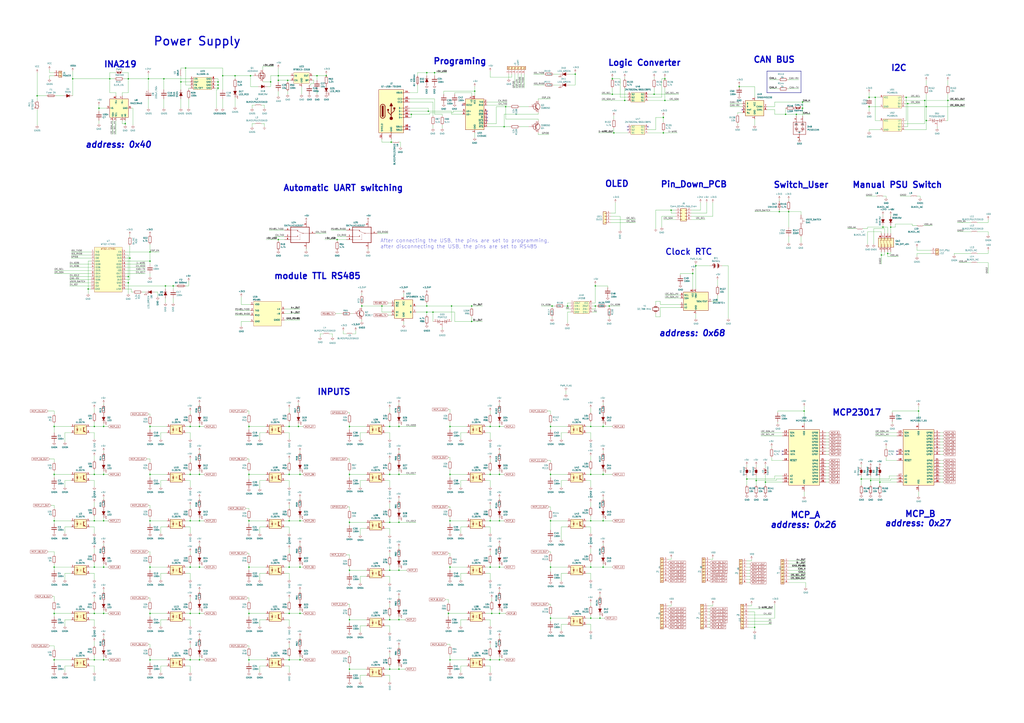
<source format=kicad_sch>
(kicad_sch (version 20211123) (generator eeschema)
  (paper "A1")
  (junction (at 106.68 212.09))
  (junction (at 163.83 504.19))
  (junction (at 102.87 101.6))
  (junction (at 237.49 427.99))
  (junction (at 356.87 59.69))
  (junction (at 246.38 427.99))
  (junction (at 237.49 504.19))
  (junction (at 156.21 427.99))
  (junction (at 276.86 196.85))
  (junction (at 152.4 55.88))
  (junction (at 205.74 62.23))
  (junction (at 77.47 350.52))
  (junction (at 350.52 251.46))
  (junction (at 123.19 427.99))
  (junction (at 628.65 396.24))
  (junction (at 163.83 389.89))
  (junction (at 228.6 196.85))
  (junction (at 134.62 64.77))
  (junction (at 452.12 350.52))
  (junction (at 327.66 350.52))
  (junction (at 156.21 350.52))
  (junction (at 485.14 389.89))
  (junction (at 466.09 251.46))
  (junction (at 236.22 66.04))
  (junction (at 488.95 234.95))
  (junction (at 123.19 504.19))
  (junction (at 121.92 64.77))
  (junction (at 544.83 109.22))
  (junction (at 85.09 542.29))
  (junction (at 355.6 256.54))
  (junction (at 179.07 69.85))
  (junction (at 123.19 466.09))
  (junction (at 718.82 80.01))
  (junction (at 267.97 62.23))
  (junction (at 369.57 427.99))
  (junction (at 163.83 466.09))
  (junction (at 744.22 80.01))
  (junction (at 297.18 251.46))
  (junction (at 163.83 542.29))
  (junction (at 410.21 427.99))
  (junction (at 619.76 515.62))
  (junction (at 237.49 466.09))
  (junction (at 495.3 466.09))
  (junction (at 778.51 82.55))
  (junction (at 105.41 227.33))
  (junction (at 502.92 77.47))
  (junction (at 320.04 429.26))
  (junction (at 607.06 71.12))
  (junction (at 722.63 396.24))
  (junction (at 320.04 389.89))
  (junction (at 731.52 186.69))
  (junction (at 621.03 394.97))
  (junction (at 246.38 466.09))
  (junction (at 351.79 91.44))
  (junction (at 452.12 389.89))
  (junction (at 156.21 542.29))
  (junction (at 85.09 466.09))
  (junction (at 571.5 218.44))
  (junction (at 327.66 389.89))
  (junction (at 44.45 504.19))
  (junction (at 85.09 389.89))
  (junction (at 350.52 256.54))
  (junction (at 260.35 62.23))
  (junction (at 327.66 468.63))
  (junction (at 85.09 350.52))
  (junction (at 85.09 427.99))
  (junction (at 105.41 64.77))
  (junction (at 327.66 509.27))
  (junction (at 546.1 82.55))
  (junction (at 640.08 173.99))
  (junction (at 204.47 350.52))
  (junction (at 142.24 234.95))
  (junction (at 402.59 542.29))
  (junction (at 723.9 209.55))
  (junction (at 368.3 504.19))
  (junction (at 568.96 224.79))
  (junction (at 77.47 466.09))
  (junction (at 485.14 350.52))
  (junction (at 123.19 389.89))
  (junction (at 403.86 504.19))
  (junction (at 551.18 172.72))
  (junction (at 44.45 389.89))
  (junction (at 193.04 62.23))
  (junction (at 30.48 78.74))
  (junction (at 485.14 427.99))
  (junction (at 156.21 389.89))
  (junction (at 320.04 468.63))
  (junction (at 410.21 466.09))
  (junction (at 537.21 77.47))
  (junction (at 90.17 64.77))
  (junction (at 495.3 389.89))
  (junction (at 44.45 427.99))
  (junction (at 504.19 109.22))
  (junction (at 369.57 350.52))
  (junction (at 707.39 393.7))
  (junction (at 337.82 93.98))
  (junction (at 204.47 542.29))
  (junction (at 163.83 350.52))
  (junction (at 452.12 466.09))
  (junction (at 387.35 251.46))
  (junction (at 237.49 542.29))
  (junction (at 77.47 389.89))
  (junction (at 179.07 67.31))
  (junction (at 156.21 466.09))
  (junction (at 163.83 427.99))
  (junction (at 513.08 82.55))
  (junction (at 389.89 74.93))
  (junction (at 228.6 66.04))
  (junction (at 222.25 67.31))
  (junction (at 745.49 85.09))
  (junction (at 179.07 72.39))
  (junction (at 246.38 542.29))
  (junction (at 246.38 389.89))
  (junction (at 647.7 173.99))
  (junction (at 123.19 350.52))
  (junction (at 287.02 350.52))
  (junction (at 327.66 549.91))
  (junction (at 410.21 350.52))
  (junction (at 728.98 208.28))
  (junction (at 495.3 427.99))
  (junction (at 452.12 508))
  (junction (at 472.44 60.96))
  (junction (at 350.52 59.69))
  (junction (at 135.89 234.95))
  (junction (at 287.02 468.63))
  (junction (at 320.04 549.91))
  (junction (at 77.47 427.99))
  (junction (at 85.09 504.19))
  (junction (at 369.57 542.29))
  (junction (at 237.49 389.89))
  (junction (at 370.84 251.46))
  (junction (at 415.29 87.63))
  (junction (at 320.04 509.27))
  (junction (at 44.45 466.09))
  (junction (at 246.38 504.19))
  (junction (at 77.47 542.29))
  (junction (at 659.13 88.9))
  (junction (at 660.4 337.82))
  (junction (at 645.16 93.98))
  (junction (at 410.21 389.89))
  (junction (at 81.28 88.9))
  (junction (at 148.59 67.31))
  (junction (at 654.05 93.98))
  (junction (at 105.41 232.41))
  (junction (at 760.73 87.63))
  (junction (at 369.57 389.89))
  (junction (at 410.21 542.29))
  (junction (at 402.59 350.52))
  (junction (at 713.74 80.01))
  (junction (at 156.21 504.19))
  (junction (at 204.47 466.09))
  (junction (at 613.41 393.7))
  (junction (at 204.47 427.99))
  (junction (at 544.83 96.52))
  (junction (at 452.12 427.99))
  (junction (at 44.45 350.52))
  (junction (at 492.76 508))
  (junction (at 320.04 350.52))
  (junction (at 414.02 104.14))
  (junction (at 237.49 350.52))
  (junction (at 327.66 429.26))
  (junction (at 123.19 207.01))
  (junction (at 182.88 62.23))
  (junction (at 204.47 389.89))
  (junction (at 287.02 549.91))
  (junction (at 760.73 99.06))
  (junction (at 287.02 509.27))
  (junction (at 725.17 186.69))
  (junction (at 453.39 251.46))
  (junction (at 387.35 264.16))
  (junction (at 759.46 82.55))
  (junction (at 287.02 429.26))
  (junction (at 402.59 466.09))
  (junction (at 402.59 389.89))
  (junction (at 546.1 64.77))
  (junction (at 313.69 251.46))
  (junction (at 485.14 508))
  (junction (at 123.19 214.63))
  (junction (at 485.14 466.09))
  (junction (at 495.3 350.52))
  (junction (at 410.21 504.19))
  (junction (at 59.69 64.77))
  (junction (at 228.6 62.23))
  (junction (at 369.57 466.09))
  (junction (at 500.38 251.46))
  (junction (at 488.95 251.46))
  (junction (at 713.74 87.63))
  (junction (at 123.19 542.29))
  (junction (at 204.47 504.19))
  (junction (at 659.13 83.82))
  (junction (at 502.92 64.77))
  (junction (at 287.02 389.89))
  (junction (at 321.31 116.84))
  (junction (at 245.11 350.52))
  (junction (at 402.59 427.99))
  (junction (at 72.39 237.49))
  (junction (at 715.01 394.97))
  (junction (at 77.47 504.19))
  (junction (at 44.45 542.29))
  (junction (at 754.38 337.82))
  (no_connect (at 400.05 99.06))
  (no_connect (at 400.05 96.52))
  (no_connect (at 609.6 90.17))
  (no_connect (at 736.6 370.84))
  (no_connect (at 736.6 373.38))
  (no_connect (at 642.62 370.84))
  (no_connect (at 642.62 373.38))
  (no_connect (at 336.55 104.14))
  (no_connect (at 336.55 106.68))
  (no_connect (at 379.73 86.36))
  (no_connect (at 400.05 93.98))
  (no_connect (at 532.13 104.14))
  (no_connect (at 515.62 104.14))
  (no_connect (at 515.62 106.68))
  (no_connect (at 400.05 91.44))
  (wire (pts (xy 509.27 64.77) (xy 502.92 64.77)))
  (wire (pts (xy 485.14 462.28) (xy 485.14 466.09)))
  (wire (pts (xy 774.7 360.68) (xy 772.16 360.68)))
  (wire (pts (xy 135.89 248.92) (xy 135.89 245.11)))
  (wire (pts (xy 485.14 389.89) (xy 495.3 389.89)))
  (wire (pts (xy 364.49 74.93) (xy 364.49 77.47)))
  (wire (pts (xy 485.14 508) (xy 492.76 508)))
  (wire (pts (xy 485.14 505.46) (xy 485.14 508)))
  (wire (pts (xy 295.91 360.68) (xy 295.91 355.6)))
  (wire (pts (xy 613.41 478.79) (xy 615.95 478.79)))
  (wire (pts (xy 215.9 54.61) (xy 224.79 54.61)))
  (wire (pts (xy 372.11 91.44) (xy 372.11 92.71)))
  (wire (pts (xy 501.65 175.26) (xy 505.46 175.26)))
  (wire (pts (xy 85.09 427.99) (xy 88.9 427.99)))
  (wire (pts (xy 72.39 214.63) (xy 72.39 237.49)))
  (wire (pts (xy 287.02 506.73) (xy 287.02 509.27)))
  (wire (pts (xy 452.12 350.52) (xy 466.09 350.52)))
  (wire (pts (xy 548.64 459.74) (xy 551.18 459.74)))
  (wire (pts (xy 774.7 358.14) (xy 772.16 358.14)))
  (wire (pts (xy 441.96 110.49) (xy 450.85 110.49)))
  (wire (pts (xy 369.57 466.09) (xy 383.54 466.09)))
  (wire (pts (xy 295.91 439.42) (xy 295.91 434.34)))
  (wire (pts (xy 106.68 201.93) (xy 106.68 212.09)))
  (wire (pts (xy 105.41 227.33) (xy 102.87 227.33)))
  (wire (pts (xy 485.14 495.3) (xy 485.14 497.84)))
  (wire (pts (xy 438.15 60.96) (xy 447.04 60.96)))
  (wire (pts (xy 402.59 425.45) (xy 402.59 427.99)))
  (wire (pts (xy 320.04 547.37) (xy 320.04 549.91)))
  (wire (pts (xy 207.01 101.6) (xy 207.01 104.14)))
  (wire (pts (xy 327.66 370.84) (xy 327.66 372.11)))
  (wire (pts (xy 485.14 346.71) (xy 485.14 350.52)))
  (wire (pts (xy 425.45 60.96) (xy 425.45 72.39)))
  (wire (pts (xy 727.71 367.03) (xy 727.71 368.3)))
  (wire (pts (xy 58.42 427.99) (xy 44.45 427.99)))
  (wire (pts (xy 205.74 62.23) (xy 208.28 62.23)))
  (wire (pts (xy 152.4 466.09) (xy 156.21 466.09)))
  (wire (pts (xy 466.09 256.54) (xy 466.09 265.43)))
  (wire (pts (xy 123.19 214.63) (xy 123.19 217.17)))
  (wire (pts (xy 414.02 93.98) (xy 414.02 104.14)))
  (wire (pts (xy 811.53 182.88) (xy 811.53 180.34)))
  (wire (pts (xy 647.7 478.79) (xy 661.67 478.79)))
  (wire (pts (xy 44.45 389.89) (xy 44.45 392.43)))
  (wire (pts (xy 509.27 80.01) (xy 509.27 64.77)))
  (wire (pts (xy 205.74 264.16) (xy 198.12 264.16)))
  (wire (pts (xy 123.19 427.99) (xy 137.16 427.99)))
  (wire (pts (xy 754.38 407.67) (xy 754.38 403.86)))
  (wire (pts (xy 45.72 78.74) (xy 52.07 78.74)))
  (wire (pts (xy 466.09 248.92) (xy 466.09 251.46)))
  (wire (pts (xy 73.66 466.09) (xy 77.47 466.09)))
  (wire (pts (xy 182.88 62.23) (xy 182.88 73.66)))
  (wire (pts (xy 287.02 468.63) (xy 287.02 471.17)))
  (wire (pts (xy 57.15 217.17) (xy 74.93 217.17)))
  (wire (pts (xy 74.93 214.63) (xy 72.39 214.63)))
  (wire (pts (xy 778.51 99.06) (xy 777.24 99.06)))
  (wire (pts (xy 226.06 194.31) (xy 233.68 194.31)))
  (wire (pts (xy 636.27 83.82) (xy 659.13 83.82)))
  (wire (pts (xy 537.21 77.47) (xy 537.21 72.39)))
  (wire (pts (xy 233.68 547.37) (xy 237.49 547.37)))
  (wire (pts (xy 713.74 80.01) (xy 718.82 80.01)))
  (wire (pts (xy 398.78 466.09) (xy 402.59 466.09)))
  (wire (pts (xy 472.44 60.96) (xy 472.44 69.85)))
  (wire (pts (xy 369.57 454.66) (xy 369.57 457.2)))
  (wire (pts (xy 281.94 271.78) (xy 281.94 274.32)))
  (wire (pts (xy 488.95 251.46) (xy 490.22 251.46)))
  (wire (pts (xy 485.14 450.85) (xy 485.14 454.66)))
  (wire (pts (xy 461.01 443.23) (xy 461.01 433.07)))
  (wire (pts (xy 509.27 251.46) (xy 500.38 251.46)))
  (wire (pts (xy 142.24 237.49) (xy 142.24 234.95)))
  (wire (pts (xy 749.3 184.15) (xy 735.33 184.15)))
  (wire (pts (xy 204.47 427.99) (xy 218.44 427.99)))
  (wire (pts (xy 295.91 394.97) (xy 300.99 394.97)))
  (wire (pts (xy 213.36 438.15) (xy 213.36 433.07)))
  (wire (pts (xy 246.38 542.29) (xy 248.92 542.29)))
  (wire (pts (xy 575.31 172.72) (xy 575.31 166.37)))
  (wire (pts (xy 461.01 400.05) (xy 461.01 394.97)))
  (wire (pts (xy 163.83 425.45) (xy 163.83 427.99)))
  (wire (pts (xy 257.81 68.58) (xy 255.27 68.58)))
  (wire (pts (xy 735.33 184.15) (xy 735.33 186.69)))
  (wire (pts (xy 246.38 466.09) (xy 248.92 466.09)))
  (wire (pts (xy 233.68 257.81) (xy 246.38 257.81)))
  (wire (pts (xy 213.36 471.17) (xy 218.44 471.17)))
  (wire (pts (xy 410.21 370.84) (xy 410.21 372.11)))
  (wire (pts (xy 237.49 466.09) (xy 246.38 466.09)))
  (wire (pts (xy 342.9 76.2) (xy 342.9 69.85)))
  (wire (pts (xy 647.7 173.99) (xy 640.08 173.99)))
  (wire (pts (xy 53.34 394.97) (xy 58.42 394.97)))
  (wire (pts (xy 163.83 427.99) (xy 167.64 427.99)))
  (wire (pts (xy 742.95 104.14) (xy 745.49 104.14)))
  (wire (pts (xy 77.47 350.52) (xy 85.09 350.52)))
  (wire (pts (xy 369.57 416.56) (xy 369.57 417.83)))
  (wire (pts (xy 363.22 269.24) (xy 363.22 270.51)))
  (wire (pts (xy 327.66 350.52) (xy 341.63 350.52)))
  (wire (pts (xy 53.34 433.07) (xy 58.42 433.07)))
  (wire (pts (xy 316.23 389.89) (xy 320.04 389.89)))
  (wire (pts (xy 77.47 471.17) (xy 77.47 476.25)))
  (wire (pts (xy 44.45 427.99) (xy 44.45 430.53)))
  (wire (pts (xy 313.69 251.46) (xy 321.31 251.46)))
  (wire (pts (xy 472.44 60.96) (xy 472.44 59.69)))
  (wire (pts (xy 378.46 438.15) (xy 378.46 433.07)))
  (wire (pts (xy 105.41 232.41) (xy 105.41 227.33)))
  (wire (pts (xy 102.87 234.95) (xy 135.89 234.95)))
  (wire (pts (xy 419.1 87.63) (xy 415.29 87.63)))
  (wire (pts (xy 410.21 350.52) (xy 414.02 350.52)))
  (wire (pts (xy 728.98 208.28) (xy 731.52 208.28)))
  (wire (pts (xy 787.4 215.9) (xy 797.56 215.9)))
  (wire (pts (xy 728.98 210.82) (xy 737.87 210.82)))
  (wire (pts (xy 365.76 492.76) (xy 368.3 492.76)))
  (wire (pts (xy 532.13 77.47) (xy 537.21 77.47)))
  (wire (pts (xy 297.18 241.3) (xy 297.18 242.57)))
  (wire (pts (xy 73.66 389.89) (xy 77.47 389.89)))
  (wire (pts (xy 410.21 389.89) (xy 414.02 389.89)))
  (wire (pts (xy 723.9 209.55) (xy 726.44 209.55)))
  (wire (pts (xy 53.34 438.15) (xy 53.34 433.07)))
  (wire (pts (xy 568.96 223.52) (xy 568.96 224.79)))
  (wire (pts (xy 77.47 424.18) (xy 77.47 427.99)))
  (wire (pts (xy 571.5 218.44) (xy 582.93 218.44)))
  (wire (pts (xy 318.77 248.92) (xy 321.31 248.92)))
  (wire (pts (xy 105.41 64.77) (xy 101.6 64.77)))
  (wire (pts (xy 163.83 389.89) (xy 167.64 389.89)))
  (wire (pts (xy 351.79 91.44) (xy 370.84 91.44)))
  (wire (pts (xy 201.93 417.83) (xy 204.47 417.83)))
  (wire (pts (xy 400.05 83.82) (xy 416.56 83.82)))
  (wire (pts (xy 156.21 471.17) (xy 156.21 476.25)))
  (wire (pts (xy 453.39 251.46) (xy 455.93 251.46)))
  (wire (pts (xy 123.19 389.89) (xy 137.16 389.89)))
  (wire (pts (xy 297.18 251.46) (xy 313.69 251.46)))
  (wire (pts (xy 53.34 547.37) (xy 58.42 547.37)))
  (wire (pts (xy 398.78 547.37) (xy 402.59 547.37)))
  (wire (pts (xy 466.09 251.46) (xy 468.63 251.46)))
  (wire (pts (xy 204.47 426.72) (xy 204.47 427.99)))
  (wire (pts (xy 387.35 251.46) (xy 396.24 251.46)))
  (wire (pts (xy 647.7 461.01) (xy 661.67 461.01)))
  (wire (pts (xy 441.96 81.28) (xy 452.12 81.28)))
  (wire (pts (xy 213.36 514.35) (xy 213.36 509.27)))
  (wire (pts (xy 320.04 434.34) (xy 320.04 439.42)))
  (wire (pts (xy 680.72 370.84) (xy 678.18 370.84)))
  (wire (pts (xy 320.04 554.99) (xy 320.04 560.07)))
  (wire (pts (xy 123.19 427.99) (xy 123.19 430.53)))
  (wire (pts (xy 44.45 350.52) (xy 44.45 355.6)))
  (wire (pts (xy 137.16 542.29) (xy 123.19 542.29)))
  (wire (pts (xy 237.49 335.28) (xy 237.49 339.09)))
  (wire (pts (xy 177.8 73.66) (xy 179.07 73.66)))
  (wire (pts (xy 123.19 340.36) (xy 123.19 341.63)))
  (wire (pts (xy 495.3 408.94) (xy 495.3 410.21)))
  (wire (pts (xy 495.3 425.45) (xy 495.3 427.99)))
  (wire (pts (xy 402.59 394.97) (xy 402.59 400.05)))
  (wire (pts (xy 320.04 414.02) (xy 320.04 417.83)))
  (wire (pts (xy 163.83 542.29) (xy 167.64 542.29)))
  (wire (pts (xy 378.46 400.05) (xy 378.46 394.97)))
  (wire (pts (xy 745.49 104.14) (xy 745.49 85.09)))
  (wire (pts (xy 53.34 400.05) (xy 53.34 394.97)))
  (wire (pts (xy 237.49 433.07) (xy 237.49 438.15)))
  (wire (pts (xy 327.66 549.91) (xy 332.74 549.91)))
  (wire (pts (xy 659.13 83.82) (xy 665.48 83.82)))
  (wire (pts (xy 726.44 187.96) (xy 726.44 191.77)))
  (wire (pts (xy 123.19 501.65) (xy 123.19 504.19)))
  (wire (pts (xy 246.38 463.55) (xy 246.38 466.09)))
  (wire (pts (xy 481.33 427.99) (xy 485.14 427.99)))
  (wire (pts (xy 410.21 539.75) (xy 410.21 542.29)))
  (wire (pts (xy 551.18 172.72) (xy 554.99 172.72)))
  (wire (pts (xy 647.7 473.71) (xy 661.67 473.71)))
  (wire (pts (xy 599.44 85.09) (xy 609.6 85.09)))
  (wire (pts (xy 369.57 529.59) (xy 369.57 530.86)))
  (wire (pts (xy 402.59 433.07) (xy 402.59 438.15)))
  (wire (pts (xy 320.04 454.66) (xy 320.04 457.2)))
  (wire (pts (xy 647.065 73.025) (xy 655.955 73.025)))
  (wire (pts (xy 213.36 547.37) (xy 218.44 547.37)))
  (wire (pts (xy 661.67 478.79) (xy 661.67 482.6)))
  (wire (pts (xy 203.2 530.86) (xy 204.47 530.86)))
  (wire (pts (xy 731.52 185.42) (xy 731.52 186.69)))
  (wire (pts (xy 400.05 101.6) (xy 407.67 101.6)))
  (wire (pts (xy 759.46 101.6) (xy 759.46 82.55)))
  (wire (pts (xy 156.21 463.55) (xy 156.21 466.09)))
  (wire (pts (xy 30.48 90.17) (xy 30.48 102.87)))
  (wire (pts (xy 152.4 542.29) (xy 156.21 542.29)))
  (wire (pts (xy 73.66 547.37) (xy 77.47 547.37)))
  (wire (pts (xy 285.75 535.94) (xy 287.02 535.94)))
  (wire (pts (xy 640.08 165.1) (xy 640.08 163.83)))
  (wire (pts (xy 73.66 504.19) (xy 77.47 504.19)))
  (wire (pts (xy 571.5 218.44) (xy 571.5 217.17)))
  (wire (pts (xy 295.91 519.43) (xy 295.91 514.35)))
  (wire (pts (xy 328.93 116.84) (xy 328.93 120.65)))
  (wire (pts (xy 452.12 350.52) (xy 452.12 353.06)))
  (wire (pts (xy 39.37 337.82) (xy 44.45 337.82)))
  (wire (pts (xy 238.76 66.04) (xy 236.22 66.04)))
  (wire (pts (xy 53.34 471.17) (xy 58.42 471.17)))
  (wire (pts (xy 402.59 539.75) (xy 402.59 542.29)))
  (wire (pts (xy 233.68 433.07) (xy 237.49 433.07)))
  (wire (pts (xy 581.66 500.38) (xy 582.93 500.38)))
  (wire (pts (xy 488.95 254) (xy 488.95 251.46)))
  (wire (pts (xy 481.33 508) (xy 485.14 508)))
  (wire (pts (xy 500.38 251.46) (xy 500.38 252.73)))
  (wire (pts (xy 774.7 355.6) (xy 772.16 355.6)))
  (wire (pts (xy 163.83 370.84) (xy 163.83 372.11)))
  (wire (pts (xy 100.33 59.69) (xy 105.41 59.69)))
  (wire (pts (xy 402.59 63.5) (xy 420.37 63.5)))
  (wire (pts (xy 504.19 109.22) (xy 515.62 109.22)))
  (wire (pts (xy 495.3 350.52) (xy 502.92 350.52)))
  (wire (pts (xy 337.82 93.98) (xy 337.82 96.52)))
  (wire (pts (xy 275.59 257.81) (xy 280.67 257.81)))
  (wire (pts (xy 452.12 387.35) (xy 452.12 389.89)))
  (wire (pts (xy 551.18 175.26) (xy 551.18 172.72)))
  (wire (pts (xy 237.49 542.29) (xy 246.38 542.29)))
  (wire (pts (xy 368.3 504.19) (xy 383.54 504.19)))
  (wire (pts (xy 492.76 488.95) (xy 492.76 490.22)))
  (wire (pts (xy 106.68 193.04) (xy 106.68 194.31)))
  (wire (pts (xy 132.08 552.45) (xy 132.08 547.37)))
  (wire (pts (xy 237.49 450.85) (xy 237.49 454.66)))
  (wire (pts (xy 237.49 425.45) (xy 237.49 427.99)))
  (wire (pts (xy 193.04 62.23) (xy 193.04 64.77)))
  (wire (pts (xy 40.64 62.23) (xy 44.45 62.23)))
  (wire (pts (xy 105.41 209.55) (xy 105.41 227.33)))
  (wire (pts (xy 786.13 182.88) (xy 797.56 182.88)))
  (wire (pts (xy 123.19 207.01) (xy 130.81 207.01)))
  (wire (pts (xy 605.79 92.71) (xy 605.79 93.98)))
  (wire (pts (xy 123.19 200.66) (xy 123.19 207.01)))
  (wire (pts (xy 542.29 247.65) (xy 538.48 247.65)))
  (wire (pts (xy 320.04 464.82) (xy 320.04 468.63)))
  (wire (pts (xy 163.83 408.94) (xy 163.83 410.21)))
  (wire (pts (xy 802.64 190.5) (xy 811.53 190.5)))
  (wire (pts (xy 363.22 102.87) (xy 363.22 105.41)))
  (wire (pts (xy 152.4 389.89) (xy 156.21 389.89)))
  (wire (pts (xy 213.36 394.97) (xy 218.44 394.97)))
  (wire (pts (xy 287.02 339.09) (xy 287.02 340.36)))
  (wire (pts (xy 81.28 86.36) (xy 81.28 88.9)))
  (wire (pts (xy 284.48 196.85) (xy 276.86 196.85)))
  (wire (pts (xy 402.59 471.17) (xy 402.59 476.25)))
  (wire (pts (xy 320.04 389.89) (xy 327.66 389.89)))
  (wire (pts (xy 152.4 504.19) (xy 156.21 504.19)))
  (wire (pts (xy 102.87 219.71) (xy 119.38 219.71)))
  (wire (pts (xy 628.65 396.24) (xy 628.65 398.78)))
  (wire (pts (xy 337.82 93.98) (xy 353.06 93.98)))
  (wire (pts (xy 546.1 64.77) (xy 546.1 63.5)))
  (wire (pts (xy 123.19 349.25) (xy 123.19 350.52)))
  (wire (pts (xy 246.38 427.99) (xy 248.92 427.99)))
  (wire (pts (xy 727.71 161.29) (xy 727.71 162.56)))
  (wire (pts (xy 713.74 87.63) (xy 713.74 91.44)))
  (wire (pts (xy 450.85 453.39) (xy 452.12 453.39)))
  (wire (pts (xy 355.6 256.54) (xy 373.38 256.54)))
  (wire (pts (xy 645.16 93.98) (xy 654.05 93.98)))
  (wire (pts (xy 369.57 336.55) (xy 369.57 339.09)))
  (wire (pts (xy 152.4 509.27) (xy 156.21 509.27)))
  (wire (pts (xy 369.57 386.08) (xy 369.57 389.89)))
  (wire (pts (xy 368.3 454.66) (xy 369.57 454.66)))
  (wire (pts (xy 246.38 485.14) (xy 246.38 486.41)))
  (wire (pts (xy 774.7 378.46) (xy 772.16 378.46)))
  (wire (pts (xy 53.34 509.27) (xy 58.42 509.27)))
  (wire (pts (xy 417.83 64.77) (xy 417.83 60.96)))
  (wire (pts (xy 504.19 109.22) (xy 504.19 105.41)))
  (wire (pts (xy 204.47 389.89) (xy 218.44 389.89)))
  (wire (pts (xy 295.91 514.35) (xy 300.99 514.35)))
  (wire (pts (xy 636.27 393.7) (xy 613.41 393.7)))
  (wire (pts (xy 237.49 415.29) (xy 237.49 417.83)))
  (wire (pts (xy 486.41 254) (xy 488.95 254)))
  (wire (pts (xy 778.51 77.47) (xy 778.51 82.55)))
  (wire (pts (xy 163.83 463.55) (xy 163.83 466.09)))
  (wire (pts (xy 485.14 355.6) (xy 485.14 360.68)))
  (wire (pts (xy 237.49 509.27) (xy 237.49 514.35)))
  (wire (pts (xy 44.45 542.29) (xy 44.45 544.83)))
  (wire (pts (xy 320.04 377.19) (xy 320.04 379.73)))
  (wire (pts (xy 44.45 387.35) (xy 44.45 389.89)))
  (bus (pts (xy 657.86 76.2) (xy 629.92 76.2)))
  (wire (pts (xy 378.46 476.25) (xy 378.46 471.17)))
  (wire (pts (xy 132.08 547.37) (xy 137.16 547.37)))
  (wire (pts (xy 287.02 496.57) (xy 287.02 499.11)))
  (wire (pts (xy 802.64 215.9) (xy 811.53 215.9)))
  (wire (pts (xy 102.87 209.55) (xy 105.41 209.55)))
  (wire (pts (xy 287.02 347.98) (xy 287.02 350.52)))
  (wire (pts (xy 680.72 358.14) (xy 678.18 358.14)))
  (wire (pts (xy 152.4 547.37) (xy 156.21 547.37)))
  (wire (pts (xy 320.04 394.97) (xy 320.04 400.05)))
  (bus (pts (xy 629.92 58.42) (xy 629.92 76.2)))
  (wire (pts (xy 485.14 471.17) (xy 485.14 476.25)))
  (wire (pts (xy 774.7 373.38) (xy 772.16 373.38)))
  (wire (pts (xy 811.53 208.28) (xy 811.53 205.74)))
  (wire (pts (xy 123.19 463.55) (xy 123.19 466.09)))
  (wire (pts (xy 640.08 173.99) (xy 640.08 172.72)))
  (wire (pts (xy 581.66 510.54) (xy 582.93 510.54)))
  (wire (pts (xy 631.825 65.405) (xy 639.445 65.405)))
  (wire (pts (xy 204.47 337.82) (xy 204.47 340.36)))
  (wire (pts (xy 647.7 476.25) (xy 661.67 476.25)))
  (wire (pts (xy 402.59 547.37) (xy 402.59 552.45)))
  (wire (pts (xy 494.03 77.47) (xy 502.92 77.47)))
  (wire (pts (xy 44.45 425.45) (xy 44.45 427.99)))
  (wire (pts (xy 546.1 82.55) (xy 557.53 82.55)))
  (wire (pts (xy 378.46 509.27) (xy 383.54 509.27)))
  (wire (pts (xy 309.88 191.77) (xy 318.77 191.77)))
  (wire (pts (xy 213.36 552.45) (xy 213.36 547.37)))
  (wire (pts (xy 40.64 377.19) (xy 44.45 377.19)))
  (wire (pts (xy 57.15 227.33) (xy 74.93 227.33)))
  (wire (pts (xy 316.23 394.97) (xy 320.04 394.97)))
  (wire (pts (xy 40.64 59.69) (xy 40.64 57.15)))
  (wire (pts (xy 57.15 232.41) (xy 74.93 232.41)))
  (wire (pts (xy 680.72 365.76) (xy 678.18 365.76)))
  (wire (pts (xy 129.54 240.03) (xy 127 240.03)))
  (wire (pts (xy 481.33 394.97) (xy 485.14 394.97)))
  (wire (pts (xy 204.47 466.09) (xy 218.44 466.09)))
  (wire (pts (xy 287.02 535.94) (xy 287.02 538.48)))
  (wire (pts (xy 731.52 176.53) (xy 731.52 177.8)))
  (wire (pts (xy 251.46 205.74) (xy 251.46 204.47)))
  (wire (pts (xy 237.49 346.71) (xy 237.49 350.52)))
  (wire (pts (xy 728.98 186.69) (xy 728.98 191.77)))
  (wire (pts (xy 368.3 504.19) (xy 368.3 506.73)))
  (wire (pts (xy 302.26 205.74) (xy 302.26 204.47)))
  (wire (pts (xy 367.03 529.59) (xy 369.57 529.59)))
  (wire (pts (xy 742.95 85.09) (xy 745.49 85.09)))
  (wire (pts (xy 295.91 473.71) (xy 300.99 473.71)))
  (wire (pts (xy 43.18 490.22) (xy 44.45 490.22)))
  (wire (pts (xy 246.38 447.04) (xy 246.38 448.31)))
  (wire (pts (xy 722.63 396.24) (xy 722.63 398.78)))
  (wire (pts (xy 717.55 187.96) (xy 717.55 200.66)))
  (wire (pts (xy 228.6 62.23) (xy 228.6 66.04)))
  (wire (pts (xy 215.9 57.15) (xy 215.9 54.61)))
  (wire (pts (xy 538.48 257.81) (xy 538.48 260.35)))
  (wire (pts (xy 198.12 264.16) (xy 198.12 267.97)))
  (wire (pts (xy 485.14 412.75) (xy 485.14 416.56)))
  (wire (pts (xy 434.34 87.63) (xy 426.72 87.63)))
  (wire (pts (xy 486.41 251.46) (xy 488.95 251.46)))
  (wire (pts (xy 725.17 161.29) (xy 727.71 161.29)))
  (wire (pts (xy 369.57 375.92) (xy 369.57 378.46)))
  (wire (pts (xy 233.68 355.6) (xy 237.49 355.6)))
  (wire (pts (xy 121.92 64.77) (xy 121.92 60.96)))
  (wire (pts (xy 452.12 426.72) (xy 452.12 427.99)))
  (wire (pts (xy 222.25 62.23) (xy 222.25 67.31)))
  (wire (pts (xy 204.47 454.66) (xy 204.47 455.93)))
  (wire (pts (xy 77.47 501.65) (xy 77.47 504.19)))
  (wire (pts (xy 53.34 552.45) (xy 53.34 547.37)))
  (wire (pts (xy 730.25 393.7) (xy 707.39 393.7)))
  (wire (pts (xy 156.21 529.59) (xy 156.21 532.13)))
  (wire (pts (xy 233.68 466.09) (xy 237.49 466.09)))
  (wire (pts (xy 495.3 389.89) (xy 502.92 389.89)))
  (wire (pts (xy 449.58 337.82) (xy 452.12 337.82)))
  (wire (pts (xy 505.46 166.37) (xy 505.46 175.26)))
  (wire (pts (xy 287.02 389.89) (xy 300.99 389.89)))
  (wire (pts (xy 237.49 529.59) (xy 237.49 532.13)))
  (wire (pts (xy 152.4 350.52) (xy 156.21 350.52)))
  (wire (pts (xy 204.47 463.55) (xy 204.47 466.09)))
  (wire (pts (xy 41.91 415.29) (xy 44.45 415.29)))
  (wire (pts (xy 40.64 62.23) (xy 40.64 64.77)))
  (wire (pts (xy 410.21 408.94) (xy 410.21 410.21)))
  (wire (pts (xy 320.04 387.35) (xy 320.04 389.89)))
  (wire (pts (xy 204.47 389.89) (xy 204.47 393.7)))
  (wire (pts (xy 759.46 82.55) (xy 778.51 82.55)))
  (wire (pts (xy 102.87 232.41) (xy 105.41 232.41)))
  (wire (pts (xy 774.7 365.76) (xy 772.16 365.76)))
  (wire (pts (xy 613.41 473.71) (xy 615.95 473.71)))
  (wire (pts (xy 295.91 560.07) (xy 295.91 554.99)))
  (wire (pts (xy 217.17 86.36) (xy 214.63 86.36)))
  (wire (pts (xy 680.72 388.62) (xy 678.18 388.62)))
  (wire (pts (xy 44.45 59.69) (xy 40.64 59.69)))
  (wire (pts (xy 123.19 504.19) (xy 137.16 504.19)))
  (wire (pts (xy 712.47 186.69) (xy 725.17 186.69)))
  (wire (pts (xy 647.7 194.31) (xy 647.7 199.39)))
  (wire (pts (xy 727.71 378.46) (xy 727.71 375.92)))
  (wire (pts (xy 441.96 81.28) (xy 441.96 82.55)))
  (wire (pts (xy 77.47 346.71) (xy 77.47 350.52)))
  (wire (pts (xy 368.3 416.56) (xy 369.57 416.56)))
  (wire (pts (xy 44.45 542.29) (xy 58.42 542.29)))
  (wire (pts (xy 420.37 60.96) (xy 420.37 63.5)))
  (wire (pts (xy 546.1 72.39) (xy 546.1 82.55)))
  (wire (pts (xy 337.82 96.52) (xy 336.55 96.52)))
  (wire (pts (xy 287.02 429.26) (xy 287.02 431.8)))
  (wire (pts (xy 255.27 68.58) (xy 255.27 69.85)))
  (wire (pts (xy 297.18 262.89) (xy 297.18 264.16)))
  (wire (pts (xy 485.14 374.65) (xy 485.14 378.46)))
  (wire (pts (xy 581.66 515.62) (xy 582.93 515.62)))
  (wire (pts (xy 123.19 415.29) (xy 123.19 417.83)))
  (wire (pts (xy 441.96 110.49) (xy 441.96 109.22)))
  (wire (pts (xy 134.62 64.77) (xy 134.62 73.66)))
  (wire (pts (xy 121.92 453.39) (xy 123.19 453.39)))
  (wire (pts (xy 321.31 116.84) (xy 322.58 116.84)))
  (wire (pts (xy 749.3 184.15) (xy 749.3 185.42)))
  (wire (pts (xy 53.34 355.6) (xy 58.42 355.6)))
  (wire (pts (xy 580.39 175.26) (xy 580.39 166.37)))
  (wire (pts (xy 102.87 99.06) (xy 102.87 101.6)))
  (wire (pts (xy 400.05 86.36) (xy 416.56 86.36)))
  (wire (pts (xy 434.34 104.14) (xy 426.72 104.14)))
  (wire (pts (xy 647.7 173.99) (xy 647.7 172.72)))
  (wire (pts (xy 613.41 466.09) (xy 615.95 466.09)))
  (wire (pts (xy 728.98 207.01) (xy 728.98 208.28)))
  (wire (pts (xy 350.52 62.23) (xy 350.52 59.69)))
  (wire (pts (xy 453.39 251.46) (xy 453.39 252.73)))
  (wire (pts (xy 410.21 387.35) (xy 410.21 389.89)))
  (wire (pts (xy 316.23 473.71) (xy 320.04 473.71)))
  (wire (pts (xy 537.21 77.47) (xy 557.53 77.47)))
  (wire (pts (xy 292.1 274.32) (xy 289.56 274.32)))
  (wire (pts (xy 77.47 466.09) (xy 85.09 466.09)))
  (wire (pts (xy 538.48 106.68) (xy 538.48 96.52)))
  (wire (pts (xy 402.59 63.5) (xy 402.59 58.42)))
  (wire (pts (xy 355.6 102.87) (xy 355.6 105.41)))
  (wire (pts (xy 105.41 76.2) (xy 105.41 64.77)))
  (wire (pts (xy 481.33 355.6) (xy 485.14 355.6)))
  (wire (pts (xy 152.4 69.85) (xy 152.4 55.88)))
  (wire (pts (xy 495.3 347.98) (xy 495.3 350.52)))
  (wire (pts (xy 758.19 185.42) (xy 765.81 185.42)))
  (wire (pts (xy 350.52 256.54) (xy 355.6 256.54)))
  (wire (pts (xy 538.48 260.35) (xy 542.29 260.35)))
  (wire (pts (xy 327.66 468.63) (xy 334.01 468.63)))
  (wire (pts (xy 73.66 355.6) (xy 77.47 355.6)))
  (wire (pts (xy 502.92 72.39) (xy 502.92 77.47)))
  (wire (pts (xy 246.38 504.19) (xy 248.92 504.19)))
  (wire (pts (xy 204.47 427.99) (xy 204.47 430.53)))
  (wire (pts (xy 717.55 187.96) (xy 726.44 187.96)))
  (wire (pts (xy 398.78 427.99) (xy 402.59 427.99)))
  (wire (pts (xy 695.96 187.96) (xy 703.58 187.96)))
  (wire (pts (xy 182.88 62.23) (xy 193.04 62.23)))
  (wire (pts (xy 680.72 383.54) (xy 678.18 383.54)))
  (wire (pts (xy 544.83 180.34) (xy 554.99 180.34)))
  (wire (pts (xy 85.09 350.52) (xy 88.9 350.52)))
  (wire (pts (xy 246.38 523.24) (xy 246.38 524.51)))
  (wire (pts (xy 636.27 90.17) (xy 636.27 93.98)))
  (wire (pts (xy 410.21 501.65) (xy 410.21 504.19)))
  (wire (pts (xy 30.48 59.69) (xy 30.48 78.74)))
  (wire (pts (xy 410.21 504.19) (xy 415.29 504.19)))
  (wire (pts (xy 403.86 491.49) (xy 403.86 494.03)))
  (wire (pts (xy 85.09 408.94) (xy 85.09 410.21)))
  (wire (pts (xy 73.66 350.52) (xy 77.47 350.52)))
  (wire (pts (xy 331.47 241.3) (xy 331.47 243.84)))
  (wire (pts (xy 203.2 377.19) (xy 204.47 377.19)))
  (wire (pts (xy 613.41 476.25) (xy 615.95 476.25)))
  (wire (pts (xy 619.76 502.92) (xy 614.68 502.92)))
  (wire (pts (xy 629.92 90.17) (xy 636.27 90.17)))
  (wire (pts (xy 774.7 393.7) (xy 772.16 393.7)))
  (wire (pts (xy 273.05 274.32) (xy 270.51 274.32)))
  (wire (pts (xy 287.02 468.63) (xy 287.02 466.09)))
  (wire (pts (xy 73.66 427.99) (xy 77.47 427.99)))
  (wire (pts (xy 613.41 393.7) (xy 613.41 398.78)))
  (wire (pts (xy 452.12 466.09) (xy 452.12 469.9)))
  (wire (pts (xy 402.59 453.39) (xy 402.59 455.93)))
  (wire (pts (xy 742.95 106.68) (xy 760.73 106.68)))
  (wire (pts (xy 774.7 386.08) (xy 772.16 386.08)))
  (wire (pts (xy 407.67 101.6) (xy 407.67 87.63)))
  (wire (pts (xy 645.16 88.9) (xy 645.16 93.98)))
  (wire (pts (xy 680.72 378.46) (xy 678.18 378.46)))
  (wire (pts (xy 81.28 88.9) (xy 87.63 88.9)))
  (wire (pts (xy 58.42 466.09) (xy 44.45 466.09)))
  (wire (pts (xy 121.92 64.77) (xy 121.92 73.66)))
  (wire (pts (xy 532.13 109.22) (xy 544.83 109.22)))
  (wire (pts (xy 106.68 229.87) (xy 106.68 212.09)))
  (wire (pts (xy 193.04 80.01) (xy 193.04 87.63)))
  (wire (pts (xy 774.7 383.54) (xy 772.16 383.54)))
  (wire (pts (xy 77.47 509.27) (xy 77.47 514.35)))
  (wire (pts (xy 621.03 391.16) (xy 621.03 394.97)))
  (wire (pts (xy 372.11 91.44) (xy 379.73 91.44)))
  (wire (pts (xy 321.31 256.54) (xy 313.69 256.54)))
  (wire (pts (xy 320.04 346.71) (xy 320.04 350.52)))
  (wire (pts (xy 285.75 496.57) (xy 287.02 496.57)))
  (wire (pts (xy 287.02 549.91) (xy 287.02 552.45)))
  (wire (pts (xy 123.19 425.45) (xy 123.19 427.99)))
  (wire (pts (xy 660.4 334.01) (xy 660.4 337.82)))
  (wire (pts (xy 77.47 491.49) (xy 77.47 494.03)))
  (wire (pts (xy 728.98 186.69) (xy 725.17 186.69)))
  (wire (pts (xy 370.84 264.16) (xy 370.84 251.46)))
  (wire (pts (xy 156.21 347.98) (xy 156.21 350.52)))
  (wire (pts (xy 543.56 80.01) (xy 543.56 64.77)))
  (wire (pts (xy 77.47 386.08) (xy 77.47 389.89)))
  (wire (pts (xy 554.99 175.26) (xy 551.18 175.26)))
  (wire (pts (xy 452.12 496.57) (xy 452.12 497.84)))
  (wire (pts (xy 292.1 271.78) (xy 292.1 274.32)))
  (wire (pts (xy 77.47 394.97) (xy 77.47 400.05)))
  (wire (pts (xy 485.14 513.08) (xy 485.14 518.16)))
  (wire (pts (xy 398.78 509.27) (xy 402.59 509.27)))
  (wire (pts (xy 327.66 530.86) (xy 327.66 532.13)))
  (wire (pts (xy 156.21 491.49) (xy 156.21 494.03)))
  (wire (pts (xy 132.08 360.68) (xy 132.08 355.6)))
  (wire (pts (xy 402.59 350.52) (xy 410.21 350.52)))
  (wire (pts (xy 468.63 256.54) (xy 466.09 256.54)))
  (wire (pts (xy 389.89 113.03) (xy 389.89 109.22)))
  (wire (pts (xy 245.11 331.47) (xy 245.11 332.74)))
  (wire (pts (xy 614.68 513.08) (xy 633.73 513.08)))
  (wire (pts (xy 176.53 67.31) (xy 179.07 67.31)))
  (wire (pts (xy 495.3 331.47) (xy 495.3 332.74)))
  (wire (pts (xy 461.01 355.6) (xy 466.09 355.6)))
  (wire (pts (xy 481.33 513.08) (xy 485.14 513.08)))
  (wire (pts (xy 156.21 542.29) (xy 163.83 542.29)))
  (wire (pts (xy 228.6 196.85) (xy 228.6 198.12)))
  (wire (pts (xy 744.22 99.06) (xy 744.22 80.01)))
  (wire (pts (xy 370.84 251.46) (xy 387.35 251.46)))
  (wire (pts (xy 369.57 425.45) (xy 369.57 427.99)))
  (wire (pts (xy 509.27 177.8) (xy 501.65 177.8)))
  (wire (pts (xy 398.78 389.89) (xy 402.59 389.89)))
  (wire (pts (xy 316.23 355.6) (xy 320.04 355.6)))
  (wire (pts (xy 44.45 415.29) (xy 44.45 417.83)))
  (wire (pts (xy 102.87 222.25) (xy 119.38 222.25)))
  (wire (pts (xy 266.7 196.85) (xy 276.86 196.85)))
  (wire (pts (xy 736.6 396.24) (xy 722.63 396.24)))
  (wire (pts (xy 85.09 387.35) (xy 85.09 389.89)))
  (wire (pts (xy 722.63 391.16) (xy 722.63 396.24)))
  (wire (pts (xy 774.7 396.24) (xy 772.16 396.24)))
  (wire (pts (xy 209.55 86.36) (xy 207.01 86.36)))
  (wire (pts (xy 454.66 69.85) (xy 459.74 69.85)))
  (wire (pts (xy 732.79 337.82) (xy 754.38 337.82)))
  (wire (pts (xy 369.57 389.89) (xy 383.54 389.89)))
  (wire (pts (xy 452.12 508) (xy 466.09 508)))
  (wire (pts (xy 204.47 542.29) (xy 204.47 544.83)))
  (wire (pts (xy 546.1 245.11) (xy 558.8 245.11)))
  (wire (pts (xy 727.71 378.46) (xy 736.6 378.46)))
  (wire (pts (xy 558.8 224.79) (xy 568.96 224.79)))
  (wire (pts (xy 494.03 82.55) (xy 513.08 82.55)))
  (wire (pts (xy 452.12 378.46) (xy 452.12 379.73)))
  (wire (pts (xy 123.19 491.49) (xy 123.19 494.03)))
  (wire (pts (xy 369.57 389.89) (xy 369.57 392.43)))
  (wire (pts (xy 95.25 76.2) (xy 90.17 76.2)))
  (wire (pts (xy 739.14 161.29) (xy 748.03 161.29)))
  (wire (pts (xy 585.47 177.8) (xy 585.47 166.37)))
  (wire (pts (xy 356.87 62.23) (xy 356.87 59.69)))
  (wire (pts (xy 647.7 466.09) (xy 661.67 466.09)))
  (wire (pts (xy 132.08 514.35) (xy 132.08 509.27)))
  (wire (pts (xy 163.83 539.75) (xy 163.83 542.29)))
  (wire (pts (xy 320.04 537.21) (xy 320.04 539.75)))
  (wire (pts (xy 233.68 262.89) (xy 246.38 262.89)))
  (wire (pts (xy 123.19 350.52) (xy 137.16 350.52)))
  (wire (pts (xy 419.1 104.14) (xy 414.02 104.14)))
  (wire (pts (xy 760.73 77.47) (xy 760.73 87.63)))
  (wire (pts (xy 123.19 377.19) (xy 123.19 379.73)))
  (wire (pts (xy 105.41 64.77) (xy 121.92 64.77)))
  (wire (pts (xy 135.89 237.49) (xy 135.89 234.95)))
  (wire (pts (xy 617.22 461.01) (xy 617.22 459.74)))
  (wire (pts (xy 492.76 508) (xy 496.57 508)))
  (wire (pts (xy 44.45 541.02) (xy 44.45 542.29)))
  (wire (pts (xy 452.12 462.28) (xy 452.12 466.09)))
  (wire (pts (xy 156.21 387.35) (xy 156.21 389.89)))
  (wire (pts (xy 320.04 425.45) (xy 320.04 429.26)))
  (wire (pts (xy 123.19 529.59) (xy 121.92 529.59)))
  (wire (pts (xy 369.57 350.52) (xy 369.57 346.71)))
  (wire (pts (xy 783.59 208.28) (xy 797.56 208.28)))
  (wire (pts (xy 222.25 67.31) (xy 222.25 71.12)))
  (wire (pts (xy 237.49 501.65) (xy 237.49 504.19)))
  (wire (pts (xy 450.85 416.56) (xy 452.12 416.56)))
  (wire (pts (xy 73.66 542.29) (xy 77.47 542.29)))
  (wire (pts (xy 179.07 72.39) (xy 176.53 72.39)))
  (wire (pts (xy 369.57 542.29) (xy 369.57 544.83)))
  (wire (pts (xy 287.02 389.89) (xy 287.02 392.43)))
  (wire (pts (xy 481.33 433.07) (xy 485.14 433.07)))
  (wire (pts (xy 350.52 59.69) (xy 342.9 59.69)))
  (wire (pts (xy 783.59 208.28) (xy 783.59 209.55)))
  (wire (pts (xy 369.57 350.52) (xy 369.57 353.06)))
  (wire (pts (xy 398.78 542.29) (xy 402.59 542.29)))
  (wire (pts (xy 513.08 64.77) (xy 513.08 63.5)))
  (wire (pts (xy 176.53 69.85) (xy 179.07 69.85)))
  (wire (pts (xy 542.29 252.73) (xy 558.8 252.73)))
  (wire (pts (xy 193.04 62.23) (xy 205.74 62.23)))
  (wire (pts (xy 204.47 387.35) (xy 204.47 389.89)))
  (wire (pts (xy 619.76 515.62) (xy 619.76 502.92)))
  (wire (pts (xy 452.12 389.89) (xy 466.09 389.89)))
  (wire (pts (xy 95.25 99.06) (xy 95.25 110.49)))
  (wire (pts (xy 614.68 515.62) (xy 619.76 515.62)))
  (wire (pts (xy 378.46 433.07) (xy 383.54 433.07)))
  (wire (pts (xy 217.17 88.9) (xy 217.17 86.36)))
  (wire (pts (xy 642.62 378.46) (xy 633.73 378.46)))
  (wire (pts (xy 205.74 250.19) (xy 198.12 250.19)))
  (wire (pts (xy 287.02 426.72) (xy 287.02 429.26)))
  (wire (pts (xy 152.4 471.17) (xy 156.21 471.17)))
  (wire (pts (xy 398.78 350.52) (xy 402.59 350.52)))
  (wire (pts (xy 680.72 360.68) (xy 678.18 360.68)))
  (wire (pts (xy 624.84 358.14) (xy 642.62 358.14)))
  (wire (pts (xy 636.27 93.98) (xy 645.16 93.98)))
  (wire (pts (xy 156.21 69.85) (xy 152.4 69.85)))
  (wire (pts (xy 295.91 554.99) (xy 300.99 554.99)))
  (wire (pts (xy 228.6 62.23) (xy 228.6 55.88)))
  (wire (pts (xy 295.91 434.34) (xy 300.99 434.34)))
  (wire (pts (xy 495.3 463.55) (xy 495.3 466.09)))
  (wire (pts (xy 389.89 74.93) (xy 389.89 78.74)))
  (wire (pts (xy 81.28 99.06) (xy 81.28 101.6)))
  (wire (pts (xy 198.12 250.19) (xy 198.12 243.84)))
  (wire (pts (xy 732.79 337.82) (xy 732.79 339.09)))
  (wire (pts (xy 619.76 97.79) (xy 619.76 102.87)))
  (wire (pts (xy 485.14 433.07) (xy 485.14 438.15)))
  (wire (pts (xy 57.15 229.87) (xy 74.93 229.87)))
  (wire (pts (xy 642.62 391.16) (xy 636.27 391.16)))
  (wire (pts (xy 204.47 377.19) (xy 204.47 379.73)))
  (wire (pts (xy 680.72 368.3) (xy 678.18 368.3)))
  (wire (pts (xy 680.72 381) (xy 678.18 381)))
  (wire (pts (xy 58.42 209.55) (xy 74.93 209.55)))
  (wire (pts (xy 492.76 505.46) (xy 492.76 508)))
  (wire (pts (xy 59.69 64.77) (xy 90.17 64.77)))
  (wire (pts (xy 90.17 59.69) (xy 90.17 64.77)))
  (wire (pts (xy 102.87 224.79) (xy 119.38 224.79)))
  (wire (pts (xy 237.49 389.89) (xy 246.38 389.89)))
  (wire (pts (xy 288.29 257.81) (xy 289.56 257.81)))
  (wire (pts (xy 515.62 80.01) (xy 509.27 80.01)))
  (wire (pts (xy 642.62 355.6) (xy 624.84 355.6)))
  (wire (pts (xy 237.49 491.49) (xy 237.49 494.03)))
  (wire (pts (xy 121.92 491.49) (xy 123.19 491.49)))
  (wire (pts (xy 628.65 389.89) (xy 628.65 396.24)))
  (wire (pts (xy 233.68 394.97) (xy 237.49 394.97)))
  (wire (pts (xy 287.02 549.91) (xy 287.02 546.1)))
  (wire (pts (xy 742.95 82.55) (xy 759.46 82.55)))
  (wire (pts (xy 495.3 466.09) (xy 502.92 466.09)))
  (wire (pts (xy 72.39 237.49) (xy 74.93 237.49)))
  (wire (pts (xy 85.09 347.98) (xy 85.09 350.52)))
  (wire (pts (xy 163.83 523.24) (xy 163.83 524.51)))
  (wire (pts (xy 73.66 471.17) (xy 77.47 471.17)))
  (wire (pts (xy 228.6 74.93) (xy 228.6 78.74)))
  (wire (pts (xy 204.47 501.65) (xy 204.47 504.19)))
  (wire (pts (xy 398.78 355.6) (xy 402.59 355.6)))
  (wire (pts (xy 30.48 78.74) (xy 30.48 82.55)))
  (wire (pts (xy 246.38 387.35) (xy 246.38 389.89)))
  (wire (pts (xy 657.86 88.9) (xy 659.13 88.9)))
  (wire (pts (xy 327.66 347.98) (xy 327.66 350.52)))
  (wire (pts (xy 369.57 466.09) (xy 369.57 468.63)))
  (wire (pts (xy 638.81 346.71) (xy 638.81 347.98)))
  (wire (pts (xy 500.38 261.62) (xy 500.38 260.35)))
  (wire (pts (xy 193.04 255.27) (xy 205.74 255.27)))
  (wire (pts (xy 142.24 234.95) (xy 135.89 234.95)))
  (wire (pts (xy 581.66 497.84) (xy 585.47 497.84)))
  (wire (pts (xy 463.55 251.46) (xy 466.09 251.46)))
  (wire (pts (xy 276.86 196.85) (xy 276.86 198.12)))
  (wire (pts (xy 614.68 510.54) (xy 633.73 510.54)))
  (wire (pts (xy 182.88 88.9) (xy 182.88 81.28)))
  (wire (pts (xy 722.63 106.68) (xy 713.74 106.68)))
  (wire (pts (xy 85.09 539.75) (xy 85.09 542.29)))
  (wire (pts (xy 538.48 172.72) (xy 551.18 172.72)))
  (wire (pts (xy 316.23 549.91) (xy 320.04 549.91)))
  (wire (pts (xy 715.01 394.97) (xy 715.01 398.78)))
  (wire (pts (xy 619.76 173.99) (xy 640.08 173.99)))
  (wire (pts (xy 731.52 393.7) (xy 731.52 394.97)))
  (wire (pts (xy 410.21 485.14) (xy 410.21 486.41)))
  (wire (pts (xy 245.11 347.98) (xy 245.11 350.52)))
  (wire (pts (xy 44.45 504.19) (xy 58.42 504.19)))
  (wire (pts (xy 320.04 514.35) (xy 320.04 519.43)))
  (wire (pts (xy 236.22 66.04) (xy 236.22 67.31)))
  (wire (pts (xy 85.09 542.29) (xy 88.9 542.29)))
  (wire (pts (xy 707.39 383.54) (xy 707.39 382.27)))
  (wire (pts (xy 132.08 394.97) (xy 137.16 394.97)))
  (wire (pts (xy 259.08 191.77) (xy 267.97 191.77)))
  (wire (pts (xy 246.38 408.94) (xy 246.38 410.21)))
  (wire (pts (xy 636.27 391.16) (xy 636.27 393.7)))
  (wire (pts (xy 769.62 105.41) (xy 769.62 104.14)))
  (wire (pts (xy 44.45 224.79) (xy 74.93 224.79)))
  (wire (pts (xy 134.62 64.77) (xy 156.21 64.77)))
  (wire (pts (xy 631.825 73.025) (xy 639.445 73.025)))
  (wire (pts (xy 327.66 466.09) (xy 327.66 468.63)))
  (wire (pts (xy 485.14 427.99) (xy 495.3 427.99)))
  (wire (pts (xy 774.7 363.22) (xy 772.16 363.22)))
  (wire (pts (xy 100.33 78.74) (xy 100.33 76.2)))
  (wire (pts (xy 745.49 85.09) (xy 755.65 85.09)))
  (wire (pts (xy 599.44 87.63) (xy 609.6 87.63)))
  (wire (pts (xy 213.36 360.68) (xy 213.36 355.6)))
  (wire (pts (xy 378.46 471.17) (xy 383.54 471.17)))
  (wire (pts (xy 368.3 492.76) (xy 368.3 495.3)))
  (wire (pts (xy 467.36 60.96) (xy 472.44 60.96)))
  (wire (pts (xy 629.92 87.63) (xy 636.27 87.63)))
  (wire (pts (xy 402.59 542.29) (xy 410.21 542.29)))
  (wire (pts (xy 320.04 429.26) (xy 327.66 429.26)))
  (wire (pts (xy 260.35 62.23) (xy 260.35 66.04)))
  (wire (pts (xy 637.54 393.7) (xy 637.54 394.97)))
  (wire (pts (xy 452.12 427.99) (xy 466.09 427.99)))
  (wire (pts (xy 320.04 549.91) (xy 327.66 549.91)))
  (wire (pts (xy 213.36 509.27) (xy 218.44 509.27)))
  (wire (pts (xy 637.54 394.97) (xy 621.03 394.97)))
  (wire (pts (xy 297.18 251.46) (xy 297.18 252.73)))
  (wire (pts (xy 107.95 240.03) (xy 109.22 240.03)))
  (wire (pts (xy 285.75 416.56) (xy 287.02 416.56)))
  (wire (pts (xy 284.48 274.32) (xy 281.94 274.32)))
  (wire (pts (xy 452.12 347.98) (xy 452.12 350.52)))
  (wire (pts (xy 500.38 251.46) (xy 497.84 251.46)))
  (wire (pts (xy 410.21 427.99) (xy 414.02 427.99)))
  (wire (pts (xy 237.49 471.17) (xy 237.49 476.25)))
  (wire (pts (xy 680.72 363.22) (xy 678.18 363.22)))
  (wire (pts (xy 659.13 83.82) (xy 659.13 88.9)))
  (wire (pts (xy 450.85 496.57) (xy 452.12 496.57)))
  (wire (pts (xy 754.38 337.82) (xy 754.38 347.98)))
  (wire (pts (xy 237.49 394.97) (xy 237.49 400.05)))
  (wire (pts (xy 742.95 80.01) (xy 744.22 80.01)))
  (wire (pts (xy 613.41 471.17) (xy 615.95 471.17)))
  (wire (pts (xy 73.66 394.97) (xy 77.47 394.97)))
  (wire (pts (xy 402.59 387.35) (xy 402.59 389.89)))
  (wire (pts (xy 73.66 509.27) (xy 77.47 509.27)))
  (wire (pts (xy 636.27 496.57) (xy 636.27 508)))
  (wire (pts (xy 81.28 88.9) (xy 81.28 91.44)))
  (wire (pts (xy 369.57 464.82) (xy 369.57 466.09)))
  (wire (pts (xy 707.39 391.16) (xy 707.39 393.7)))
  (wire (pts (xy 441.96 92.71) (xy 441.96 93.98)))
  (wire (pts (xy 260.35 62.23) (xy 267.97 62.23)))
  (wire (pts (xy 402.59 347.98) (xy 402.59 350.52)))
  (wire (pts (xy 213.36 433.07) (xy 218.44 433.07)))
  (wire (pts (xy 163.83 387.35) (xy 163.83 389.89)))
  (wire (pts (xy 373.38 76.2) (xy 373.38 77.47)))
  (wire (pts (xy 156.21 394.97) (xy 156.21 400.05)))
  (wire (pts (xy 378.46 514.35) (xy 378.46 509.27)))
  (wire (pts (xy 327.66 506.73) (xy 327.66 509.27)))
  (wire (pts (xy 558.8 250.19) (xy 542.29 250.19)))
  (wire (pts (xy 156.21 539.75) (xy 156.21 542.29)))
  (wire (pts (xy 85.09 463.55) (xy 85.09 466.09)))
  (wire (pts (xy 320.04 468.63) (xy 327.66 468.63)))
  (wire (pts (xy 132.08 476.25) (xy 132.08 471.17)))
  (wire (pts (xy 237.49 539.75) (xy 237.49 542.29)))
  (wire (pts (xy 59.69 78.74) (xy 59.69 64.77)))
  (wire (pts (xy 238.76 62.23) (xy 228.6 62.23)))
  (wire (pts (xy 718.82 358.14) (xy 736.6 358.14)))
  (wire (pts (xy 410.21 463.55) (xy 410.21 466.09)))
  (wire (pts (xy 77.47 433.07) (xy 77.47 438.15)))
  (wire (pts (xy 774.7 391.16) (xy 772.16 391.16)))
  (wire (pts (xy 123.19 389.89) (xy 123.19 392.43)))
  (wire (pts (xy 179.07 69.85) (xy 179.07 72.39)))
  (wire (pts (xy 438.15 69.85) (xy 447.04 69.85)))
  (wire (pts (xy 163.83 350.52) (xy 167.64 350.52)))
  (wire (pts (xy 551.18 459.74) (xy 551.18 458.47)))
  (wire (pts (xy 233.68 427.99) (xy 237.49 427.99)))
  (wire (pts (xy 501.65 182.88) (xy 521.97 182.88)))
  (wire (pts (xy 735.33 186.69) (xy 731.52 186.69)))
  (wire (pts (xy 402.59 415.29) (xy 402.59 417.83)))
  (wire (pts (xy 356.87 59.69) (xy 350.52 59.69)))
  (wire (pts (xy 204.47 491.49) (xy 204.47 494.03)))
  (wire (pts (xy 410.21 331.47) (xy 410.21 332.74)))
  (wire (pts (xy 148.59 62.23) (xy 148.59 67.31)))
  (wire (pts (xy 116.84 240.03) (xy 119.38 240.03)))
  (wire (pts (xy 713.74 87.63) (xy 722.63 87.63)))
  (wire (pts (xy 156.21 509.27) (xy 156.21 514.35)))
  (wire (pts (xy 233.68 542.29) (xy 237.49 542.29)))
  (wire (pts (xy 156.21 504.19) (xy 163.83 504.19)))
  (wire (pts (xy 204.47 350.52) (xy 204.47 353.06)))
  (wire (pts (xy 607.06 71.12) (xy 619.76 71.12)))
  (wire (pts (xy 132.08 438.15) (xy 132.08 433.07)))
  (wire (pts (xy 441.96 93.98) (xy 414.02 93.98)))
  (wire (pts (xy 95.25 59.69) (xy 90.17 59.69)))
  (wire (pts (xy 760.73 99.06) (xy 762 99.06)))
  (wire (pts (xy 262.89 274.32) (xy 262.89 276.86)))
  (wire (pts (xy 156.21 72.39) (xy 154.94 72.39)))
  (wire (pts (xy 295.91 400.05) (xy 295.91 394.97)))
  (wire (pts (xy 513.08 82.55) (xy 513.08 72.39)))
  (wire (pts (xy 619.76 71.12) (xy 619.76 80.01)))
  (wire (pts (xy 567.69 175.26) (xy 580.39 175.26)))
  (wire (pts (xy 73.66 433.07) (xy 77.47 433.07)))
  (wire (pts (xy 472.44 69.85) (xy 467.36 69.85)))
  (wire (pts (xy 614.68 500.38) (xy 635 500.38)))
  (wire (pts (xy 58.42 207.01) (xy 74.93 207.01)))
  (wire (pts (xy 453.39 261.62) (xy 453.39 260.35)))
  (wire (pts (xy 660.4 407.67) (xy 660.4 403.86)))
  (wire (pts (xy 774.7 368.3) (xy 772.16 368.3)))
  (wire (pts (xy 402.59 509.27) (xy 402.59 514.35)))
  (wire (pts (xy 680.72 373.38) (xy 678.18 373.38)))
  (wire (pts (xy 542.29 260.35) (xy 542.29 252.73)))
  (wire (pts (xy 760.73 87.63) (xy 792.48 87.63)))
  (wire (pts (xy 754.38 334.01) (xy 754.38 337.82)))
  (wire (pts (xy 236.22 74.93) (xy 236.22 77.47)))
  (wire (pts (xy 619.76 515.62) (xy 619.76 518.16)))
  (wire (pts (xy 121.92 64.77) (xy 134.62 64.77)))
  (wire (pts (xy 204.47 347.98) (xy 204.47 350.52)))
  (wire (pts (xy 85.09 370.84) (xy 85.09 372.11)))
  (wire (pts (xy 461.01 477.52) (xy 461.01 471.17)))
  (wire (pts (xy 485.14 466.09) (xy 495.3 466.09)))
  (wire (pts (xy 156.21 355.6) (xy 156.21 360.68)))
  (wire (pts (xy 355.6 95.25) (xy 355.6 83.82)))
  (wire (pts (xy 544.83 107.95) (xy 544.83 109.22)))
  (wire (pts (xy 90.17 64.77) (xy 90.17 76.2)))
  (wire (pts (xy 452.12 389.89) (xy 452.12 392.43)))
  (wire (pts (xy 57.15 219.71) (xy 74.93 219.71)))
  (wire (pts (xy 123.19 532.13) (xy 123.19 529.59)))
  (wire (pts (xy 246.38 539.75) (xy 246.38 542.29)))
  (wire (pts (xy 237.49 504.19) (xy 246.38 504.19)))
  (wire (pts (xy 538.48 187.96) (xy 538.48 172.72)))
  (wire (pts (xy 464.82 254) (xy 468.63 254)))
  (wire (pts (xy 316.23 350.52) (xy 320.04 350.52)))
  (wire (pts (xy 598.17 218.44) (xy 593.09 218.44)))
  (wire (pts (xy 233.68 350.52) (xy 237.49 350.52)))
  (wire (pts (xy 778.51 82.55) (xy 778.51 99.06)))
  (wire (pts (xy 811.53 190.5) (xy 811.53 193.04)))
  (wire (pts (xy 774.7 370.84) (xy 772.16 370.84)))
  (wire (pts (xy 193.04 259.08) (xy 205.74 259.08)))
  (wire (pts (xy 331.47 264.16) (xy 331.47 266.7)))
  (wire (pts (xy 144.78 234.95) (xy 142.24 234.95)))
  (wire (pts (xy 152.4 427.99) (xy 156.21 427.99)))
  (wire (pts (xy 44.45 377.19) (xy 44.45 379.73)))
  (wire (pts (xy 205.74 71.12) (xy 212.09 71.12)))
  (wire (pts (xy 85.09 331.47) (xy 85.09 332.74)))
  (wire (pts (xy 341.63 256.54) (xy 350.52 256.54)))
  (wire (pts (xy 402.59 427.99) (xy 410.21 427.99)))
  (wire (pts (xy 163.83 504.19) (xy 167.64 504.19)))
  (wire (pts (xy 300.99 549.91) (xy 287.02 549.91)))
  (wire (pts (xy 502.92 64.77) (xy 502.92 63.5)))
  (wire (pts (xy 728.98 210.82) (xy 728.98 208.28)))
  (wire (pts (xy 163.83 347.98) (xy 163.83 350.52)))
  (wire (pts (xy 316.23 429.26) (xy 320.04 429.26)))
  (wire (pts (xy 532.13 82.55) (xy 546.1 82.55)))
  (wire (pts (xy 488.95 234.95) (xy 499.11 234.95)))
  (wire (pts (xy 485.14 350.52) (xy 495.3 350.52)))
  (wire (pts (xy 736.6 391.16) (xy 730.25 391.16)))
  (wire (pts (xy 461.01 513.08) (xy 466.09 513.08)))
  (wire (pts (xy 742.95 87.63) (xy 760.73 87.63)))
  (wire (pts (xy 320.04 473.71) (xy 320.04 478.79)))
  (wire (pts (xy 495.3 427.99) (xy 502.92 427.99)))
  (wire (pts (xy 659.13 88.9) (xy 659.13 95.25)))
  (wire (pts (xy 316.23 434.34) (xy 320.04 434.34)))
  (wire (pts (xy 85.09 425.45) (xy 85.09 427.99)))
  (wire (pts (xy 77.47 412.75) (xy 77.47 416.56)))
  (wire (pts (xy 205.74 62.23) (xy 205.74 71.12)))
  (wire (pts (xy 44.45 389.89) (xy 58.42 389.89)))
  (wire (pts (xy 44.45 530.86) (xy 44.45 533.4)))
  (wire (pts (xy 581.66 505.46) (xy 582.93 505.46)))
  (wire (pts (xy 410.21 447.04) (xy 410.21 448.31)))
  (wire (pts (xy 44.45 337.82) (xy 44.45 340.36)))
  (wire (pts (xy 544.83 95.25) (xy 544.83 96.52)))
  (wire (pts (xy 318.77 259.08) (xy 321.31 259.08)))
  (wire (pts (xy 245.11 350.52) (xy 248.92 350.52)))
  (wire (pts (xy 501.65 180.34) (xy 521.97 180.34)))
  (wire (pts (xy 313.69 116.84) (xy 313.69 114.3)))
  (wire (pts (xy 156.21 337.82) (xy 156.21 340.36)))
  (wire (pts (xy 732.79 346.71) (xy 732.79 347.98)))
  (wire (pts (xy 120.65 377.19) (xy 123.19 377.19)))
  (wire (pts (xy 617.22 496.57) (xy 617.22 497.84)))
  (wire (pts (xy 123.19 466.09) (xy 123.19 468.63)))
  (wire (pts (xy 121.92 88.9) (xy 121.92 81.28)))
  (wire (pts (xy 179.07 67.31) (xy 179.07 69.85)))
  (wire (pts (xy 427.99 60.96) (xy 427.99 72.39)))
  (wire (pts (xy 327.66 116.84) (xy 328.93 116.84)))
  (wire (pts (xy 454.66 60.96) (xy 459.74 60.96)))
  (wire (pts (xy 363.22 93.98) (xy 363.22 95.25)))
  (wire (pts (xy 760.73 106.68) (xy 760.73 99.06)))
  (wire (pts (xy 100.33 99.06) (xy 100.33 101.6)))
  (wire (pts (xy 156.21 415.29) (xy 156.21 417.83)))
  (wire (pts (xy 44.45 350.52) (xy 58.42 350.52)))
  (wire (pts (xy 621.03 382.27) (xy 621.03 383.54)))
  (wire (pts (xy 237.49 427.99) (xy 246.38 427.99)))
  (wire (pts (xy 410.21 523.24) (xy 410.21 524.51)))
  (wire (pts (xy 176.53 64.77) (xy 179.07 64.77)))
  (wire (pts (xy 313.69 251.46) (xy 313.69 256.54)))
  (wire (pts (xy 387.35 78.74) (xy 387.35 76.2)))
  (wire (pts (xy 107.95 237.49) (xy 107.95 240.03)))
  (wire (pts (xy 387.35 264.16) (xy 396.24 264.16)))
  (wire (pts (xy 142.24 248.92) (xy 142.24 245.11)))
  (wire (pts (xy 647.7 468.63) (xy 661.67 468.63)))
  (wire (pts (xy 336.55 76.2) (xy 342.9 76.2)))
  (wire (pts (xy 488.95 248.92) (xy 488.95 234.95)))
  (wire (pts (xy 321.31 114.3) (xy 321.31 116.84)))
  (wire (pts (xy 287.02 416.56) (xy 287.02 419.1)))
  (wire (pts (xy 468.63 248.92) (xy 466.09 248.92)))
  (wire (pts (xy 617.22 497.84) (xy 614.68 497.84)))
  (wire (pts (xy 654.05 93.98) (xy 654.05 95.25)))
  (wire (pts (xy 444.5 251.46) (xy 453.39 251.46)))
  (wire (pts (xy 246.38 389.89) (xy 248.92 389.89)))
  (wire (pts (xy 736.6 355.6) (xy 718.82 355.6)))
  (wire (pts (xy 402.59 355.6) (xy 402.59 360.68)))
  (wire (pts (xy 132.08 433.07) (xy 137.16 433.07)))
  (wire (pts (xy 410.21 425.45) (xy 410.21 427.99)))
  (wire (pts (xy 316.23 509.27) (xy 320.04 509.27)))
  (wire (pts (xy 156.21 377.19) (xy 156.21 379.73)))
  (wire (pts (xy 156.21 433.07) (xy 156.21 438.15)))
  (wire (pts (xy 760.73 87.63) (xy 760.73 99.06)))
  (wire (pts (xy 657.86 194.31) (xy 657.86 199.39)))
  (wire (pts (xy 102.87 101.6) (xy 102.87 102.87)))
  (wire (pts (xy 217.17 104.14) (xy 217.17 101.6)))
  (wire (pts (xy 90.17 64.77) (xy 93.98 64.77)))
  (wire (pts (xy 257.81 66.04) (xy 257.81 68.58)))
  (wire (pts (xy 204.47 539.75) (xy 204.47 542.29)))
  (wire (pts (xy 77.47 389.89) (xy 85.09 389.89)))
  (wire (pts (xy 85.09 523.24) (xy 85.09 524.51)))
  (wire (pts (xy 369.57 542.29) (xy 383.54 542.29)))
  (wire (pts (xy 657.86 173.99) (xy 657.86 176.53)))
  (wire (pts (xy 485.14 424.18) (xy 485.14 427.99)))
  (wire (pts (xy 316.23 554.99) (xy 320.04 554.99)))
  (wire (pts (xy 57.15 234.95) (xy 74.93 234.95)))
  (wire (pts (xy 725.17 176.53) (xy 725.17 177.8)))
  (wire (pts (xy 571.5 261.62) (xy 571.5 257.81)))
  (wire (pts (xy 336.55 81.28) (xy 356.87 81.28)))
  (wire (pts (xy 285.75 339.09) (xy 287.02 339.09)))
  (wire (pts (xy 44.45 453.39) (xy 44.45 455.93)))
  (wire (pts (xy 327.66 429.26) (xy 341.63 429.26)))
  (wire (pts (xy 731.52 394.97) (xy 715.01 394.97)))
  (wire (pts (xy 711.2 161.29) (xy 720.09 161.29)))
  (wire (pts (xy 233.68 196.85) (xy 228.6 196.85)))
  (wire (pts (xy 731.52 208.28) (xy 731.52 207.01)))
  (wire (pts (xy 452.12 416.56) (xy 452.12 419.1)))
  (wire (pts (xy 44.45 490.22) (xy 44.45 494.03)))
  (wire (pts (xy 628.65 384.81) (xy 628.65 382.27)))
  (wire (pts (xy 441.96 97.79) (xy 415.29 97.79)))
  (wire (pts (xy 537.21 64.77) (xy 537.21 63.5)))
  (wire (pts (xy 276.86 194.31) (xy 284.48 194.31)))
  (wire (pts (xy 327.66 490.22) (xy 327.66 491.49)))
  (wire (pts (xy 491.49 109.22) (xy 504.19 109.22)))
  (wire (pts (xy 222.25 71.12) (xy 219.71 71.12)))
  (wire (pts (xy 351.79 88.9) (xy 351.79 91.44)))
  (wire (pts (xy 726.44 209.55) (xy 726.44 207.01)))
  (wire (pts (xy 123.19 227.33) (xy 123.19 224.79)))
  (wire (pts (xy 461.01 355.6) (xy 461.01 360.68)))
  (wire (pts (xy 320.04 355.6) (xy 320.04 360.68)))
  (wire (pts (xy 129.54 243.84) (xy 129.54 240.03)))
  (wire (pts (xy 213.36 476.25) (xy 213.36 471.17)))
  (wire (pts (xy 53.34 514.35) (xy 53.34 509.27)))
  (wire (pts (xy 163.83 485.14) (xy 163.83 486.41)))
  (wire (pts (xy 300.99 468.63) (xy 287.02 468.63)))
  (wire (pts (xy 123.19 504.19) (xy 123.19 506.73)))
  (wire (pts (xy 680.72 391.16) (xy 678.18 391.16)))
  (wire (pts (xy 642.62 396.24) (xy 628.65 396.24)))
  (wire (pts (xy 449.58 378.46) (xy 452.12 378.46)))
  (wire (pts (xy 452.12 466.09) (xy 466.09 466.09)))
  (wire (pts (xy 105.41 232.41) (xy 105.41 241.3)))
  (wire (pts (xy 582.93 459.74) (xy 585.47 459.74)))
  (wire (pts (xy 327.66 389.89) (xy 341.63 389.89)))
  (wire (pts (xy 647.7 463.55) (xy 661.67 463.55)))
  (wire (pts (xy 461.01 394.97) (xy 466.09 394.97)))
  (wire (pts (xy 59.69 64.77) (xy 59.69 58.42)))
  (wire (pts (xy 722.63 99.06) (xy 718.82 99.06)))
  (wire (pts (xy 402.59 529.59) (xy 402.59 532.13)))
  (wire (pts (xy 356.87 93.98) (xy 363.22 93.98)))
  (wire (pts (xy 320.04 350.52) (xy 327.66 350.52)))
  (wire (pts (xy 481.33 389.89) (xy 485.14 389.89)))
  (bus (pts (xy 629.92 58.42) (xy 657.86 58.42)))
  (wire (pts (xy 163.83 447.04) (xy 163.83 448.31)))
  (wire (pts (xy 237.49 355.6) (xy 237.49 360.68)))
  (wire (pts (xy 495.3 370.84) (xy 495.3 372.11)))
  (wire (pts (xy 77.47 542.29) (xy 85.09 542.29)))
  (wire (pts (xy 247.65 71.12) (xy 247.65 77.47)))
  (wire (pts (xy 543.56 177.8) (xy 554.99 177.8)))
  (wire (pts (xy 753.11 161.29) (xy 755.65 161.29)))
  (wire (pts (xy 233.68 509.27) (xy 237.49 509.27)))
  (wire (pts (xy 102.87 229.87) (xy 106.68 229.87)))
  (wire (pts (xy 320.04 335.28) (xy 320.04 339.09)))
  (wire (pts (xy 222.25 62.23) (xy 228.6 62.23)))
  (wire (pts (xy 546.1 242.57) (xy 558.8 242.57)))
  (wire (pts (xy 156.21 453.39) (xy 156.21 455.93)))
  (wire (pts (xy 255.27 69.85) (xy 254 69.85)))
  (wire (pts (xy 778.51 69.85) (xy 778.51 66.04)))
  (wire (pts (xy 267.97 60.96) (xy 267.97 62.23)))
  (wire (pts (xy 633.73 378.46) (xy 633.73 375.92)))
  (wire (pts (xy 713.74 106.68) (xy 713.74 107.95)))
  (wire (pts (xy 152.4 394.97) (xy 156.21 394.97)))
  (wire (pts (xy 77.47 527.05) (xy 77.47 530.86)))
  (wire (pts (xy 613.41 463.55) (xy 615.95 463.55)))
  (wire (pts (xy 102.87 237.49) (xy 107.95 237.49)))
  (wire (pts (xy 647.065 65.405) (xy 655.955 65.405)))
  (wire (pts (xy 92.71 99.06) (xy 92.71 110.49)))
  (wire (pts (xy 204.47 542.29) (xy 218.44 542.29)))
  (wire (pts (xy 410.21 466.09) (xy 414.02 466.09)))
  (wire (pts (xy 85.09 447.04) (xy 85.09 448.31)))
  (wire (pts (xy 152.4 355.6) (xy 156.21 355.6)))
  (wire (pts (xy 123.19 207.01) (xy 102.87 207.01)))
  (wire (pts (xy 538.48 96.52) (xy 544.83 96.52)))
  (wire (pts (xy 461.01 471.17) (xy 466.09 471.17)))
  (wire (pts (xy 237.49 547.37) (xy 237.49 552.45)))
  (wire (pts (xy 154.94 231.14) (xy 154.94 234.95)))
  (wire (pts (xy 327.66 331.47) (xy 327.66 332.74)))
  (wire (pts (xy 121.92 415.29) (xy 123.19 415.29)))
  (wire (pts (xy 350.52 256.54) (xy 350.52 259.08)))
  (wire (pts (xy 353.06 92.71) (xy 353.06 93.98)))
  (wire (pts (xy 77.47 450.85) (xy 77.47 454.66)))
  (wire (pts (xy 287.02 509.27) (xy 287.02 511.81)))
  (wire (pts (xy 372.11 92.71) (xy 353.06 92.71)))
  (wire (pts (xy 656.59 115.57) (xy 656.59 114.3)))
  (wire (pts (xy 204.47 504.19) (xy 218.44 504.19)))
  (wire (pts (xy 121.92 340.36) (xy 123.19 340.36)))
  (wire (pts (xy 154.94 88.9) (xy 154.94 81.28)))
  (wire (pts (xy 495.3 387.35) (xy 495.3 389.89)))
  (wire (pts (xy 287.02 429.26) (xy 300.99 429.26)))
  (wire (pts (xy 567.69 180.34) (xy 579.12 180.34)))
  (wire (pts (xy 481.33 350.52) (xy 485.14 350.52)))
  (wire (pts (xy 123.19 350.52) (xy 123.19 353.06)))
  (wire (pts (xy 558.8 226.06) (xy 558.8 224.79)))
  (wire (pts (xy 273.05 276.86) (xy 273.05 274.32)))
  (wire (pts (xy 589.28 229.87) (xy 589.28 234.95)))
  (wire (pts (xy 387.35 251.46) (xy 387.35 252.73)))
  (wire (pts (xy 204.47 530.86) (xy 204.47 532.13)))
  (wire (pts (xy 77.47 538.48) (xy 77.47 542.29)))
  (wire (pts (xy 256.54 62.23) (xy 260.35 62.23)))
  (wire (pts (xy 407.67 87.63) (xy 415.29 87.63)))
  (wire (pts (xy 179.07 64.77) (xy 179.07 67.31)))
  (wire (pts (xy 742.95 99.06) (xy 744.22 99.06)))
  (wire (pts (xy 320.04 509.27) (xy 327.66 509.27)))
  (wire (pts (xy 44.45 466.09) (xy 44.45 468.63)))
  (wire (pts (xy 410.21 347.98) (xy 410.21 350.52)))
  (wire (pts (xy 233.68 254) (xy 246.38 254)))
  (wire (pts (xy 725.17 186.69) (xy 725.17 185.42)))
  (wire (pts (xy 389.89 74.93) (xy 364.49 74.93)))
  (wire (pts (xy 581.66 513.08) (xy 582.93 513.08)))
  (wire (pts (xy 718.82 99.06) (xy 718.82 80.01)))
  (wire (pts (xy 614.68 505.46) (xy 633.73 505.46)))
  (wire (pts (xy 156.21 350.52) (xy 163.83 350.52)))
  (wire (pts (xy 609.6 92.71) (xy 605.79 92.71)))
  (wire (pts (xy 548.64 497.84) (xy 551.18 497.84)))
  (wire (pts (xy 102.87 212.09) (xy 106.68 212.09)))
  (wire (pts (xy 85.09 389.89) (xy 88.9 389.89)))
  (wire (pts (xy 378.46 547.37) (xy 383.54 547.37)))
  (wire (pts (xy 342.9 59.69) (xy 342.9 62.23)))
  (wire (pts (xy 584.2 247.65) (xy 589.28 247.65)))
  (wire (pts (xy 481.33 466.09) (xy 485.14 466.09)))
  (wire (pts (xy 156.21 501.65) (xy 156.21 504.19)))
  (wire (pts (xy 369.57 427.99) (xy 369.57 430.53)))
  (wire (pts (xy 148.59 55.88) (xy 152.4 55.88)))
  (wire (pts (xy 452.12 505.46) (xy 452.12 508)))
  (wire (pts (xy 613.41 382.27) (xy 613.41 383.54)))
  (wire (pts (xy 749.3 185.42) (xy 753.11 185.42)))
  (wire (pts (xy 77.47 427.99) (xy 85.09 427.99)))
  (wire (pts (xy 712.47 187.96) (xy 708.66 187.96)))
  (wire (pts (xy 538.48 247.65) (xy 538.48 250.19)))
  (wire (pts (xy 802.64 182.88) (xy 811.53 182.88)))
  (wire (pts (xy 39.37 453.39) (xy 44.45 453.39)))
  (wire (pts (xy 786.13 190.5) (xy 797.56 190.5)))
  (wire (pts (xy 77.47 462.28) (xy 77.47 466.09)))
  (wire (pts (xy 680.72 355.6) (xy 678.18 355.6)))
  (wire (pts (xy 403.86 504.19) (xy 410.21 504.19)))
  (wire (pts (xy 44.45 222.25) (xy 74.93 222.25)))
  (wire (pts (xy 77.47 504.19) (xy 85.09 504.19)))
  (wire (pts (xy 543.56 177.8) (xy 543.56 186.69)))
  (wire (pts (xy 368.3 502.92) (xy 368.3 504.19)))
  (wire (pts (xy 638.81 337.82) (xy 660.4 337.82)))
  (wire (pts (xy 713.74 76.2) (xy 713.74 80.01)))
  (wire (pts (xy 154.94 234.95) (xy 152.4 234.95)))
  (wire (pts (xy 58.42 212.09) (xy 74.93 212.09)))
  (wire (pts (xy 237.49 350.52) (xy 245.11 350.52)))
  (wire (pts (xy 368.3 336.55) (xy 369.57 336.55)))
  (wire (pts (xy 287.02 350.52) (xy 300.99 350.52)))
  (wire (pts (xy 723.9 191.77) (xy 723.9 190.5)))
  (wire (pts (xy 233.68 389.89) (xy 237.49 389.89)))
  (wire (pts (xy 378.46 552.45) (xy 378.46 547.37)))
  (wire (pts (xy 581.66 502.92) (xy 582.93 502.92)))
  (wire (pts (xy 236.22 66.04) (xy 228.6 66.04)))
  (wire (pts (xy 123.19 539.75) (xy 123.19 542.29)))
  (wire (pts (xy 132.08 509.27) (xy 137.16 509.27)))
  (wire (pts (xy 320.04 496.57) (xy 320.04 499.11)))
  (wire (pts (xy 156.21 425.45) (xy 156.21 427.99)))
  (wire (pts (xy 370.84 93.98) (xy 379.73 93.98)))
  (wire (pts (xy 532.13 106.68) (xy 538.48 106.68)))
  (wire (pts (xy 237.49 462.28) (xy 237.49 466.09)))
  (wire (pts (xy 320.04 506.73) (xy 320.04 509.27)))
  (wire (pts (xy 614.68 508) (xy 636.27 508)))
  (wire (pts (xy 327.66 387.35) (xy 327.66 389.89)))
  (wire (pts (xy 398.78 471.17) (xy 402.59 471.17)))
  (wire (pts (xy 613.41 391.16) (xy 613.41 393.7)))
  (wire (pts (xy 633.73 367.03) (xy 633.73 368.3)))
  (wire (pts (xy 504.19 97.79) (xy 504.19 95.25)))
  (wire (pts (xy 220.98 189.23) (xy 233.68 189.23)))
  (wire (pts (xy 356.87 81.28) (xy 356.87 93.98)))
  (wire (pts (xy 486.41 256.54) (xy 490.22 256.54)))
  (wire (pts (xy 723.9 207.01) (xy 723.9 209.55)))
  (wire (pts (xy 638.81 337.82) (xy 638.81 339.09)))
  (wire (pts (xy 327.66 410.21) (xy 327.66 411.48)))
  (wire (pts (xy 680.72 396.24) (xy 678.18 396.24)))
  (wire (pts (xy 452.12 453.39) (xy 452.12 454.66)))
  (wire (pts (xy 774.7 381) (xy 772.16 381)))
  (wire (pts (xy 410.21 542.29) (xy 414.02 542.29)))
  (wire (pts (xy 163.83 331.47) (xy 163.83 332.74)))
  (wire (pts (xy 295.91 355.6) (xy 300.99 355.6)))
  (wire (pts (xy 203.2 454.66) (xy 204.47 454.66)))
  (wire (pts (xy 532.13 80.01) (xy 543.56 80.01)))
  (wire (pts (xy 204.47 417.83) (xy 204.47 419.1)))
  (wire (pts (xy 544.83 96.52) (xy 544.83 100.33)))
  (wire (pts (xy 204.47 466.09) (xy 204.47 468.63)))
  (wire (pts (xy 571.5 237.49) (xy 571.5 218.44)))
  (wire (pts (xy 387.35 76.2) (xy 373.38 76.2)))
  (wire (pts (xy 730.25 391.16) (xy 730.25 393.7)))
  (wire (pts (xy 373.38 256.54) (xy 373.38 264.16)))
  (wire (pts (xy 40.64 530.86) (xy 44.45 530.86)))
  (wire (pts (xy 285.75 377.19) (xy 287.02 377.19)))
  (wire (pts (xy 647.7 173.99) (xy 647.7 186.69)))
  (wire (pts (xy 213.36 355.6) (xy 218.44 355.6)))
  (wire (pts (xy 589.28 247.65) (xy 589.28 242.57)))
  (wire (pts (xy 636.27 87.63) (xy 636.27 83.82)))
  (wire (pts (xy 109.22 88.9) (xy 109.22 102.87)))
  (wire (pts (xy 369.57 538.48) (xy 369.57 542.29)))
  (wire (pts (xy 351.79 91.44) (xy 336.55 91.44)))
  (wire (pts (xy 542.29 250.19) (xy 542.29 247.65)))
  (wire (pts (xy 680.72 393.7) (xy 678.18 393.7)))
  (wire (pts (xy 387.35 260.35) (xy 387.35 264.16)))
  (wire (pts (xy 723.9 190.5) (xy 712.47 190.5)))
  (wire (pts (xy 246.38 501.65) (xy 246.38 504.19)))
  (wire (pts (xy 156.21 67.31) (xy 148.59 67.31)))
  (wire (pts (xy 123.19 466.09) (xy 137.16 466.09)))
  (wire (pts (xy 256.54 66.04) (xy 257.81 66.04)))
  (wire (pts (xy 415.29 97.79) (xy 415.29 87.63)))
  (wire (pts (xy 621.03 394.97) (xy 621.03 398.78)))
  (wire (pts (xy 156.21 389.89) (xy 163.83 389.89)))
  (wire (pts (xy 481.33 471.17) (xy 485.14 471.17)))
  (wire (pts (xy 378.46 355.6) (xy 383.54 355.6)))
  (wire (pts (xy 774.7 388.62) (xy 772.16 388.62)))
  (wire (pts (xy 607.06 69.85) (xy 607.06 71.12)))
  (wire (pts (xy 398.78 433.07) (xy 402.59 433.07)))
  (wire (pts (xy 327.66 509.27) (xy 332.74 509.27)))
  (wire (pts (xy 680.72 386.08) (xy 678.18 386.08)))
  (wire (pts (xy 85.09 504.19) (xy 88.9 504.19)))
  (wire (pts (xy 313.69 116.84) (xy 321.31 116.84)))
  (wire (pts (xy 373.38 264.16) (xy 387.35 264.16)))
  (wire (pts (xy 350.52 251.46) (xy 370.84 251.46)))
  (wire (pts (xy 647.7 165.1) (xy 647.7 163.83)))
  (wire (pts (xy 327.66 426.72) (xy 327.66 429.26)))
  (wire (pts (xy 383.54 350.52) (xy 369.57 350.52)))
  (wire (pts (xy 753.11 205.74) (xy 764.54 205.74)))
  (wire (pts (xy 265.43 274.32) (xy 262.89 274.32)))
  (wire (pts (xy 105.41 59.69) (xy 105.41 64.77)))
  (wire (pts (xy 77.47 355.6) (xy 77.47 360.68)))
  (wire (pts (xy 132.08 400.05) (xy 132.08 394.97)))
  (wire (pts (xy 156.21 547.37) (xy 156.21 552.45)))
  (wire (pts (xy 77.47 374.65) (xy 77.47 378.46)))
  (wire (pts (xy 260.35 73.66) (xy 260.35 77.47)))
  (wire (pts (xy 44.45 501.65) (xy 44.45 504.19)))
  (wire (pts (xy 44.45 347.98) (xy 44.45 350.52)))
  (wire (pts (xy 485.14 335.28) (xy 485.14 339.09)))
  (wire (pts (xy 284.48 455.93) (xy 287.02 455.93)))
  (wire (pts (xy 402.59 377.19) (xy 402.59 379.73)))
  (wire (pts (xy 369.57 427.99) (xy 383.54 427.99)))
  (wire (pts (xy 102.87 217.17) (xy 119.38 217.17)))
  (wire (pts (xy 85.09 466.09) (xy 88.9 466.09)))
  (wire (pts (xy 156.21 466.09) (xy 163.83 466.09)))
  (wire (pts (xy 567.69 177.8) (xy 585.47 177.8)))
  (wire (pts (xy 452.12 427.99) (xy 452.12 435.61)))
  (wire (pts (xy 718.82 80.01) (xy 722.63 80.01)))
  (wire (pts (xy 152.4 433.07) (xy 156.21 433.07)))
  (wire (pts (xy 642.62 393.7) (xy 637.54 393.7)))
  (wire (pts (xy 499.11 234.95) (xy 499.11 236.22)))
  (wire (pts (xy 287.02 350.52) (xy 287.02 353.06)))
  (wire (pts (xy 123.19 453.39) (xy 123.19 455.93)))
  (wire (pts (xy 657.86 173.99) (xy 647.7 173.99)))
  (wire (pts (xy 123.19 387.35) (xy 123.19 389.89)))
  (wire (pts (xy 336.55 88.9) (xy 351.79 88.9)))
  (wire (pts (xy 154.94 72.39) (xy 154.94 73.66)))
  (wire (pts (xy 44.45 504.19) (xy 44.45 506.73)))
  (wire (pts (xy 398.78 394.97) (xy 402.59 394.97)))
  (wire (pts (xy 811.53 215.9) (xy 811.53 224.79)))
  (wire (pts (xy 53.34 363.22) (xy 53.34 355.6)))
  (wire (pts (xy 422.91 60.96) (xy 422.91 72.39)))
  (wire (pts (xy 287.02 387.35) (xy 287.02 389.89)))
  (wire (pts (xy 38.1 78.74) (xy 30.48 78.74)))
  (wire (pts (xy 568.96 224.79) (xy 568.96 237.49)))
  (wire (pts (xy 712.47 190.5) (xy 712.47 200.66)))
  (wire (pts (xy 316.23 468.63) (xy 320.04 468.63)))
  (wire (pts (xy 123.19 207.01) (xy 123.19 214.63)))
  (wire (pts (xy 760.73 69.85) (xy 760.73 66.04)))
  (wire (pts (xy 742.95 101.6) (xy 759.46 101.6)))
  (wire (pts (xy 723.9 217.17) (xy 723.9 209.55)))
  (wire (pts (xy 543.56 64.77) (xy 546.1 64.77)))
  (wire (pts (xy 753.11 205.74) (xy 753.11 203.2)))
  (wire (pts (xy 452.12 508) (xy 452.12 510.54)))
  (wire (pts (xy 316.23 514.35) (xy 320.04 514.35)))
  (wire (pts (xy 430.53 60.96) (xy 430.53 72.39)))
  (wire (pts (xy 402.59 337.82) (xy 402.59 340.36)))
  (wire (pts (xy 389.89 71.12) (xy 389.89 74.93)))
  (wire (pts (xy 368.3 375.92) (xy 369.57 375.92)))
  (wire (pts (xy 753.11 208.28) (xy 753.11 210.82)))
  (wire (pts (xy 163.83 501.65) (xy 163.83 504.19)))
  (wire (pts (xy 182.88 55.88) (xy 182.88 62.23)))
  (wire (pts (xy 336.55 93.98) (xy 337.82 93.98)))
  (wire (pts (xy 660.4 337.82) (xy 660.4 347.98)))
  (wire (pts (xy 461.01 433.07) (xy 466.09 433.07)))
  (wire (pts (xy 179.07 73.66) (xy 179.07 72.39)))
  (wire (pts (xy 485.14 394.97) (xy 485.14 400.05)))
  (wire (pts (xy 233.68 504.19) (xy 237.49 504.19)))
  (wire (pts (xy 163.83 466.09) (xy 167.64 466.09)))
  (wire (pts (xy 485.14 386.08) (xy 485.14 389.89)))
  (bus (pts (xy 657.86 58.42) (xy 657.86 76.2)))
  (wire (pts (xy 567.69 172.72) (xy 575.31 172.72)))
  (wire (pts (xy 598.17 218.44) (xy 598.17 261.62)))
  (wire (pts (xy 802.64 208.28) (xy 811.53 208.28)))
  (wire (pts (xy 177.8 88.9) (xy 177.8 73.66)))
  (wire (pts (xy 402.59 463.55) (xy 402.59 466.09)))
  (wire (pts (xy 464.82 321.31) (xy 464.82 323.85)))
  (wire (pts (xy 403.86 501.65) (xy 403.86 504.19)))
  (wire (pts (xy 287.02 455.93) (xy 287.02 458.47)))
  (wire (pts (xy 148.59 88.9) (xy 148.59 81.28)))
  (wire (pts (xy 778.51 82.55) (xy 792.48 82.55)))
  (wire (pts (xy 233.68 471.17) (xy 237.49 471.17)))
  (wire (pts (xy 204.47 504.19) (xy 204.47 506.73)))
  (wire (pts (xy 452.12 337.82) (xy 452.12 340.36)))
  (wire (pts (xy 156.21 427.99) (xy 163.83 427.99)))
  (wire (pts (xy 581.66 508) (xy 582.93 508)))
  (wire (pts (xy 246.38 370.84) (xy 246.38 372.11)))
  (wire (pts (xy 85.09 485.14) (xy 85.09 486.41)))
  (wire (pts (xy 585.47 497.84) (xy 585.47 496.57)))
  (wire (pts (xy 341.63 251.46) (xy 350.52 251.46)))
  (wire (pts (xy 551.18 497.84) (xy 551.18 496.57)))
  (wire (pts (xy 77.47 335.28) (xy 77.47 339.09)))
  (wire (pts (xy 203.2 491.49) (xy 204.47 491.49)))
  (wire (pts (xy 132.08 355.6) (xy 137.16 355.6)))
  (wire (pts (xy 356.87 59.69) (xy 367.03 59.69)))
  (wire (pts (xy 148.59 67.31) (xy 148.59 73.66)))
  (wire (pts (xy 95.25 78.74) (xy 95.25 76.2)))
  (wire (pts (xy 400.05 104.14) (xy 414.02 104.14)))
  (wire (pts (xy 246.38 425.45) (xy 246.38 427.99)))
  (wire (pts (xy 327.66 449.58) (xy 327.66 450.85)))
  (wire (pts (xy 287.02 377.19) (xy 287.02 379.73)))
  (wire (pts (xy 731.52 186.69) (xy 731.52 191.77)))
  (wire (pts (xy 398.78 504.19) (xy 403.86 504.19)))
  (wire (pts (xy 148.59 57.15) (xy 148.59 55.88)))
  (wire (pts (xy 134.62 88.9) (xy 134.62 81.28)))
  (wire (pts (xy 72.39 237.49) (xy 72.39 241.3)))
  (wire (pts (xy 287.02 509.27) (xy 300.99 509.27)))
  (wire (pts (xy 85.09 501.65) (xy 85.09 504.19)))
  (wire (pts (xy 355.6 256.54) (xy 355.6 264.16)))
  (wire (pts (xy 100.33 76.2) (xy 105.41 76.2)))
  (wire (pts (xy 152.4 55.88) (xy 182.88 55.88)))
  (wire (pts (xy 755.65 161.29) (xy 755.65 162.56)))
  (wire (pts (xy 297.18 250.19) (xy 297.18 251.46)))
  (wire (pts (xy 218.44 196.85) (xy 228.6 196.85)))
  (wire (pts (xy 613.41 468.63) (xy 615.95 468.63)))
  (wire (pts (xy 217.17 101.6) (xy 214.63 101.6)))
  (wire (pts (xy 544.83 109.22) (xy 556.26 109.22)))
  (wire (pts (xy 53.34 476.25) (xy 53.34 471.17)))
  (wire (pts (xy 295.91 478.79) (xy 295.91 473.71)))
  (wire (pts (xy 207.01 86.36) (xy 207.01 88.9)))
  (wire (pts (xy 355.6 83.82) (xy 336.55 83.82)))
  (wire (pts (xy 441.96 99.06) (xy 441.96 97.79)))
  (wire (pts (xy 509.27 189.23) (xy 509.27 177.8)))
  (wire (pts (xy 203.2 337.82) (xy 204.47 337.82)))
  (wire (pts (xy 215.9 67.31) (xy 222.25 67.31)))
  (wire (pts (xy 486.41 248.92) (xy 488.95 248.92)))
  (wire (pts (xy 370.84 91.44) (xy 370.84 93.98)))
  (wire (pts (xy 123.19 542.29) (xy 123.19 544.83)))
  (wire (pts (xy 495.3 447.04) (xy 495.3 448.31)))
  (wire (pts (xy 402.59 389.89) (xy 410.21 389.89)))
  (wire (pts (xy 715.01 391.16) (xy 715.01 394.97)))
  (wire (pts (xy 707.39 393.7) (xy 707.39 398.78)))
  (wire (pts (xy 461.01 518.16) (xy 461.01 513.08)))
  (wire (pts (xy 736.6 393.7) (xy 731.52 393.7)))
  (wire (pts (xy 209.55 101.6) (xy 207.01 101.6)))
  (wire (pts (xy 378.46 394.97) (xy 383.54 394.97)))
  (wire (pts (xy 515.62 82.55) (xy 513.08 82.55)))
  (wire (pts (xy 132.08 471.17) (xy 137.16 471.17)))
  (wire (pts (xy 44.45 466.09) (xy 44.45 463.55)))
  (wire (pts (xy 402.59 466.09) (xy 410.21 466.09)))
  (wire (pts (xy 744.22 80.01) (xy 755.65 80.01)))
  (wire (pts (xy 271.78 189.23) (xy 284.48 189.23)))
  (wire (pts (xy 204.47 350.52) (xy 218.44 350.52)))
  (wire (pts (xy 102.87 214.63) (xy 123.19 214.63)))
  (wire (pts (xy 753.11 208.28) (xy 764.54 208.28)))
  (wire (pts (xy 327.66 547.37) (xy 327.66 549.91)))
  (wire (pts (xy 502.92 77.47) (xy 515.62 77.47)))
  (wire (pts (xy 100.33 101.6) (xy 102.87 101.6)))
  (wire (pts (xy 77.47 547.37) (xy 77.47 552.45)))
  (wire (pts (xy 350.52 251.46) (xy 350.52 248.92)))
  (wire (pts (xy 378.46 360.68) (xy 378.46 355.6)))
  (wire (pts (xy 712.47 186.69) (xy 712.47 187.96)))
  (wire (pts (xy 107.95 88.9) (xy 109.22 88.9)))
  (wire (pts (xy 605.79 101.6) (xy 605.79 102.87)))
  (wire (pts (xy 237.49 377.19) (xy 237.49 379.73)))
  (wire (pts (xy 237.49 387.35) (xy 237.49 389.89)))
  (wire (pts (xy 213.36 401.32) (xy 213.36 394.97)))
  (wire (pts (xy 585.47 459.74) (xy 585.47 458.47)))
  (wire (pts (xy 488.95 233.68) (xy 488.95 234.95)))
  (wire (pts (xy 647.7 471.17) (xy 661.67 471.17)))
  (wire (pts (xy 654.05 93.98) (xy 665.48 93.98)))
  (wire (pts (xy 228.6 66.04) (xy 228.6 67.31)))
  (wire (pts (xy 613.41 461.01) (xy 617.22 461.01)))
  (text "Power Supply" (at 125.73 38.1 0) (effects (font (size 7 7) (thickness 1.0008) bold) (justify left bottom)))
  (text "CAN BUS\n" (at 618.49 52.07 0) (effects (font (size 5.0038 5.0038) (thickness 1.0008) bold) (justify left bottom)))
  (text "Manual PSU Switch" (at 699.77 154.94 0) (effects (font (size 5 5) (thickness 1) bold) (justify left bottom)))
  (text "Automatic UART switching" (at 232.41 157.48 0) (effects (font (size 5.0038 5.0038) (thickness 1.0008) bold) (justify left bottom)))
  (text "address: 0x40\n" (at 69.85 121.92 0) (effects (font (size 5 5) (thickness 1) bold italic) (justify left bottom)))
  (text "MCP_B\n\n\n\n" (at 742.95 449.58 0) (effects (font (size 5.0038 5.0038) (thickness 1.0008) bold) (justify left bottom)))
  (text "Switch_User" (at 635 154.94 0) (effects (font (size 5.0038 5.0038) (thickness 1.0008) bold) (justify left bottom)))
  (text "MCP_A\n\n\n\n\n" (at 648.97 458.47 0) (effects (font (size 5.0038 5.0038) (thickness 1.0008) bold) (justify left bottom)))
  (text "OLED\n\n\n" (at 496.57 170.18 0) (effects (font (size 5.0038 5.0038) (thickness 1.0008) bold) (justify left bottom)))
  (text "I2C\n\n\n" (at 731.52 74.93 0) (effects (font (size 5.0038 5.0038) (thickness 1.0008) bold) (justify left bottom)))
  (text "address: 0x68\n" (at 541.02 276.86 0) (effects (font (size 5 5) (thickness 1) bold italic) (justify left bottom)))
  (text "INPUTS\n\n\n\n" (at 260.35 349.25 0) (effects (font (size 5.0038 5.0038) (thickness 1.0008) bold) (justify left bottom)))
  (text "Clock RTC\n\n\n" (at 546.1 226.06 0) (effects (font (size 5 5) (thickness 0.7976) bold) (justify left bottom)))
  (text "Pin_Down_PCB\n\n" (at 542.29 162.56 0) (effects (font (size 5.0038 5.0038) (thickness 1.0008) bold) (justify left bottom)))
  (text "address: 0x26" (at 632.46 434.34 0) (effects (font (size 5 5) (thickness 1) bold italic) (justify left bottom)))
  (text "Programing\n" (at 355.6 53.34 0) (effects (font (size 5.0038 5.0038) (thickness 1.0008) bold) (justify left bottom)))
  (text "module TTL RS485" (at 224.79 229.87 0) (effects (font (size 5.0038 5.0038) (thickness 1.0008) bold) (justify left bottom)))
  (text "Logic Converter" (at 499.11 54.61 0) (effects (font (size 5 5) (thickness 1) bold) (justify left bottom)))
  (text "address: 0x27" (at 726.44 433.07 0) (effects (font (size 5 5) (thickness 1) bold italic) (justify left bottom)))
  (text "INA219" (at 85.09 55.88 0) (effects (font (size 5.0038 5.0038) (thickness 1.0008) bold) (justify left bottom)))
  (text "After connecting the USB, the pins are set to programming,\nafter disconnecting the USB, the pins are set to RS485" (at 312.42 204.47 0) (effects (font (size 3 3)) (justify left bottom)))
  (text "MCP23017\n\n\n" (at 683.26 358.14 0) (effects (font (size 5.0038 5.0038) (thickness 1.0008) bold) (justify left bottom)))
  (label "EX_IO17" (at 119.38 224.79 180))
  (label "GPIO0" (at 58.42 212.09 0))
  (label "I2C_SCL" (at 579.12 180.34 180))
  (label "IO1_TXD0" (at 430.53 72.39 90))
  (label "IO3_RXD0" (at 58.42 209.55 0))
  (label "VDD_AA" (at 765.81 185.42 180))
  (label "EX_IO36" (at 57.15 219.71 0))
  (label "RS485_RXD0" (at 271.78 189.23 0))
  (label "CAN-RX" (at 655.955 65.405 180))
  (label "+5V_USB" (at 218.44 196.85 0) (effects (font (thickness 0.254) bold)))
  (label "GND_RS485" (at 661.67 466.09 180) (effects (font (thickness 0.254) bold)))
  (label "IO1_TXD0" (at 58.42 207.01 0))
  (label "A0" (at 464.82 254 0))
  (label "GND2" (at 723.9 217.17 90))
  (label "RS485_TXD0" (at 220.98 189.23 0))
  (label "B-_OUT" (at 246.38 257.81 180) (effects (font (thickness 0.254) bold)))
  (label "CAN-TX" (at 655.955 73.025 180))
  (label "I2C_SCL_HV" (at 557.53 77.47 180))
  (label "ESP_EN" (at 425.45 72.39 90))
  (label "CH_RXD" (at 276.86 194.31 0))
  (label "CAN-RX" (at 599.44 87.63 0))
  (label "VDD_AA" (at 737.87 210.82 180))
  (label "1-WIRE_OUT" (at 491.49 109.22 0) (effects (font (thickness 0.254) bold)))
  (label "CAN-RX" (at 57.15 229.87 0))
  (label "EX_IO17" (at 341.63 389.89 180))
  (label "GND2" (at 739.14 161.29 0))
  (label "EX_IO12" (at 341.63 429.26 180))
  (label "ESP_EN" (at 130.81 207.01 180))
  (label "I2C_SDA" (at 544.83 180.34 0))
  (label "GND2" (at 711.2 161.29 0))
  (label "1-WIRE_OUT" (at 635 500.38 180) (effects (font (thickness 0.254) bold)))
  (label "EX_IO2" (at 633.73 505.46 180))
  (label "CAN_L" (at 631.825 65.405 0) (effects (font (thickness 0.254) bold)))
  (label "A1" (at 490.22 256.54 180))
  (label "I2C_SDA_HV" (at 92.71 110.49 90))
  (label "IO1_TXD0" (at 267.97 191.77 180))
  (label "GPIO0" (at 450.85 110.49 180))
  (label "I2C_SCL_OUT" (at 661.67 473.71 180) (effects (font (thickness 0.254) bold)))
  (label "GND2" (at 786.13 190.5 0))
  (label "I2C_SDA" (at 44.45 224.79 0))
  (label "IO3_RXD0" (at 318.77 191.77 180))
  (label "EX_IO33" (at 341.63 350.52 180))
  (label "I2C_SCL" (at 494.03 77.47 0))
  (label "+5V_USB" (at 266.7 196.85 0) (effects (font (thickness 0.254) bold)))
  (label "I2C_SDA_HV" (at 546.1 245.11 0))
  (label "EX_IO36" (at 444.5 251.46 0))
  (label "I2C_SDA_OUT" (at 792.48 87.63 180) (effects (font (thickness 0.254) bold)))
  (label "A+_OUT" (at 661.67 461.01 180) (effects (font (thickness 0.254) bold)))
  (label "IO1_TXD0" (at 438.15 60.96 0))
  (label "CAN-TX" (at 599.44 85.09 0))
  (label "GND2" (at 811.53 224.79 90))
  (label "I2C_SCL_HV" (at 546.1 242.57 0))
  (label "GND_RS485" (at 246.38 262.89 180) (effects (font (thickness 0.254) bold)))
  (label "I2C_SDA" (at 521.97 182.88 180))
  (label "CAN_H" (at 631.825 73.025 0) (effects (font (thickness 0.254) bold)))
  (label "EX_IO12" (at 57.15 227.33 0))
  (label "IO3_RXD0" (at 427.99 72.39 90))
  (label "I2C_SCL" (at 755.65 80.01 180))
  (label "A1" (at 633.73 510.54 180))
  (label "CAN_L" (at 661.67 471.17 180) (effects (font (thickness 0.254) bold)))
  (label "1-WIRE" (at 556.26 109.22 180))
  (label "I2C_SDA_HV" (at 718.82 355.6 0))
  (label "CH_RXD" (at 416.56 83.82 180))
  (label "EX_IO33" (at 119.38 219.71 180))
  (label "A+_OUT" (at 396.24 251.46 180) (effects (font (thickness 0.254) bold)))
  (label "A+_OUT" (at 246.38 254 180) (effects (font (thickness 0.254) bold)))
  (label "B-_OUT" (at 396.24 264.16 180) (effects (font (thickness 0.254) bold)))
  (label "IO3_RXD0" (at 438.15 69.85 0))
  (label "RS485_RXD0" (at 193.04 259.08 0))
  (label "VDD_AA" (at 695.96 187.96 0))
  (label "CAN_L" (at 665.48 93.98 180) (effects (font (thickness 0.254) bold)))
  (label "B-_OUT" (at 661.67 463.55 180) (effects (font (thickness 0.254) bold)))
  (label "I2C_SCL_HV" (at 95.25 110.49 90))
  (label "I2C_SDA_OUT" (at 661.67 476.25 180) (effects (font (thickness 0.254) bold)))
  (label "I2C_SCL_HV" (at 718.82 358.14 0))
  (label "I2C_SCL_HV" (at 624.84 358.14 0))
  (label "EX_IO39" (at 57.15 217.17 0))
  (label "A0" (at 633.73 513.08 180))
  (label "CH_TXD" (at 416.56 86.36 180))
  (label "I2C_SCL" (at 44.45 222.25 0))
  (label "CAN-TX" (at 119.38 222.25 180))
  (label "I2C_SDA" (at 755.65 85.09 180))
  (label "I2C_SCL_OUT" (at 792.48 82.55 180) (effects (font (thickness 0.254) bold)))
  (label "RS485_TXD0" (at 193.04 255.27 0))
  (label "VDD_AA" (at 786.13 182.88 0))
  (label "EX_IO2" (at 57.15 234.95 0))
  (label "CAN_H" (at 665.48 83.82 180) (effects (font (thickness 0.254) bold)))
  (label "EX_IO39" (at 509.27 251.46 180))
  (label "I2C_SDA_HV" (at 494.03 82.55 0))
  (label "CAN_H" (at 661.67 468.63 180) (effects (font (thickness 0.254) bold)))
  (label "I2C_SDA" (at 557.53 82.55 180))
  (label "I2C_SCL" (at 521.97 180.34 180))
  (label "+5V_USB" (at 367.03 59.69 180) (effects (font (thickness 0.254) bold)))
  (label "VDD_AA" (at 787.4 215.9 0))
  (label "1-WIRE" (at 119.38 217.17 180))
  (label "+5V_USB" (at 224.79 54.61 180) (effects (font (thickness 0.254) bold)))
  (label "I2C_SDA_HV" (at 624.84 355.6 0))
  (label "USER_SWITCH" (at 619.76 173.99 0))
  (label "GPIO0" (at 422.91 72.39 90))
  (label "CH_TXD" (at 226.06 194.31 0))
  (label "ESP_EN" (at 452.12 81.28 180))
  (label "USER_SWITCH" (at 57.15 232.41 0))
  (global_label "GPIO12_OUT" (shape input) (at 582.93 477.52 0) (property "Intersheet References" "${INTERSHEET_REFS}" (effects hide)))
  (global_label "MCP_30" (shape input) (at 774.7 368.3 0) (property "Intersheet References" "${INTERSHEET_REFS}" (effects hide)))
  (global_label "MCP_29" (shape input) (at 774.7 365.76 0) (property "Intersheet References" "${INTERSHEET_REFS}" (effects hide)))
  (global_label "MCP_32_OUT" (shape input) (at 203.2 530.86 180) (property "Intersheet References" "${INTERSHEET_REFS}" (effects hide)))
  (global_label "MCP_28" (shape input) (at 248.92 389.89 0) (property "Intersheet References" "${INTERSHEET_REFS}" (effects hide)))
  (global_label "MCP_20" (shape input) (at 774.7 388.62 0) (property "Intersheet References" "${INTERSHEET_REFS}" (effects hide)))
  (global_label "MCP_26_OUT" (shape input) (at 121.92 529.59 180) (property "Intersheet References" "${INTERSHEET_REFS}" (effects hide)))
  (global_label "MCP_21_OUT" (shape input) (at 548.64 477.52 0) (property "Intersheet References" "${INTERSHEET_REFS}" (effects hide)))
  (global_label "MCP_8_OUT" (shape input) (at 365.76 492.76 180) (property "Intersheet References" "${INTERSHEET_REFS}" (effects hide)))
  (global_label "MCP_25" (shape input) (at 167.64 504.19 0) (property "Intersheet References" "${INTERSHEET_REFS}" (effects hide)))
  (global_label "MCP_11" (shape input) (at 680.72 360.68 0) (property "Intersheet References" "${INTERSHEET_REFS}" (effects hide)))
  (global_label "RS485_TX" (shape input) (at 275.59 257.81 180) (property "Intersheet References" "${INTERSHEET_REFS}" (effects hide)))
  (global_label "GPIO17_OUT" (shape input) (at 285.75 377.19 180) (property "Intersheet References" "${INTERSHEET_REFS}" (effects hide)))
  (global_label "MCP_19_OUT" (shape input) (at 548.64 472.44 0) (property "Intersheet References" "${INTERSHEET_REFS}" (effects hide)))
  (global_label "MCP_12" (shape input) (at 680.72 363.22 0) (property "Intersheet References" "${INTERSHEET_REFS}" (effects hide)))
  (global_label "MCP_24" (shape input) (at 167.64 466.09 0) (property "Intersheet References" "${INTERSHEET_REFS}" (effects hide)))
  (global_label "MCP_4_OUT" (shape input) (at 368.3 336.55 180) (property "Intersheet References" "${INTERSHEET_REFS}" (effects hide)))
  (global_label "MCP_25" (shape input) (at 774.7 355.6 0) (property "Intersheet References" "${INTERSHEET_REFS}" (effects hide)))
  (global_label "MCP_12_OUT" (shape input) (at 450.85 416.56 180) (property "Intersheet References" "${INTERSHEET_REFS}" (effects hide)))
  (global_label "MCP_32_OUT" (shape input) (at 582.93 469.9 0) (property "Intersheet References" "${INTERSHEET_REFS}" (effects hide)))
  (global_label "MCP_29_OUT" (shape input) (at 582.93 462.28 0) (property "Intersheet References" "${INTERSHEET_REFS}" (effects hide)))
  (global_label "MCP_14" (shape input) (at 496.57 508 0) (property "Intersheet References" "${INTERSHEET_REFS}" (effects hide)))
  (global_label "MCP_27_OUT" (shape input) (at 548.64 513.08 0) (property "Intersheet References" "${INTERSHEET_REFS}" (effects hide)))
  (global_label "MCP_10" (shape input) (at 680.72 358.14 0) (property "Intersheet References" "${INTERSHEET_REFS}" (effects hide)))
  (global_label "MCP_9_OUT" (shape input) (at 367.03 529.59 180) (property "Intersheet References" "${INTERSHEET_REFS}" (effects hide)))
  (global_label "MCP_26_OUT" (shape input) (at 548.64 510.54 0) (property "Intersheet References" "${INTERSHEET_REFS}" (effects hide)))
  (global_label "MCP_22_OUT" (shape input) (at 120.65 377.19 180) (property "Intersheet References" "${INTERSHEET_REFS}" (effects hide)))
  (global_label "MCP_26" (shape input) (at 774.7 358.14 0) (property "Intersheet References" "${INTERSHEET_REFS}" (effects hide)))
  (global_label "MCP_29" (shape input) (at 248.92 427.99 0) (property "Intersheet References" "${INTERSHEET_REFS}" (effects hide)))
  (global_label "MCP_32" (shape input) (at 248.92 542.29 0) (property "Intersheet References" "${INTERSHEET_REFS}" (effects hide)))
  (global_label "MCP_9_OUT" (shape input) (at 582.93 513.08 0) (property "Intersheet References" "${INTERSHEET_REFS}" (effects hide)))
  (global_label "MCP_4_OUT" (shape input) (at 615.95 471.17 0) (property "Intersheet References" "${INTERSHEET_REFS}" (effects hide)))
  (global_label "MCP_16" (shape input) (at 88.9 389.89 0) (property "Intersheet References" "${INTERSHEET_REFS}" (effects hide)))
  (global_label "MCP_6" (shape input) (at 680.72 391.16 0) (property "Intersheet References" "${INTERSHEET_REFS}" (effects hide)))
  (global_label "MCP_23" (shape input) (at 774.7 381 0) (property "Intersheet References" "${INTERSHEET_REFS}" (effects hide)))
  (global_label "MCP_17" (shape input) (at 88.9 427.99 0) (property "Intersheet References" "${INTERSHEET_REFS}" (effects hide)))
  (global_label "MCP_14" (shape input) (at 680.72 368.3 0) (property "Intersheet References" "${INTERSHEET_REFS}" (effects hide)))
  (global_label "MCP_23_OUT" (shape input) (at 548.64 502.92 0) (property "Intersheet References" "${INTERSHEET_REFS}" (effects hide)))
  (global_label "MCP_2" (shape input) (at 332.74 509.27 0) (property "Intersheet References" "${INTERSHEET_REFS}" (effects hide)))
  (global_label "MCP_17" (shape input) (at 774.7 396.24 0) (property "Intersheet References" "${INTERSHEET_REFS}" (effects hide)))
  (global_label "MCP_4" (shape input) (at 414.02 350.52 0) (property "Intersheet References" "${INTERSHEET_REFS}" (effects hide)))
  (global_label "MCP_2_OUT" (shape input) (at 615.95 476.25 0) (property "Intersheet References" "${INTERSHEET_REFS}" (effects hide)))
  (global_label "MCP_13" (shape input) (at 502.92 466.09 0) (property "Intersheet References" "${INTERSHEET_REFS}" (effects hide)))
  (global_label "MCP_25_OUT" (shape input) (at 121.92 491.49 180) (property "Intersheet References" "${INTERSHEET_REFS}" (effects hide)))
  (global_label "MCP_9" (shape input) (at 414.02 542.29 0) (property "Intersheet References" "${INTERSHEET_REFS}" (effects hide)))
  (global_label "MCP_32" (shape input) (at 774.7 373.38 0) (property "Intersheet References" "${INTERSHEET_REFS}" (effects hide)))
  (global_label "MCP_5_OUT" (shape input) (at 368.3 375.92 180) (property "Intersheet References" "${INTERSHEET_REFS}" (effects hide)))
  (global_label "MCP_19" (shape input) (at 774.7 391.16 0) (property "Intersheet References" "${INTERSHEET_REFS}" (effects hide)))
  (global_label "MCP_3" (shape input) (at 334.01 468.63 0) (property "Intersheet References" "${INTERSHEET_REFS}" (effects hide)))
  (global_label "RS485_RX" (shape input) (at 318.77 248.92 180) (property "Intersheet References" "${INTERSHEET_REFS}" (effects hide)))
  (global_label "MCP_9" (shape input) (at 680.72 355.6 0) (property "Intersheet References" "${INTERSHEET_REFS}" (effects hide)))
  (global_label "MCP_17_OUT" (shape input) (at 548.64 467.36 0) (property "Intersheet References" "${INTERSHEET_REFS}" (effects hide)))
  (global_label "GPIO17_OUT" (shape input) (at 582.93 474.98 0) (property "Intersheet References" "${INTERSHEET_REFS}" (effects hide)))
  (global_label "MCP_11" (shape input) (at 502.92 389.89 0) (property "Intersheet References" "${INTERSHEET_REFS}" (effects hide)))
  (global_label "MCP_4" (shape input) (at 680.72 386.08 0) (property "Intersheet References" "${INTERSHEET_REFS}" (effects hide)))
  (global_label "MCP_10" (shape input) (at 502.92 350.52 0) (property "Intersheet References" "${INTERSHEET_REFS}" (effects hide)))
  (global_label "MCP_11_OUT" (shape input) (at 449.58 378.46 180) (property "Intersheet References" "${INTERSHEET_REFS}" (effects hide)))
  (global_label "MCP_28_OUT" (shape input) (at 203.2 377.19 180) (property "Intersheet References" "${INTERSHEET_REFS}" (effects hide)))
  (global_label "MCP_6_OUT" (shape input) (at 368.3 416.56 180) (property "Intersheet References" "${INTERSHEET_REFS}" (effects hide)))
  (global_label "MCP_8_OUT" (shape input) (at 582.93 515.62 0) (property "Intersheet References" "${INTERSHEET_REFS}" (effects hide)))
  (global_label "MCP_25_OUT" (shape input) (at 548.64 508 0) (property "Intersheet References" "${INTERSHEET_REFS}" (effects hide)))
  (global_label "MCP_6" (shape input) (at 414.02 427.99 0) (property "Intersheet References" "${INTERSHEET_REFS}" (effects hide)))
  (global_label "MCP_27" (shape input) (at 248.92 350.52 0) (property "Intersheet References" "${INTERSHEET_REFS}" (effects hide)))
  (global_label "MCP_24_OUT" (shape input) (at 121.92 453.39 180) (property "Intersheet References" "${INTERSHEET_REFS}" (effects hide)))
  (global_label "MCP_24" (shape input) (at 774.7 378.46 0) (property "Intersheet References" "${INTERSHEET_REFS}" (effects hide)))
  (global_label "MCP_19_OUT" (shape input) (at 43.18 490.22 180) (property "Intersheet References" "${INTERSHEET_REFS}" (effects hide)))
  (global_label "MCP_27" (shape input) (at 774.7 360.68 0) (property "Intersheet References" "${INTERSHEET_REFS}" (effects hide)))
  (global_label "MCP_29_OUT" (shape input) (at 201.93 417.83 180) (property "Intersheet References" "${INTERSHEET_REFS}" (effects hide)))
  (global_label "MCP_28_OUT" (shape input) (at 548.64 515.62 0) (property "Intersheet References" "${INTERSHEET_REFS}" (effects hide)))
  (global_label "MCP_7" (shape input) (at 414.02 466.09 0) (property "Intersheet References" "${INTERSHEET_REFS}" (effects hide)))
  (global_label "MCP_14_OUT" (shape input) (at 582.93 500.38 0) (property "Intersheet References" "${INTERSHEET_REFS}" (effects hide)))
  (global_label "MCP_3_OUT" (shape input) (at 284.48 455.93 180) (property "Intersheet References" "${INTERSHEET_REFS}" (effects hide)))
  (global_label "MCP_22_OUT" (shape input) (at 548.64 500.38 0) (property "Intersheet References" "${INTERSHEET_REFS}" (effects hide)))
  (global_label "MCP_7_OUT" (shape input) (at 368.3 454.66 180) (property "Intersheet References" "${INTERSHEET_REFS}" (effects hide)))
  (global_label "MCP_15_OUT" (shape input) (at 39.37 337.82 180) (property "Intersheet References" "${INTERSHEET_REFS}" (effects hide)))
  (global_label "MCP_31_OUT" (shape input) (at 582.93 467.36 0) (property "Intersheet References" "${INTERSHEET_REFS}" (effects hide)))
  (global_label "MCP_7_OUT" (shape input) (at 615.95 463.55 0) (property "Intersheet References" "${INTERSHEET_REFS}" (effects hide)))
  (global_label "MCP_22" (shape input) (at 774.7 383.54 0) (property "Intersheet References" "${INTERSHEET_REFS}" (effects hide)))
  (global_label "GPIO33_OUT" (shape input) (at 582.93 472.44 0) (property "Intersheet References" "${INTERSHEET_REFS}" (effects hide)))
  (global_label "MCP_12_OUT" (shape input) (at 582.93 505.46 0) (property "Intersheet References" "${INTERSHEET_REFS}" (effects hide)))
  (global_label "MCP_3_OUT" (shape input) (at 615.95 473.71 0) (property "Intersheet References" "${INTERSHEET_REFS}" (effects hide)))
  (global_label "MCP_23" (shape input) (at 167.64 427.99 0) (property "Intersheet References" "${INTERSHEET_REFS}" (effects hide)))
  (global_label "MCP_16_OUT" (shape input) (at 40.64 377.19 180) (property "Intersheet References" "${INTERSHEET_REFS}" (effects hide)))
  (global_label "MCP_13_OUT" (shape input) (at 582.93 502.92 0) (property "Intersheet References" "${INTERSHEET_REFS}" (effects hide)))
  (global_label "MCP_15" (shape input) (at 680.72 370.84 0) (property "Intersheet References" "${INTERSHEET_REFS}" (effects hide)))
  (global_label "MCP_20" (shape input) (at 88.9 542.29 0) (property "Intersheet References" "${INTERSHEET_REFS}" (effects hide)))
  (global_label "MCP_16" (shape input) (at 680.72 373.38 0) (property "Intersheet References" "${INTERSHEET_REFS}" (effects hide)))
  (global_label "GPIO33_OUT" (shape input) (at 285.75 339.09 180) (property "Intersheet References" "${INTERSHEET_REFS}" (effects hide)))
  (global_label "MCP_13" (shape input) (at 680.72 365.76 0) (property "Intersheet References" "${INTERSHEET_REFS}" (effects hide)))
  (global_label "MCP_19" (shape input) (at 88.9 504.19 0) (property "Intersheet References" "${INTERSHEET_REFS}" (effects hide)))
  (global_label "MCP_15_OUT" (shape input) (at 548.64 462.28 0) (property "Intersheet References" "${INTERSHEET_REFS}" (effects hide)))
  (global_label "MCP_21" (shape input) (at 167.64 350.52 0) (property "Intersheet References" "${INTERSHEET_REFS}" (effects hide)))
  (global_label "MCP_17_OUT" (shape input) (at 41.91 415.29 180) (property "Intersheet References" "${INTERSHEET_REFS}" (effects hide)))
  (global_label "MCP_27_OUT" (shape input) (at 203.2 337.82 180) (property "Intersheet References" "${INTERSHEET_REFS}" (effects hide)))
  (global_label "MCP_1" (shape input) (at 332.74 549.91 0) (property "Intersheet References" "${INTERSHEET_REFS}" (effects hide)))
  (global_label "RS485_TX" (shape input) (at 318.77 259.08 180) (property "Intersheet References" "${INTERSHEET_REFS}" (effects hide)))
  (global_label "MCP_8" (shape input) (at 680.72 396.24 0) (property "Intersheet References" "${INTERSHEET_REFS}" (effects hide)))
  (global_label "MCP_10_OUT" (shape input) (at 449.58 337.82 180) (property "Intersheet References" "${INTERSHEET_REFS}" (effects hide)))
  (global_label "MCP_30_OUT" (shape input) (at 203.2 454.66 180) (property "Intersheet References" "${INTERSHEET_REFS}" (effects hide)))
  (global_label "MCP_12" (shape input) (at 502.92 427.99 0) (property "Intersheet References" "${INTERSHEET_REFS}" (effects hide)))
  (global_label "MCP_30" (shape input) (at 248.92 466.09 0) (property "Intersheet References" "${INTERSHEET_REFS}" (effects hide)))
  (global_label "MCP_13_OUT" (shape input) (at 450.85 453.39 180) (property "Intersheet References" "${INTERSHEET_REFS}" (effects hide)))
  (global_label "MCP_22" (shape input) (at 167.64 389.89 0) (property "Intersheet References" "${INTERSHEET_REFS}" (effects hide)))
  (global_label "MCP_6_OUT" (shape input) (at 615.95 466.09 0) (property "Intersheet References" "${INTERSHEET_REFS}" (effects hide)))
  (global_label "MCP_20_OUT" (shape input) (at 40.64 530.86 180) (property "Intersheet References" "${INTERSHEET_REFS}" (effects hide)))
  (global_label "MCP_5" (shape input) (at 414.02 389.89 0) (property "Intersheet References" "${INTERSHEET_REFS}" (effects hide)))
  (global_label "MCP_10_OUT" (shape input) (at 582.93 510.54 0) (property "Intersheet References" "${INTERSHEET_REFS}" (effects hide)))
  (global_label "MCP_1_OUT" (shape input) (at 615.95 478.79 0) (property "Intersheet References" "${INTERSHEET_REFS}" (effects hide)))
  (global_label "MCP_31_OUT" (shape input) (at 203.2 491.49 180) (property "Intersheet References" "${INTERSHEET_REFS}" (effects hide)))
  (global_label "MCP_16_OUT" (shape input) (at 548.64 464.82 0) (property "Intersheet References" "${INTERSHEET_REFS}" (effects hide)))
  (global_label "MCP_21" (shape input) (at 774.7 386.08 0) (property "Intersheet References" "${INTERSHEET_REFS}" (effects hide)))
  (global_label "MCP_18" (shape input) (at 88.9 466.09 0) (property "Intersheet References" "${INTERSHEET_REFS}" (effects hide)))
  (global_label "MCP_1" (shape input) (at 680.72 378.46 0) (property "Intersheet References" "${INTERSHEET_REFS}" (effects hide)))
  (global_label "MCP_8" (shape input) (at 415.29 504.19 0) (property "Intersheet References" "${INTERSHEET_REFS}" (effects hide)))
  (global_label "MCP_23_OUT" (shape input) (at 121.92 415.29 180) (property "Intersheet References" "${INTERSHEET_REFS}" (effects hide)))
  (global_label "MCP_5" (shape input) (at 680.72 388.62 0) (property "Intersheet References" "${INTERSHEET_REFS}" (effects hide)))
  (global_label "MCP_11_OUT" (shape input) (at 582.93 508 0) (property "Intersheet References" "${INTERSHEET_REFS}" (effects hide)))
  (global_label "MCP_2" (shape input) (at 680.72 381 0) (property "Intersheet References" "${INTERSHEET_REFS}" (effects hide)))
  (global_label "MCP_18_OUT" (shape input) (at 39.37 453.39 180) (property "Intersheet References" "${INTERSHEET_REFS}" (effects hide)))
  (global_label "MCP_24_OUT" (shape input) (at 548.64 505.46 0) (property "Intersheet References" "${INTERSHEET_REFS}" (effects hide)))
  (global_label "MCP_18_OUT" (shape input) (at 548.64 469.9 0) (property "Intersheet References" "${INTERSHEET_REFS}" (effects hide)))
  (global_label "MCP_30_OUT" (shape input) (at 582.93 464.82 0) (property "Intersheet References" "${INTERSHEET_REFS}" (effects hide)))
  (global_label "MCP_7" (shape input) (at 680.72 393.7 0) (property "Intersheet References" "${INTERSHEET_REFS}" (effects hide)))
  (global_label "MCP_21_OUT" (shape input) (at 121.92 340.36 180) (property "Intersheet References" "${INTERSHEET_REFS}" (effects hide)))
  (global_label "MCP_1_OUT" (shape input) (at 285.75 535.94 180) (property "Intersheet References" "${INTERSHEET_REFS}" (effects hide)))
  (global_label "MCP_18" (shape input) (at 774.7 393.7 0) (property "Intersheet References" "${INTERSHEET_REFS}" (effects hide)))
  (global_label "MCP_14_OUT" (shape input) (at 450.85 496.57 180) (property "Intersheet References" "${INTERSHEET_REFS}" (effects hide)))
  (global_label "MCP_3" (shape input) (at 680.72 383.54 0) (property "Intersheet References" "${INTERSHEET_REFS}" (effects hide)))
  (global_label "GPIO12_OUT" (shape input) (at 285.75 416.56 180) (property "Intersheet References" "${INTERSHEET_REFS}" (effects hide)))
  (global_label "MCP_31" (shape input) (at 774.7 370.84 0) (property "Intersheet References" "${INTERSHEET_REFS}" (effects hide)))
  (global_label "MCP_28" (shape input) (at 774.7 363.22 0) (property "Intersheet References" "${INTERSHEET_REFS}" (effects hide)))
  (global_label "MCP_2_OUT" (shape input) (at 285.75 496.57 180) (property "Intersheet References" "${INTERSHEET_REFS}" (effects hide)))
  (global_label "MCP_5_OUT" (shape input) (at 615.95 468.63 0) (property "Intersheet References" "${INTERSHEET_REFS}" (effects hide)))
  (global_label "MCP_26" (shape input) (at 167.64 542.29 0) (property "Intersheet References" "${INTERSHEET_REFS}" (effects hide)))
  (global_label "MCP_31" (shape input) (at 248.92 504.19 0) (property "Intersheet References" "${INTERSHEET_REFS}" (effects hide)))
  (global_label "MCP_20_OUT" (shape input) (at 548.64 474.98 0) (property "Intersheet References" "${INTERSHEET_REFS}" (effects hide)))
  (global_label "MCP_15" (shape input) (at 88.9 350.52 0) (property "Intersheet References" "${INTERSHEET_REFS}" (effects hide)))
  (symbol (lib_id "power:GNDA") (at 295.91 519.43 0) (unit 1)
    (property "Reference" "#PWR0149" (effects hide))
    (property "Value" "GNDA" (at 296.037 523.8242 0))
  )
  (symbol (lib_id "Device:R") (at 163.83 414.02 180) (unit 1)
    (property "Reference" "R38" (at 161.29 412.75 90) (effects (justify left)))
    (property "Value" "1.2k" (at 163.83 411.48 90) (effects (justify left)))
    (property "Footprint" "Resistor_SMD:R_0603_1608Metric" (effects hide))
    (property "JLCPCB" "C238881" (effects hide))
  )
  (symbol (lib_id "power:GNDA") (at 132.08 438.15 0) (unit 1)
    (property "Reference" "#PWR056" (effects hide))
    (property "Value" "GNDA" (at 132.207 442.5442 0))
  )
  (symbol (lib_id "power:GNDA") (at 123.19 514.35 0) (unit 1)
    (property "Reference" "#PWR051" (effects hide))
    (property "Value" "GNDA" (at 123.317 518.7442 0))
  )
  (symbol (lib_id "Device:C") (at 369.57 434.34 0) (unit 1)
    (property "Reference" "C39" (at 372.491 433.1716 0) (effects (justify left)))
    (property "Value" "100n" (at 372.491 435.483 0) (effects (justify left)))
    (property "Footprint" "Capacitor_SMD:C_0603_1608Metric" (effects hide))
    (property "JLCPCB" "C14663" (effects hide))
  )
  (symbol (lib_id "power:GNDA") (at 295.91 439.42 0) (unit 1)
    (property "Reference" "#PWR0147" (effects hide))
    (property "Value" "GNDA" (at 296.037 443.8142 0))
  )
  (symbol (lib_id "power:GND") (at 320.04 478.79 0) (unit 1)
    (property "Reference" "#PWR0162" (effects hide))
    (property "Value" "GND" (at 320.167 482.0412 90) (effects (justify right)))
  )
  (symbol (lib_id "Device:R") (at 402.59 459.74 180) (unit 1)
    (property "Reference" "R99" (at 400.812 460.9084 0) (effects (justify left)))
    (property "Value" "10k" (at 400.812 458.597 0) (effects (justify left)))
    (property "Footprint" "Resistor_SMD:R_0603_1608Metric" (effects hide))
    (property "JLCPCB" "C238881" (effects hide))
  )
  (symbol (lib_id "power:GNDS") (at 193.04 87.63 0) (unit 1)
    (property "Reference" "#PWR086" (effects hide))
    (property "Value" "GNDS" (at 193.167 92.0242 0))
  )
  (symbol (lib_id "Device:R") (at 44.45 421.64 180) (unit 1)
    (property "Reference" "R3" (at 42.672 422.8084 0) (effects (justify left)))
    (property "Value" "10k" (at 42.672 420.497 0) (effects (justify left)))
    (property "Footprint" "Resistor_SMD:R_0603_1608Metric" (effects hide))
    (property "JLCPCB" "C237118" (effects hide))
  )
  (symbol (lib_id "power:+5V") (at 163.83 485.14 0) (mirror y) (unit 1)
    (property "Reference" "#PWR082" (effects hide))
    (property "Value" "+5V" (at 163.449 480.7458 0))
  )
  (symbol (lib_id "Transistor_BJT:BC817") (at 294.64 257.81 0) (unit 1)
    (property "Reference" "Q2" (at 299.72 256.5399 0) (effects (justify left)))
    (property "Value" "BC817" (at 299.72 259.0799 0) (effects (justify left)))
    (property "Footprint" "Package_TO_SOT_SMD:SOT-23" (effects hide))
    (property "Datasheet" "https://www.onsemi.com/pub/Collateral/BC818-D.pdf" (effects hide))
  )
  (symbol (lib_id "power:VCC") (at 40.64 57.15 0) (unit 1)
    (property "Reference" "#PWR03" (effects hide))
    (property "Value" "VCC" (at 40.64 52.07 0))
  )
  (symbol (lib_id "power:GNDA") (at 287.02 360.68 0) (unit 1)
    (property "Reference" "#PWR0138" (effects hide))
    (property "Value" "GNDA" (at 287.147 365.0742 0))
  )
  (symbol (lib_id "Device:R") (at 246.38 490.22 180) (unit 1)
    (property "Reference" "R61" (at 243.84 488.95 90) (effects (justify left)))
    (property "Value" "1.2k" (at 246.38 487.68 90) (effects (justify left)))
    (property "Footprint" "Resistor_SMD:R_0603_1608Metric" (effects hide))
    (property "JLCPCB" "C238881" (effects hide))
  )
  (symbol (lib_id "Connector:Screw_Terminal_01x06") (at 422.91 55.88 90) (unit 1)
    (property "Reference" "J3" (at 423.1132 53.848 0) (effects (justify left)))
    (property "Value" "UART" (at 425.4246 53.848 0) (effects (justify left)))
    (property "Footprint" "Connector_PinHeader_2.00mm:PinHeader_1x06_P2.00mm_Vertical" (effects hide))
  )
  (symbol (lib_id "Device:R") (at 495.3 336.55 180) (unit 1)
    (property "Reference" "R126" (at 492.76 335.28 90) (effects (justify left)))
    (property "Value" "1.2k" (at 495.3 334.01 90) (effects (justify left)))
    (property "Footprint" "Resistor_SMD:R_0603_1608Metric" (effects hide))
    (property "JLCPCB" "C238881" (effects hide))
  )
  (symbol (lib_id "power:GNDS") (at 30.48 102.87 0) (unit 1)
    (property "Reference" "#PWR02" (effects hide))
    (property "Value" "GNDS" (at 30.607 107.2642 0))
  )
  (symbol (lib_id "power:GNDA") (at 461.01 443.23 0) (unit 1)
    (property "Reference" "#PWR0227" (effects hide))
    (property "Value" "GNDA" (at 461.137 447.6242 0))
  )
  (symbol (lib_id "Device:R") (at 727.71 372.11 0) (unit 1)
    (property "Reference" "R151" (at 729.488 370.9416 0) (effects (justify left)))
    (property "Value" "4.7k" (at 729.488 373.253 0) (effects (justify left)))
    (property "Footprint" "Resistor_SMD:R_0603_1608Metric" (effects hide))
  )
  (symbol (lib_id "power:GND") (at 722.63 406.4 0) (unit 1)
    (property "Reference" "#PWR0307" (effects hide))
    (property "Value" "GND" (at 722.757 410.7942 0))
  )
  (symbol (lib_id "power:GND") (at 656.59 114.3 0) (unit 1)
    (property "Reference" "#PWR0292" (effects hide))
    (property "Value" "GND" (at 656.59 118.11 0))
  )
  (symbol (lib_id "Device:R") (at 504.19 101.6 0) (unit 1)
    (property "Reference" "R132" (at 496.57 100.33 0) (effects (justify left)))
    (property "Value" "4.7k" (at 497.84 102.87 0) (effects (justify left)))
    (property "Footprint" "Resistor_SMD:R_0603_1608Metric" (effects hide))
    (property "JLCPCB" "C238881" (effects hide))
  )
  (symbol (lib_id "power:GND") (at 356.87 69.85 0) (mirror y) (unit 1)
    (property "Reference" "#PWR0180" (effects hide))
    (property "Value" "GND" (at 356.743 73.1012 90) (effects (justify right)))
  )
  (symbol (lib_id "Device:LED_ALT") (at 463.55 69.85 0) (unit 1)
    (property "Reference" "D41" (at 464.82 64.77 0) (effects (justify right)))
    (property "Value" "LED_GREEN" (at 468.63 67.31 0) (effects (justify right)))
    (property "Footprint" "LED_SMD:LED_0805_2012Metric" (effects hide))
    (property "JLCPCB" "C84256" (effects hide))
  )
  (symbol (lib_id "power:GNDA") (at 452.12 360.68 0) (unit 1)
    (property "Reference" "#PWR0219" (effects hide))
    (property "Value" "GNDA" (at 452.247 365.0742 0))
  )
  (symbol (lib_id "Connector:Screw_Terminal_01x08") (at 577.85 467.36 0) (mirror y) (unit 1)
    (property "Reference" "J8" (at 575.818 467.5632 90) (effects (justify left)))
    (property "Value" "P3" (at 575.818 469.8746 0) (effects (justify left)))
    (property "Footprint" "ESP32:pin8" (effects hide))
  )
  (symbol (lib_id "Jumper:SolderJumper_2_Bridged") (at 722.63 387.35 90) (unit 1)
    (property "Reference" "B3" (at 717.55 386.08 0) (effects (justify right)))
    (property "Value" "Bridged" (at 720.09 383.54 0) (effects (justify right)))
    (property "Footprint" "Jumper:SolderJumper-2_P1.3mm_Bridged_RoundedPad1.0x1.5mm" (effects hide))
  )
  (symbol (lib_id "Device:LED_ALT") (at 85.09 459.74 90) (unit 1)
    (property "Reference" "D5" (at 88.0872 458.7494 90) (effects (justify right)))
    (property "Value" "LED " (at 88.0872 461.0608 90) (effects (justify right)))
    (property "Footprint" "LED_SMD:LED_0603_1608Metric" (effects hide))
    (property "JLCPCB" "C84256" (effects hide))
  )
  (symbol (lib_id "power:GND") (at 621.03 406.4 0) (unit 1)
    (property "Reference" "#PWR0283" (effects hide))
    (property "Value" "GND" (at 621.157 410.7942 0))
  )
  (symbol (lib_id "Device:R") (at 495.3 375.92 180) (unit 1)
    (property "Reference" "R127" (at 492.76 374.65 90) (effects (justify left)))
    (property "Value" "1.2k" (at 495.3 373.38 90) (effects (justify left)))
    (property "Footprint" "Resistor_SMD:R_0603_1608Metric" (effects hide))
    (property "JLCPCB" "C238881" (effects hide))
  )
  (symbol (lib_id "power:+5V") (at 485.14 450.85 0) (mirror y) (unit 1)
    (property "Reference" "#PWR0239" (effects hide))
    (property "Value" "+5V" (at 484.759 446.4558 0))
  )
  (symbol (lib_id "power:GND") (at 485.14 476.25 0) (unit 1)
    (property "Reference" "#PWR0240" (effects hide))
    (property "Value" "GND" (at 485.267 479.5012 90) (effects (justify right)))
  )
  (symbol (lib_id "ESP32-EVB_Rev_I:R") (at 648.97 88.9 0) (unit 1)
    (property "Reference" "R146" (at 648.97 86.995 0))
    (property "Value" "120R" (at 648.97 91.44 0))
    (property "Footprint" "Resistor_SMD:R_0805_2012Metric" (effects hide))
  )
  (symbol (lib_id "Device:R") (at 485.14 342.9 180) (unit 1)
    (property "Reference" "R119" (at 483.362 344.0684 0) (effects (justify left)))
    (property "Value" "10k" (at 483.362 341.757 0) (effects (justify left)))
    (property "Footprint" "Resistor_SMD:R_0603_1608Metric" (effects hide))
    (property "JLCPCB" "C238881" (effects hide))
  )
  (symbol (lib_id "Device:C") (at 369.57 356.87 0) (unit 1)
    (property "Reference" "C37" (at 372.491 355.7016 0) (effects (justify left)))
    (property "Value" "100n" (at 372.491 358.013 0) (effects (justify left)))
    (property "Footprint" "Capacitor_SMD:C_0603_1608Metric" (effects hide))
    (property "JLCPCB" "C14663" (effects hide))
  )
  (symbol (lib_id "Interface_UART:SP3485EN") (at 331.47 254 0) (unit 1)
    (property "Reference" "U32" (at 333.4894 241.3 0) (effects (justify left)))
    (property "Value" "SP3485EN" (at 333.4894 243.84 0) (effects (justify left)))
    (property "Footprint" "Package_SO:SOIC-8_3.9x4.9mm_P1.27mm" (effects hide))
    (property "Datasheet" "http://www.icbase.com/pdf/SPX/SPX00480106.pdf" (effects hide))
  )
  (symbol (lib_id "power:GND") (at 571.5 261.62 0) (unit 1)
    (property "Reference" "#PWR0265" (effects hide))
    (property "Value" "GND" (at 571.627 266.0142 0))
  )
  (symbol (lib_id "power:GND") (at 402.59 360.68 0) (unit 1)
    (property "Reference" "#PWR0201" (effects hide))
    (property "Value" "GND" (at 402.717 363.9312 90) (effects (justify right)))
  )
  (symbol (lib_id "power:+3.3VP") (at 297.18 241.3 0) (unit 1)
    (property "Reference" "#PWR0151" (effects hide))
    (property "Value" "+3.3VP" (at 297.18 236.22 0))
  )
  (symbol (lib_id "Device:LED_ALT") (at 246.38 459.74 90) (unit 1)
    (property "Reference" "D22" (at 249.3772 458.7494 90) (effects (justify right)))
    (property "Value" "LED " (at 249.3772 461.0608 90) (effects (justify right)))
    (property "Footprint" "LED_SMD:LED_0603_1608Metric" (effects hide))
    (property "JLCPCB" "C84256" (effects hide))
  )
  (symbol (lib_id "power:GNDS") (at 134.62 88.9 0) (unit 1)
    (property "Reference" "#PWR060" (effects hide))
    (property "Value" "GNDS" (at 134.747 93.2942 0))
  )
  (symbol (lib_id "Device:LED_ALT") (at 327.66 462.28 90) (unit 1)
    (property "Reference" "D29" (at 330.6572 461.2894 90) (effects (justify right)))
    (property "Value" "LED " (at 330.6572 463.6008 90) (effects (justify right)))
    (property "Footprint" "LED_SMD:LED_0603_1608Metric" (effects hide))
    (property "JLCPCB" "C84256" (effects hide))
  )
  (symbol (lib_id "Device:C") (at 254 73.66 0) (unit 1)
    (property "Reference" "C26" (at 256.921 72.4916 0) (effects (justify left)))
    (property "Value" "460p" (at 256.921 74.803 0) (effects (justify left)))
    (property "Footprint" "Capacitor_SMD:C_0603_1608Metric" (effects hide))
    (property "JLCPCB" "C107149" (effects hide))
  )
  (symbol (lib_id "Device:R") (at 452.12 383.54 180) (unit 1)
    (property "Reference" "R113" (at 450.342 384.7084 0) (effects (justify left)))
    (property "Value" "10k" (at 450.342 382.397 0) (effects (justify left)))
    (property "Footprint" "Resistor_SMD:R_0603_1608Metric" (effects hide))
    (property "JLCPCB" "C237118" (effects hide))
  )
  (symbol (lib_id "power:+5V") (at 495.3 447.04 0) (mirror y) (unit 1)
    (property "Reference" "#PWR0248" (effects hide))
    (property "Value" "+5V" (at 494.919 442.6458 0))
  )
  (symbol (lib_id "power:GNDA") (at 204.47 514.35 0) (unit 1)
    (property "Reference" "#PWR093" (effects hide))
    (property "Value" "GNDA" (at 204.597 518.7442 0))
  )
  (symbol (lib_id "Device:Fuse") (at 148.59 234.95 90) (mirror x) (unit 1)
    (property "Reference" "F2" (at 148.59 229.9462 90))
    (property "Value" "6V 500mA " (at 148.59 232.2576 90))
    (property "Footprint" "Fuse:Fuse_1206_3216Metric" (effects hide))
  )
  (symbol (lib_id "Device:R") (at 778.51 73.66 0) (unit 1)
    (property "Reference" "R153" (at 780.288 72.4916 0) (effects (justify left)))
    (property "Value" "10k" (at 780.288 74.803 0) (effects (justify left)))
    (property "Footprint" "Resistor_SMD:R_0603_1608Metric" (effects hide))
    (property "JLCPCB" "C269704" (effects hide))
  )
  (symbol (lib_id "power:GND") (at 72.39 241.3 0) (mirror y) (unit 1)
    (property "Reference" "#PWR018" (effects hide))
    (property "Value" "GND" (at 72.263 245.6942 0))
  )
  (symbol (lib_id "power:GND") (at 500.38 261.62 0) (mirror y) (unit 1)
    (property "Reference" "#PWR0250" (effects hide))
    (property "Value" "GND" (at 500.253 266.0142 0))
  )
  (symbol (lib_id "power:GNDA") (at 44.45 476.25 0) (unit 1)
    (property "Reference" "#PWR08" (effects hide))
    (property "Value" "GNDA" (at 44.577 480.6442 0))
  )
  (symbol (lib_id "Device:LED_ALT") (at 85.09 497.84 90) (unit 1)
    (property "Reference" "D6" (at 88.0872 496.8494 90) (effects (justify right)))
    (property "Value" "LED " (at 88.0872 499.1608 90) (effects (justify right)))
    (property "Footprint" "LED_SMD:LED_0603_1608Metric" (effects hide))
    (property "JLCPCB" "C84256" (effects hide))
  )
  (symbol (lib_id "power:GNDA") (at 132.08 476.25 0) (unit 1)
    (property "Reference" "#PWR057" (effects hide))
    (property "Value" "GNDA" (at 132.207 480.6442 0))
  )
  (symbol (lib_id "power:Earth") (at 538.48 187.96 0) (unit 1)
    (property "Reference" "#PWR0257" (effects hide))
    (property "Value" "Earth" (effects hide))
  )
  (symbol (lib_id "Device:R") (at 452.12 458.47 180) (unit 1)
    (property "Reference" "R115" (at 450.342 459.6384 0) (effects (justify left)))
    (property "Value" "10k" (at 450.342 457.327 0) (effects (justify left)))
    (property "Footprint" "Resistor_SMD:R_0603_1608Metric" (effects hide))
    (property "JLCPCB" "C237118" (effects hide))
  )
  (symbol (lib_id "Device:C") (at 368.3 510.54 0) (unit 1)
    (property "Reference" "C36" (at 371.221 509.3716 0) (effects (justify left)))
    (property "Value" "100n" (at 371.221 511.683 0) (effects (justify left)))
    (property "Footprint" "Capacitor_SMD:C_0603_1608Metric" (effects hide))
    (property "JLCPCB" "C14663" (effects hide))
  )
  (symbol (lib_id "power:+5V") (at 302.26 181.61 0) (unit 1)
    (property "Reference" "#PWR0153" (effects hide))
    (property "Value" "+5V" (at 302.641 177.2158 0))
  )
  (symbol (lib_id "Isolator:PC817") (at 66.04 468.63 0) (unit 1)
    (property "Reference" "U4" (at 66.04 460.375 0))
    (property "Value" "EL357N" (at 66.04 462.6864 0))
    (property "Footprint" "Library2:OPTO_EL357N-G" (effects hide))
    (property "Datasheet" "http://www.soselectronic.cz/a_info/resource/d/pc817.pdf" (effects hide))
    (property "JLCPCB" "C6649" (effects hide))
  )
  (symbol (lib_id "power:+5V") (at 485.14 495.3 0) (mirror y) (unit 1)
    (property "Reference" "#PWR0241" (effects hide))
    (property "Value" "+5V" (at 484.759 490.9058 0))
  )
  (symbol (lib_id "power:GNDA") (at 287.02 560.07 0) (unit 1)
    (property "Reference" "#PWR0143" (effects hide))
    (property "Value" "GNDA" (at 287.147 564.4642 0))
  )
  (symbol (lib_id "power:VDD") (at 551.18 458.47 0) (unit 1)
    (property "Reference" "#PWR0261" (effects hide))
    (property "Value" "VDD" (at 551.561 454.0758 0))
  )
  (symbol (lib_id "Connector:Screw_Terminal_01x08") (at 543.56 467.36 0) (mirror y) (unit 1)
    (property "Reference" "J4" (at 541.528 467.5632 90) (effects (justify left)))
    (property "Value" "P1" (at 541.528 469.8746 0) (effects (justify left)))
    (property "Footprint" "ESP32:pin8" (effects hide))
  )
  (symbol (lib_id "Device:R") (at 123.19 497.84 180) (unit 1)
    (property "Reference" "R27" (at 121.412 499.0084 0) (effects (justify left)))
    (property "Value" "10k" (at 121.412 496.697 0) (effects (justify left)))
    (property "Footprint" "Resistor_SMD:R_0603_1608Metric" (effects hide))
    (property "JLCPCB" "C237118" (effects hide))
  )
  (symbol (lib_id "power:GND") (at 237.49 400.05 0) (unit 1)
    (property "Reference" "#PWR0112" (effects hide))
    (property "Value" "GND" (at 237.617 403.3012 90) (effects (justify right)))
  )
  (symbol (lib_id "power:+5V") (at 402.59 453.39 0) (mirror y) (unit 1)
    (property "Reference" "#PWR0206" (effects hide))
    (property "Value" "+5V" (at 402.209 448.9958 0))
  )
  (symbol (lib_id "Device:C") (at 369.57 396.24 0) (unit 1)
    (property "Reference" "C38" (at 372.491 395.0716 0) (effects (justify left)))
    (property "Value" "100n" (at 372.491 397.383 0) (effects (justify left)))
    (property "Footprint" "Capacitor_SMD:C_0603_1608Metric" (effects hide))
    (property "JLCPCB" "C14663" (effects hide))
  )
  (symbol (lib_id "Isolator:PC817") (at 144.78 544.83 0) (unit 1)
    (property "Reference" "U14" (at 144.78 536.575 0))
    (property "Value" "EL357N" (at 144.78 538.8864 0))
    (property "Footprint" "Library2:OPTO_EL357N-G" (effects hide))
    (property "Datasheet" "http://www.soselectronic.cz/a_info/resource/d/pc817.pdf" (effects hide))
    (property "JLCPCB" "C6649" (effects hide))
  )
  (symbol (lib_id "Device:R") (at 284.48 257.81 90) (unit 1)
    (property "Reference" "R65" (at 285.75 255.27 90) (effects (justify left)))
    (property "Value" "10k" (at 285.75 257.81 90) (effects (justify left)))
    (property "Footprint" "Resistor_SMD:R_0603_1608Metric" (effects hide))
    (property "JLCPCB" "C269704" (effects hide))
  )
  (symbol (lib_id "Device:C") (at 713.74 83.82 0) (unit 1)
    (property "Reference" "C53" (at 708.66 82.55 0) (effects (justify left)))
    (property "Value" "100n" (at 707.39 85.09 0) (effects (justify left)))
    (property "Footprint" "Capacitor_SMD:C_0603_1608Metric" (effects hide))
    (property "JLCPCB" "C14663" (effects hide))
  )
  (symbol (lib_id "power:+3.3V") (at 544.83 95.25 0) (unit 1)
    (property "Reference" "#PWR0259" (effects hide))
    (property "Value" "+3.3V" (at 545.211 90.8558 0))
  )
  (symbol (lib_id "Interface_Expansion:MCP23017_SS") (at 660.4 375.92 0) (unit 1)
    (property "Reference" "U50" (at 660.4 343.3826 0))
    (property "Value" "MCP23017_SS" (at 660.4 345.694 0))
    (property "Footprint" "Package_SO:SSOP-28_5.3x10.2mm_P0.65mm" (effects hide))
    (property "Datasheet" "http://ww1.microchip.com/downloads/en/DeviceDoc/20001952C.pdf" (effects hide))
  )
  (symbol (lib_id "Isolator:PC817") (at 226.06 353.06 0) (unit 1)
    (property "Reference" "U17" (at 226.06 344.805 0))
    (property "Value" "EL357N" (at 226.06 347.1164 0))
    (property "Footprint" "Library2:OPTO_EL357N-G" (effects hide))
    (property "Datasheet" "http://www.soselectronic.cz/a_info/resource/d/pc817.pdf" (effects hide))
    (property "JLCPCB" "C6649" (effects hide))
  )
  (symbol (lib_id "Connector:Screw_Terminal_01x02") (at 49.53 59.69 0) (unit 1)
    (property "Reference" "J1" (at 51.562 59.8932 0) (effects (justify left)))
    (property "Value" "POWER" (at 51.562 62.2046 0) (effects (justify left)))
    (property "Footprint" "ESP32:pin2" (effects hide))
  )
  (symbol (lib_id "power:+5V") (at 228.6 55.88 0) (unit 1)
    (property "Reference" "#PWR0105" (effects hide))
    (property "Value" "+5V" (at 228.981 51.4858 0))
  )
  (symbol (lib_id "Device:LED_ALT") (at 495.3 421.64 90) (unit 1)
    (property "Reference" "D45" (at 498.2972 420.6494 90) (effects (justify right)))
    (property "Value" "LED " (at 498.2972 422.9608 90) (effects (justify right)))
    (property "Footprint" "LED_SMD:LED_0603_1608Metric" (effects hide))
    (property "JLCPCB" "C84256" (effects hide))
  )
  (symbol (lib_id "Device:R") (at 450.85 69.85 90) (unit 1)
    (property "Reference" "R111" (at 452.12 67.31 90) (effects (justify left)))
    (property "Value" "1.2k" (at 453.39 69.85 90) (effects (justify left)))
    (property "Footprint" "Resistor_SMD:R_0603_1608Metric" (effects hide))
    (property "JLCPCB" "C238881" (effects hide))
  )
  (symbol (lib_id "power:GND") (at 109.22 102.87 0) (mirror y) (unit 1)
    (property "Reference" "#PWR042" (effects hide))
    (property "Value" "GND" (at 109.093 107.2642 0))
  )
  (symbol (lib_id "power:GNDA") (at 287.02 519.43 0) (unit 1)
    (property "Reference" "#PWR0142" (effects hide))
    (property "Value" "GNDA" (at 287.147 523.8242 0))
  )
  (symbol (lib_id "Device:R") (at 85.09 414.02 180) (unit 1)
    (property "Reference" "R15" (at 82.55 412.75 90) (effects (justify left)))
    (property "Value" "1.2k" (at 85.09 411.48 90) (effects (justify left)))
    (property "Footprint" "Resistor_SMD:R_0603_1608Metric" (effects hide))
    (property "JLCPCB" "C238881" (effects hide))
  )
  (symbol (lib_id "power:GND3") (at 363.22 270.51 0) (unit 1)
    (property "Reference" "#PWR0182" (effects hide))
    (property "Value" "GND3" (at 363.22 275.59 0))
  )
  (symbol (lib_id "Isolator:PC817") (at 473.71 353.06 0) (unit 1)
    (property "Reference" "U41" (at 473.71 344.805 0))
    (property "Value" "EL357N" (at 473.71 347.1164 0))
    (property "Footprint" "Library2:OPTO_EL357N-G" (effects hide))
    (property "Datasheet" "http://www.soselectronic.cz/a_info/resource/d/pc817.pdf" (effects hide))
    (property "JLCPCB" "C6649" (effects hide))
  )
  (symbol (lib_id "Device:R") (at 327.66 454.66 180) (unit 1)
    (property "Reference" "R82" (at 325.12 453.39 90) (effects (justify left)))
    (property "Value" "1.2k" (at 327.66 452.12 90) (effects (justify left)))
    (property "Footprint" "Resistor_SMD:R_0603_1608Metric" (effects hide))
    (property "JLCPCB" "C238881" (effects hide))
  )
  (symbol (lib_id "power:VDD") (at 551.18 496.57 0) (unit 1)
    (property "Reference" "#PWR0262" (effects hide))
    (property "Value" "VDD" (at 551.561 492.1758 0))
  )
  (symbol (lib_id "Isolator:PC817") (at 66.04 430.53 0) (unit 1)
    (property "Reference" "U3" (at 66.04 422.275 0))
    (property "Value" "EL357N" (at 66.04 424.5864 0))
    (property "Footprint" "Library2:OPTO_EL357N-G" (effects hide))
    (property "Datasheet" "http://www.soselectronic.cz/a_info/resource/d/pc817.pdf" (effects hide))
    (property "JLCPCB" "C6649" (effects hide))
  )
  (symbol (lib_id "Device:R") (at 123.19 459.74 180) (unit 1)
    (property "Reference" "R26" (at 121.412 460.9084 0) (effects (justify left)))
    (property "Value" "10k" (at 121.412 458.597 0) (effects (justify left)))
    (property "Footprint" "Resistor_SMD:R_0603_1608Metric" (effects hide))
    (property "JLCPCB" "C237118" (effects hide))
  )
  (symbol (lib_id "power:GND") (at 156.21 400.05 0) (unit 1)
    (property "Reference" "#PWR069" (effects hide))
    (property "Value" "GND" (at 156.337 403.3012 90) (effects (justify right)))
  )
  (symbol (lib_id "Device:R") (at 722.63 402.59 0) (unit 1)
    (property "Reference" "R150" (at 724.408 401.4216 0) (effects (justify left)))
    (property "Value" "10k" (at 724.408 403.733 0) (effects (justify left)))
    (property "Footprint" "Resistor_SMD:R_0603_1608Metric" (effects hide))
  )
  (symbol (lib_id "Device:LED_ALT") (at 410.21 344.17 90) (unit 1)
    (property "Reference" "D34" (at 413.2072 343.1794 90) (effects (justify right)))
    (property "Value" "LED " (at 413.2072 345.4908 90) (effects (justify right)))
    (property "Footprint" "LED_SMD:LED_0603_1608Metric" (effects hide))
    (property "JLCPCB" "C84256" (effects hide))
  )
  (symbol (lib_id "ESP32-EVB_Rev_I:GND") (at 605.79 102.87 0) (mirror y) (unit 1)
    (property "Reference" "#PWR0273" (effects hide))
    (property "Value" "GND" (at 605.79 106.68 0))
  )
  (symbol (lib_id "power:+48V") (at 753.11 203.2 0) (unit 1)
    (property "Reference" "#PWR0313" (effects hide))
    (property "Value" "+48V" (at 753.491 198.8058 0))
  )
  (symbol (lib_id "power:GND") (at 638.81 347.98 0) (unit 1)
    (property "Reference" "#PWR0288" (effects hide))
    (property "Value" "GND" (at 638.937 352.3742 0))
  )
  (symbol (lib_id "Power_Management:XL1509-5") (at 148.59 59.69 0) (unit 1)
    (property "Reference" "U15" (at 166.37 58.42 0))
    (property "Value" "XL1509-5" (at 166.37 60.96 0))
    (property "Footprint" "Package_SO:SOP-8_3.9x4.9mm_P1.27mm" (effects hide))
  )
  (symbol (lib_id "power:GNDA") (at 369.57 438.15 0) (unit 1)
    (property "Reference" "#PWR0187" (effects hide))
    (property "Value" "GNDA" (at 369.697 442.5442 0))
  )
  (symbol (lib_id "power:GNDA") (at 295.91 400.05 0) (unit 1)
    (property "Reference" "#PWR0146" (effects hide))
    (property "Value" "GNDA" (at 295.91 403.86 0))
  )
  (symbol (lib_id "Device:R") (at 246.38 414.02 180) (unit 1)
    (property "Reference" "R59" (at 243.84 412.75 90) (effects (justify left)))
    (property "Value" "1.2k" (at 246.38 411.48 90) (effects (justify left)))
    (property "Footprint" "Resistor_SMD:R_0603_1608Metric" (effects hide))
    (property "JLCPCB" "C238881" (effects hide))
  )
  (symbol (lib_id "Device:C") (at 142.24 241.3 0) (mirror y) (unit 1)
    (property "Reference" "C17" (at 148.59 240.03 0) (effects (justify left)))
    (property "Value" "100n" (at 149.86 242.57 0) (effects (justify left)))
    (property "Footprint" "Capacitor_SMD:C_0603_1608Metric" (effects hide))
    (property "JLCPCB" "C14663" (effects hide))
  )
  (symbol (lib_id "power:GND") (at 769.62 105.41 0) (unit 1)
    (property "Reference" "#PWR0319" (effects hide))
    (property "Value" "GND" (at 769.747 109.8042 0))
  )
  (symbol (lib_id "power:+5V") (at 402.59 529.59 0) (mirror y) (unit 1)
    (property "Reference" "#PWR0209" (effects hide))
    (property "Value" "+5V" (at 402.209 525.1958 0))
  )
  (symbol (lib_id "power:GND") (at 102.87 102.87 0) (mirror y) (unit 1)
    (property "Reference" "#PWR039" (effects hide))
    (property "Value" "GND" (at 102.743 107.2642 0))
  )
  (symbol (lib_id "Device:R") (at 123.19 345.44 180) (unit 1)
    (property "Reference" "R23" (at 121.412 346.6084 0) (effects (justify left)))
    (property "Value" "10k" (at 121.412 344.297 0) (effects (justify left)))
    (property "Footprint" "Resistor_SMD:R_0603_1608Metric" (effects hide))
    (property "JLCPCB" "C237118" (effects hide))
  )
  (symbol (lib_id "Device:LED_ALT") (at 327.66 502.92 90) (unit 1)
    (property "Reference" "D30" (at 330.6572 501.9294 90) (effects (justify right)))
    (property "Value" "LED " (at 330.6572 504.2408 90) (effects (justify right)))
    (property "Footprint" "LED_SMD:LED_0603_1608Metric" (effects hide))
    (property "JLCPCB" "C84256" (effects hide))
  )
  (symbol (lib_id "Device:C") (at 287.02 515.62 0) (unit 1)
    (property "Reference" "C32" (at 289.941 514.4516 0) (effects (justify left)))
    (property "Value" "100n" (at 289.941 516.763 0) (effects (justify left)))
    (property "Footprint" "Capacitor_SMD:C_0603_1608Metric" (effects hide))
    (property "JLCPCB" "C14663" (effects hide))
  )
  (symbol (lib_id "Device:R") (at 77.47 534.67 180) (unit 1)
    (property "Reference" "R12" (at 75.692 535.8384 0) (effects (justify left)))
    (property "Value" "10k" (at 75.692 533.527 0) (effects (justify left)))
    (property "Footprint" "Resistor_SMD:R_0603_1608Metric" (effects hide))
    (property "JLCPCB" "C238881" (effects hide))
  )
  (symbol (lib_id "Transistor_FET:AO3401A") (at 213.36 62.23 0) (unit 1)
    (property "Reference" "Q1" (at 205.74 55.88 0) (effects (justify left)))
    (property "Value" "AO3401A" (at 203.2 58.42 0) (effects (justify left)))
    (property "Footprint" "Package_TO_SOT_SMD:SOT-23" (effects hide))
    (property "Datasheet" "http://www.aosmd.com/pdfs/datasheet/AO3401A.pdf" (effects hide))
  )
  (symbol (lib_id "Device:R") (at 237.49 342.9 180) (unit 1)
    (property "Reference" "R51" (at 235.712 344.0684 0) (effects (justify left)))
    (property "Value" "10k" (at 235.712 341.757 0) (effects (justify left)))
    (property "Footprint" "Resistor_SMD:R_0603_1608Metric" (effects hide))
    (property "JLCPCB" "C238881" (effects hide))
  )
  (symbol (lib_id "power:+3.3V") (at 472.44 59.69 0) (unit 1)
    (property "Reference" "#PWR0232" (effects hide))
    (property "Value" "+3.3V" (at 472.821 55.2958 0))
  )
  (symbol (lib_id "Device:R") (at 123.19 383.54 180) (unit 1)
    (property "Reference" "R24" (at 121.412 384.7084 0) (effects (justify left)))
    (property "Value" "10k" (at 121.412 382.397 0) (effects (justify left)))
    (property "Footprint" "Resistor_SMD:R_0603_1608Metric" (effects hide))
    (property "JLCPCB" "C237118" (effects hide))
  )
  (symbol (lib_id "power:GND") (at 364.49 85.09 0) (mirror y) (unit 1)
    (property "Reference" "#PWR0183" (effects hide))
    (property "Value" "GND" (at 364.363 89.4842 0))
  )
  (symbol (lib_id "Device:R") (at 485.14 501.65 180) (unit 1)
    (property "Reference" "R123" (at 483.362 502.8184 0) (effects (justify left)))
    (property "Value" "10k" (at 483.362 500.507 0) (effects (justify left)))
    (property "Footprint" "Resistor_SMD:R_0603_1608Metric" (effects hide))
    (property "JLCPCB" "C238881" (effects hide))
  )
  (symbol (lib_id "Device:R") (at 495.3 414.02 180) (unit 1)
    (property "Reference" "R128" (at 492.76 412.75 90) (effects (justify left)))
    (property "Value" "1.2k" (at 495.3 411.48 90) (effects (justify left)))
    (property "Footprint" "Resistor_SMD:R_0603_1608Metric" (effects hide))
    (property "JLCPCB" "C238881" (effects hide))
  )
  (symbol (lib_id "Device:R") (at 156.21 497.84 180) (unit 1)
    (property "Reference" "R34" (at 154.432 499.0084 0) (effects (justify left)))
    (property "Value" "10k" (at 154.432 496.697 0) (effects (justify left)))
    (property "Footprint" "Resistor_SMD:R_0603_1608Metric" (effects hide))
    (property "JLCPCB" "C238881" (effects hide))
  )
  (symbol (lib_id "Device:R") (at 163.83 452.12 180) (unit 1)
    (property "Reference" "R39" (at 161.29 450.85 90) (effects (justify left)))
    (property "Value" "1.2k" (at 163.83 449.58 90) (effects (justify left)))
    (property "Footprint" "Resistor_SMD:R_0603_1608Metric" (effects hide))
    (property "JLCPCB" "C238881" (effects hide))
  )
  (symbol (lib_id "power:GND") (at 262.89 276.86 0) (unit 1)
    (property "Reference" "#PWR0132" (effects hide))
    (property "Value" "GND" (at 263.017 281.2542 0))
  )
  (symbol (lib_id "power:+5V") (at 163.83 370.84 0) (mirror y) (unit 1)
    (property "Reference" "#PWR079" (effects hide))
    (property "Value" "+5V" (at 163.449 366.4458 0))
  )
  (symbol (lib_id "Isolator:PC817") (at 473.71 430.53 0) (unit 1)
    (property "Reference" "U43" (at 473.71 422.275 0))
    (property "Value" "EL357N" (at 473.71 424.5864 0))
    (property "Footprint" "Library2:OPTO_EL357N-G" (effects hide))
    (property "Datasheet" "http://www.soselectronic.cz/a_info/resource/d/pc817.pdf" (effects hide))
    (property "JLCPCB" "C6649" (effects hide))
  )
  (symbol (lib_id "power:GNDA") (at 53.34 438.15 0) (unit 1)
    (property "Reference" "#PWR013" (effects hide))
    (property "Value" "GNDA" (at 53.467 442.5442 0))
  )
  (symbol (lib_id "Device:C") (at 287.02 556.26 0) (unit 1)
    (property "Reference" "C33" (at 289.941 555.0916 0) (effects (justify left)))
    (property "Value" "100n" (at 289.941 557.403 0) (effects (justify left)))
    (property "Footprint" "Capacitor_SMD:C_0603_1608Metric" (effects hide))
    (property "JLCPCB" "C14663" (effects hide))
  )
  (symbol (lib_id "Device:R") (at 485.14 458.47 180) (unit 1)
    (property "Reference" "R122" (at 483.362 459.6384 0) (effects (justify left)))
    (property "Value" "10k" (at 483.362 457.327 0) (effects (justify left)))
    (property "Footprint" "Resistor_SMD:R_0603_1608Metric" (effects hide))
    (property "JLCPCB" "C238881" (effects hide))
  )
  (symbol (lib_id "Device:R") (at 267.97 66.04 0) (unit 1)
    (property "Reference" "R63" (at 269.748 64.8716 0) (effects (justify left)))
    (property "Value" "1.2k" (at 269.748 67.183 0) (effects (justify left)))
    (property "Footprint" "Resistor_SMD:R_0603_1608Metric" (effects hide))
    (property "JLCPCB" "C269704" (effects hide))
  )
  (symbol (lib_id "Device:R") (at 546.1 68.58 0) (unit 1)
    (property "Reference" "R136" (at 547.878 67.4116 0) (effects (justify left)))
    (property "Value" "4.7k" (at 547.878 69.723 0) (effects (justify left)))
    (property "Footprint" "Resistor_SMD:R_0603_1608Metric" (effects hide))
    (property "JLCPCB" "C238881" (effects hide))
  )
  (symbol (lib_id "power:GND") (at 657.86 199.39 0) (mirror y) (unit 1)
    (property "Reference" "#PWR0293" (effects hide))
    (property "Value" "GND" (at 657.733 203.7842 0))
  )
  (symbol (lib_id "power:GND") (at 712.47 200.66 0) (unit 1)
    (property "Reference" "#PWR0299" (effects hide))
    (property "Value" "GND" (at 712.597 205.0542 0))
  )
  (symbol (lib_id "power:GNDA") (at 461.01 518.16 0) (unit 1)
    (property "Reference" "#PWR0229" (effects hide))
    (property "Value" "GNDA" (at 461.137 522.5542 0))
  )
  (symbol (lib_id "Device:C") (at 732.79 342.9 0) (unit 1)
    (property "Reference" "C54" (at 735.711 341.7316 0) (effects (justify left)))
    (property "Value" "100n" (at 735.711 344.043 0) (effects (justify left)))
    (property "Footprint" "Capacitor_SMD:C_0603_1608Metric" (effects hide))
  )
  (symbol (lib_id "Device:LED_ALT") (at 492.76 501.65 90) (unit 1)
    (property "Reference" "D42" (at 495.7572 500.6594 90) (effects (justify right)))
    (property "Value" "LED " (at 495.7572 502.9708 90) (effects (justify right)))
    (property "Footprint" "LED_SMD:LED_0603_1608Metric" (effects hide))
    (property "JLCPCB" "C84256" (effects hide))
  )
  (symbol (lib_id "power:GND") (at 661.67 482.6 0) (unit 1)
    (property "Reference" "#PWR0296" (effects hide))
    (property "Value" "GND" (at 661.797 486.9942 0))
  )
  (symbol (lib_id "power:GND") (at 129.54 243.84 0) (mirror y) (unit 1)
    (property "Reference" "#PWR053" (effects hide))
    (property "Value" "GND" (at 129.413 247.0912 90) (effects (justify right)))
  )
  (symbol (lib_id "power:+5V") (at 156.21 491.49 0) (mirror y) (unit 1)
    (property "Reference" "#PWR074" (effects hide))
    (property "Value" "+5V" (at 155.829 487.0958 0))
  )
  (symbol (lib_id "Device:R") (at 97.79 64.77 90) (mirror x) (unit 1)
    (property "Reference" "R19" (at 99.06 67.31 90) (effects (justify left)))
    (property "Value" "0.1R_1%" (at 101.6 69.85 90) (effects (justify left)))
    (property "Footprint" "Resistor_SMD:R_2512_6332Metric" (effects hide))
  )
  (symbol (lib_id "power:+5V") (at 246.38 408.94 0) (mirror y) (unit 1)
    (property "Reference" "#PWR0123" (effects hide))
    (property "Value" "+5V" (at 245.999 404.5458 0))
  )
  (symbol (lib_id "power:+5V") (at 707.39 382.27 0) (mirror y) (unit 1)
    (property "Reference" "#PWR0297" (effects hide))
    (property "Value" "+5V" (at 707.009 377.8758 0))
  )
  (symbol (lib_id "Device:LED_ALT") (at 245.11 344.17 90) (unit 1)
    (property "Reference" "D19" (at 248.1072 343.1794 90) (effects (justify right)))
    (property "Value" "LED " (at 248.1072 345.4908 90) (effects (justify right)))
    (property "Footprint" "LED_SMD:LED_0603_1608Metric" (effects hide))
    (property "JLCPCB" "C84256" (effects hide))
  )
  (symbol (lib_id "power:+48V") (at 731.52 176.53 0) (unit 1)
    (property "Reference" "#PWR0311" (effects hide))
    (property "Value" "+48V" (at 731.901 172.1358 0))
  )
  (symbol (lib_id "power:GNDA") (at 213.36 514.35 0) (unit 1)
    (property "Reference" "#PWR0101" (effects hide))
    (property "Value" "GNDA" (at 213.487 518.7442 0))
  )
  (symbol (lib_id "power:+3.3V") (at 607.06 69.85 0) (unit 1)
    (property "Reference" "#PWR0274" (effects hide))
    (property "Value" "+3.3V" (at 607.441 65.4558 0))
  )
  (symbol (lib_id "Device:R") (at 156.21 459.74 180) (unit 1)
    (property "Reference" "R33" (at 154.432 460.9084 0) (effects (justify left)))
    (property "Value" "10k" (at 154.432 458.597 0) (effects (justify left)))
    (property "Footprint" "Resistor_SMD:R_0603_1608Metric" (effects hide))
    (property "JLCPCB" "C238881" (effects hide))
  )
  (symbol (lib_id "Transistor_BJT:BC817") (at 439.42 87.63 0) (unit 1)
    (property "Reference" "Q3" (at 444.2714 86.4616 0) (effects (justify left)))
    (property "Value" "SS8050" (at 444.2714 88.773 0) (effects (justify left)))
    (property "Footprint" "Package_TO_SOT_SMD:SOT-23" (effects hide))
    (property "Datasheet" "https://www.onsemi.com/pub/Collateral/BC818-D.pdf" (effects hide))
  )
  (symbol (lib_id "power:PWR_FLAG") (at 571.5 217.17 0) (unit 1)
    (property "Reference" "#FLG02" (effects hide))
    (property "Value" "PWR_FLAG" (at 571.5 212.7758 0))
  )
  (symbol (lib_id "Jumper:SolderJumper_2_Bridged") (at 621.03 387.35 90) (unit 1)
    (property "Reference" "A2" (at 615.95 386.08 0) (effects (justify right)))
    (property "Value" "Bridged" (at 618.49 383.54 0) (effects (justify right)))
    (property "Footprint" "Jumper:SolderJumper-2_P1.3mm_Bridged_RoundedPad1.0x1.5mm" (effects hide))
  )
  (symbol (lib_id "Device:R") (at 85.09 336.55 180) (unit 1)
    (property "Reference" "R13" (at 82.55 335.28 90) (effects (justify left)))
    (property "Value" "1.2k" (at 85.09 334.01 90) (effects (justify left)))
    (property "Footprint" "Resistor_SMD:R_0603_1608Metric" (effects hide))
    (property "JLCPCB" "C238881" (effects hide))
  )
  (symbol (lib_id "power:+24V") (at 725.17 176.53 0) (unit 1)
    (property "Reference" "#PWR0308" (effects hide))
    (property "Value" "+24V" (at 725.551 172.1358 0))
  )
  (symbol (lib_id "power:GND") (at 707.39 406.4 0) (unit 1)
    (property "Reference" "#PWR0298" (effects hide))
    (property "Value" "GND" (at 707.517 410.7942 0))
  )
  (symbol (lib_id "Device:C") (at 287.02 435.61 0) (unit 1)
    (property "Reference" "C30" (at 289.941 434.4416 0) (effects (justify left)))
    (property "Value" "100n" (at 289.941 436.753 0) (effects (justify left)))
    (property "Footprint" "Capacitor_SMD:C_0603_1608Metric" (effects hide))
    (property "JLCPCB" "C14663" (effects hide))
  )
  (symbol (lib_id "Device:LED_ALT") (at 163.83 421.64 90) (unit 1)
    (property "Reference" "D13" (at 166.8272 420.6494 90) (effects (justify right)))
    (property "Value" "LED " (at 166.8272 422.9608 90) (effects (justify right)))
    (property "Footprint" "LED_SMD:LED_0603_1608Metric" (effects hide))
    (property "JLCPCB" "C84256" (effects hide))
  )
  (symbol (lib_id "power:GND1") (at 755.65 162.56 0) (unit 1)
    (property "Reference" "#PWR0317" (effects hide))
    (property "Value" "GND1" (at 755.777 166.9542 0))
  )
  (symbol (lib_id "Isolator:PC817") (at 226.06 506.73 0) (unit 1)
    (property "Reference" "U21" (at 226.06 498.475 0))
    (property "Value" "EL357N" (at 226.06 500.7864 0))
    (property "Footprint" "Library2:OPTO_EL357N-G" (effects hide))
    (property "Datasheet" "http://www.soselectronic.cz/a_info/resource/d/pc817.pdf" (effects hide))
    (property "JLCPCB" "C6649" (effects hide))
  )
  (symbol (lib_id "Device:LED_ALT") (at 495.3 459.74 90) (unit 1)
    (property "Reference" "D46" (at 498.2972 458.7494 90) (effects (justify right)))
    (property "Value" "LED " (at 498.2972 461.0608 90) (effects (justify right)))
    (property "Footprint" "LED_SMD:LED_0603_1608Metric" (effects hide))
    (property "JLCPCB" "C84256" (effects hide))
  )
  (symbol (lib_id "Device:R") (at 320.04 421.64 180) (unit 1)
    (property "Reference" "R75" (at 318.262 422.8084 0) (effects (justify left)))
    (property "Value" "10k" (at 318.262 420.497 0) (effects (justify left)))
    (property "Footprint" "Resistor_SMD:R_0603_1608Metric" (effects hide))
    (property "JLCPCB" "C238881" (effects hide))
  )
  (symbol (lib_id "Isolator:PC817") (at 66.04 392.43 0) (unit 1)
    (property "Reference" "U2" (at 66.04 384.175 0))
    (property "Value" "EL357N" (at 66.04 386.4864 0))
    (property "Footprint" "Library2:OPTO_EL357N-G" (effects hide))
    (property "Datasheet" "http://www.soselectronic.cz/a_info/resource/d/pc817.pdf" (effects hide))
    (property "JLCPCB" "C6649" (effects hide))
  )
  (symbol (lib_id "power:GNDA") (at 44.45 552.45 0) (unit 1)
    (property "Reference" "#PWR010" (effects hide))
    (property "Value" "GNDA" (at 44.577 556.8442 0))
  )
  (symbol (lib_id "Device:R") (at 410.21 490.22 180) (unit 1)
    (property "Reference" "R106" (at 407.67 488.95 90) (effects (justify left)))
    (property "Value" "1.2k" (at 410.21 487.68 90) (effects (justify left)))
    (property "Footprint" "Resistor_SMD:R_0603_1608Metric" (effects hide))
    (property "JLCPCB" "C238881" (effects hide))
  )
  (symbol (lib_id "Device:C") (at 44.45 548.64 0) (unit 1)
    (property "Reference" "C6" (at 47.371 547.4716 0) (effects (justify left)))
    (property "Value" "100n" (at 47.371 549.783 0) (effects (justify left)))
    (property "Footprint" "Capacitor_SMD:C_0603_1608Metric" (effects hide))
    (property "JLCPCB" "C14663" (effects hide))
  )
  (symbol (lib_id "Device:R") (at 85.09 528.32 180) (unit 1)
    (property "Reference" "R18" (at 82.55 527.05 90) (effects (justify left)))
    (property "Value" "1.2k" (at 85.09 525.78 90) (effects (justify left)))
    (property "Footprint" "Resistor_SMD:R_0603_1608Metric" (effects hide))
    (property "JLCPCB" "C238881" (effects hide))
  )
  (symbol (lib_id "power:+5V") (at 156.21 453.39 0) (mirror y) (unit 1)
    (property "Reference" "#PWR072" (effects hide))
    (property "Value" "+5V" (at 155.829 448.9958 0))
  )
  (symbol (lib_id "power:GND") (at 251.46 205.74 0) (unit 1)
    (property "Reference" "#PWR0129" (effects hide))
    (property "Value" "GND" (at 251.587 210.1342 0))
  )
  (symbol (lib_id "power:GNDA") (at 213.36 476.25 0) (unit 1)
    (property "Reference" "#PWR0100" (effects hide))
    (property "Value" "GNDA" (at 213.487 480.6442 0))
  )
  (symbol (lib_id "power:+5V") (at 485.14 374.65 0) (mirror y) (unit 1)
    (property "Reference" "#PWR0235" (effects hide))
    (property "Value" "+5V" (at 484.759 370.2558 0))
  )
  (symbol (lib_id "power:VDD") (at 585.47 496.57 0) (unit 1)
    (property "Reference" "#PWR0270" (effects hide))
    (property "Value" "VDD" (at 585.851 492.1758 0))
  )
  (symbol (lib_id "Device:R") (at 246.38 375.92 180) (unit 1)
    (property "Reference" "R58" (at 243.84 374.65 90) (effects (justify left)))
    (property "Value" "1.2k" (at 246.38 373.38 90) (effects (justify left)))
    (property "Footprint" "Resistor_SMD:R_0603_1608Metric" (effects hide))
    (property "JLCPCB" "C238881" (effects hide))
  )
  (symbol (lib_id "ESP32-EVB_Rev_I:SJ") (at 655.32 88.9 0) (unit 1)
    (property "Reference" "CAN_T1" (at 652.78 86.995 0) (effects (justify left bottom)))
    (property "Value" "Opened" (at 652.145 91.44 0) (effects (justify left bottom)))
    (property "Footprint" "Jumper:SolderJumper-2_P1.3mm_Open_RoundedPad1.0x1.5mm" (effects hide))
  )
  (symbol (lib_id "power:GND") (at 237.49 552.45 0) (unit 1)
    (property "Reference" "#PWR0120" (effects hide))
    (property "Value" "GND" (at 237.617 555.7012 90) (effects (justify right)))
  )
  (symbol (lib_id "power:GNDA") (at 53.34 514.35 0) (unit 1)
    (property "Reference" "#PWR015" (effects hide))
    (property "Value" "GNDA" (at 53.467 518.7442 0))
  )
  (symbol (lib_id "Device:D") (at 640.08 168.91 90) (mirror x) (unit 1)
    (property "Reference" "D47" (at 638.048 167.7416 90) (effects (justify left)))
    (property "Value" "1N4148" (at 638.048 170.053 90) (effects (justify left)))
    (property "Footprint" "Diode_SMD:D_MiniMELF" (effects hide))
    (property "JLCPCB" "C68883" (effects hide))
  )
  (symbol (lib_id "Device:L_Small") (at 287.02 274.32 90) (unit 1)
    (property "Reference" "L5" (at 288.29 275.59 90) (effects (justify left)))
    (property "Value" "BLM21PG121SN1D" (at 294.64 278.13 90) (effects (justify left)))
    (property "Footprint" "Inductor_SMD:L_0805_2012Metric" (effects hide))
  )
  (symbol (lib_id "power:+5V") (at 327.66 530.86 0) (mirror y) (unit 1)
    (property "Reference" "#PWR0172" (effects hide))
    (property "Value" "+5V" (at 327.279 526.4658 0))
  )
  (symbol (lib_id "Device:C") (at 44.45 396.24 0) (unit 1)
    (property "Reference" "C2" (at 47.371 395.0716 0) (effects (justify left)))
    (property "Value" "100n" (at 47.371 397.383 0) (effects (justify left)))
    (property "Footprint" "Capacitor_SMD:C_0603_1608Metric" (effects hide))
    (property "JLCPCB" "C14663" (effects hide))
  )
  (symbol (lib_id "Device:Crystal") (at 538.48 254 270) (unit 1)
    (property "Reference" "Y1" (at 528.32 251.46 90) (effects (justify left)))
    (property "Value" "32,788 MHz" (at 523.24 254 90) (effects (justify left)))
    (property "Footprint" "Crystal:Crystal_C26-LF_D2.1mm_L6.5mm_Horizontal" (effects hide))
  )
  (symbol (lib_id "power:+5V") (at 778.51 66.04 0) (unit 1)
    (property "Reference" "#PWR0320" (effects hide))
    (property "Value" "+5V" (at 778.891 61.6458 0))
  )
  (symbol (lib_id "Device:R") (at 85.09 375.92 180) (unit 1)
    (property "Reference" "R14" (at 82.55 374.65 90) (effects (justify left)))
    (property "Value" "1.2k" (at 85.09 373.38 90) (effects (justify left)))
    (property "Footprint" "Resistor_SMD:R_0603_1608Metric" (effects hide))
    (property "JLCPCB" "C238881" (effects hide))
  )
  (symbol (lib_id "Device:LED_ALT") (at 410.21 383.54 90) (unit 1)
    (property "Reference" "D35" (at 413.2072 382.5494 90) (effects (justify right)))
    (property "Value" "LED " (at 413.2072 384.8608 90) (effects (justify right)))
    (property "Footprint" "LED_SMD:LED_0603_1608Metric" (effects hide))
    (property "JLCPCB" "C84256" (effects hide))
  )
  (symbol (lib_id "power:GNDA") (at 53.34 400.05 0) (unit 1)
    (property "Reference" "#PWR012" (effects hide))
    (property "Value" "GNDA" (at 53.467 404.4442 0))
  )
  (symbol (lib_id "Device:R") (at 760.73 73.66 0) (unit 1)
    (property "Reference" "R152" (at 762.508 72.4916 0) (effects (justify left)))
    (property "Value" "10k" (at 762.508 74.803 0) (effects (justify left)))
    (property "Footprint" "Resistor_SMD:R_0603_1608Metric" (effects hide))
    (property "JLCPCB" "C269704" (effects hide))
  )
  (symbol (lib_id "Device:C") (at 452.12 473.71 0) (unit 1)
    (property "Reference" "C46" (at 455.041 472.5416 0) (effects (justify left)))
    (property "Value" "100n" (at 455.041 474.853 0) (effects (justify left)))
    (property "Footprint" "Capacitor_SMD:C_0603_1608Metric" (effects hide))
    (property "JLCPCB" "C14663" (effects hide))
  )
  (symbol (lib_id "power:GNDA") (at 369.57 552.45 0) (unit 1)
    (property "Reference" "#PWR0189" (effects hide))
    (property "Value" "GNDA" (at 369.697 556.8442 0))
  )
  (symbol (lib_id "power:GNDA") (at 295.91 560.07 0) (unit 1)
    (property "Reference" "#PWR0150" (effects hide))
    (property "Value" "GNDA" (at 296.037 564.4642 0))
  )
  (symbol (lib_id "power:+5V") (at 722.63 383.54 0) (mirror y) (unit 1)
    (property "Reference" "#PWR0306" (effects hide))
    (property "Value" "+5V" (at 722.249 379.1458 0))
  )
  (symbol (lib_id "Device:R") (at 287.02 542.29 180) (unit 1)
    (property "Reference" "R71" (at 285.242 543.4584 0) (effects (justify left)))
    (property "Value" "10k" (at 285.242 541.147 0) (effects (justify left)))
    (property "Footprint" "Resistor_SMD:R_0603_1608Metric" (effects hide))
    (property "JLCPCB" "C237118" (effects hide))
  )
  (symbol (lib_id "power:+5V") (at 410.21 331.47 0) (mirror y) (unit 1)
    (property "Reference" "#PWR0212" (effects hide))
    (property "Value" "+5V" (at 409.829 327.0758 0))
  )
  (symbol (lib_id "power:GND") (at 236.22 77.47 0) (unit 1)
    (property "Reference" "#PWR0108" (effects hide))
    (property "Value" "GND" (at 236.347 81.8642 0))
  )
  (symbol (lib_id "power:+5V") (at 246.38 447.04 0) (mirror y) (unit 1)
    (property "Reference" "#PWR0124" (effects hide))
    (property "Value" "+5V" (at 245.999 442.6458 0))
  )
  (symbol (lib_id "power:GNDA") (at 461.01 477.52 0) (unit 1)
    (property "Reference" "#PWR0228" (effects hide))
    (property "Value" "GNDA" (at 461.137 481.9142 0))
  )
  (symbol (lib_id "power:GNDA") (at 53.34 552.45 0) (unit 1)
    (property "Reference" "#PWR016" (effects hide))
    (property "Value" "GNDA" (at 53.467 556.8442 0))
  )
  (symbol (lib_id "power:+5V") (at 85.09 331.47 0) (mirror y) (unit 1)
    (property "Reference" "#PWR033" (effects hide))
    (property "Value" "+5V" (at 84.709 327.0758 0))
  )
  (symbol (lib_id "Device:R") (at 204.47 383.54 180) (unit 1)
    (property "Reference" "R44" (at 202.692 384.7084 0) (effects (justify left)))
    (property "Value" "10k" (at 202.692 382.397 0) (effects (justify left)))
    (property "Footprint" "Resistor_SMD:R_0603_1608Metric" (effects hide))
    (property "JLCPCB" "C237118" (effects hide))
  )
  (symbol (lib_id "power:GNDS") (at 182.88 88.9 0) (unit 1)
    (property "Reference" "#PWR085" (effects hide))
    (property "Value" "GNDS" (at 183.007 93.2942 0))
  )
  (symbol (lib_id "Interface_Expansion:PCA9515") (at 732.79 74.93 0) (unit 1)
    (property "Reference" "U51" (at 732.79 73.66 0))
    (property "Value" "PCA9515" (at 732.79 76.2 0))
    (property "Footprint" "Package_SO:TSSOP-8_3x3mm_P0.65mm" (effects hide))
  )
  (symbol (lib_id "power:GND3") (at 297.18 264.16 0) (unit 1)
    (property "Reference" "#PWR0152" (effects hide))
    (property "Value" "GND3" (at 297.18 269.24 0))
  )
  (symbol (lib_id "Device:D_ALT") (at 725.17 181.61 90) (unit 1)
    (property "Reference" "D49" (at 720.09 181.61 0))
    (property "Value" "B5819W" (at 722.63 181.61 0))
    (property "Footprint" "Diode_SMD:D_SOD-123" (effects hide))
    (property "JLCPCB" "C64982" (effects hide))
  )
  (symbol (lib_id "power:GND") (at 77.47 438.15 0) (unit 1)
    (property "Reference" "#PWR024" (effects hide))
    (property "Value" "GND" (at 77.597 441.4012 90) (effects (justify right)))
  )
  (symbol (lib_id "Device:R") (at 85.09 452.12 180) (unit 1)
    (property "Reference" "R16" (at 82.55 450.85 90) (effects (justify left)))
    (property "Value" "1.2k" (at 85.09 449.58 90) (effects (justify left)))
    (property "Footprint" "Resistor_SMD:R_0603_1608Metric" (effects hide))
    (property "JLCPCB" "C238881" (effects hide))
  )
  (symbol (lib_id "power:+5V") (at 320.04 454.66 0) (mirror y) (unit 1)
    (property "Reference" "#PWR0161" (effects hide))
    (property "Value" "+5V" (at 319.659 450.2658 0))
  )
  (symbol (lib_id "power:+5V") (at 327.66 490.22 0) (mirror y) (unit 1)
    (property "Reference" "#PWR0171" (effects hide))
    (property "Value" "+5V" (at 327.279 485.8258 0))
  )
  (symbol (lib_id "Device:C") (at 499.11 240.03 0) (unit 1)
    (property "Reference" "C48" (at 501.65 241.3 0) (effects (justify left)))
    (property "Value" "100n" (at 501.65 243.84 0) (effects (justify left)))
    (property "Footprint" "Capacitor_SMD:C_0603_1608Metric" (effects hide))
  )
  (symbol (lib_id "power:GND") (at 320.04 519.43 0) (unit 1)
    (property "Reference" "#PWR0164" (effects hide))
    (property "Value" "GND" (at 320.167 522.6812 90) (effects (justify right)))
  )
  (symbol (lib_id "Device:Fuse") (at 342.9 66.04 0) (mirror x) (unit 1)
    (property "Reference" "F3" (at 337.8962 66.04 90))
    (property "Value" "6V 500mA " (at 340.2076 66.04 90))
    (property "Footprint" "Fuse:Fuse_1206_3216Metric" (effects hide))
  )
  (symbol (lib_id "Device:R") (at 544.83 104.14 0) (unit 1)
    (property "Reference" "R135" (at 546.608 102.9716 0) (effects (justify left)))
    (property "Value" "4.7k" (at 546.608 105.283 0) (effects (justify left)))
    (property "Footprint" "Resistor_SMD:R_0603_1608Metric" (effects hide))
    (property "JLCPCB" "C238881" (effects hide))
  )
  (symbol (lib_id "power:GND") (at 402.59 400.05 0) (unit 1)
    (property "Reference" "#PWR0203" (effects hide))
    (property "Value" "GND" (at 402.717 403.3012 90) (effects (justify right)))
  )
  (symbol (lib_id "Isolator:PC817") (at 226.06 392.43 0) (unit 1)
    (property "Reference" "U18" (at 226.06 384.175 0))
    (property "Value" "EL357N" (at 226.06 386.4864 0))
    (property "Footprint" "Library2:OPTO_EL357N-G" (effects hide))
    (property "Datasheet" "http://www.soselectronic.cz/a_info/resource/d/pc817.pdf" (effects hide))
    (property "JLCPCB" "C6649" (effects hide))
  )
  (symbol (lib_id "Device:R") (at 113.03 240.03 270) (unit 1)
    (property "Reference" "R21" (at 114.1984 241.808 0) (effects (justify left)))
    (property "Value" "1.2k" (at 111.887 241.808 0) (effects (justify left)))
    (property "Footprint" "Resistor_SMD:R_0603_1608Metric" (effects hide))
    (property "JLCPCB" "C238881" (effects hide))
  )
  (symbol (lib_id "power:+5V") (at 85.09 523.24 0) (mirror y) (unit 1)
    (property "Reference" "#PWR038" (effects hide))
    (property "Value" "+5V" (at 84.709 518.8458 0))
  )
  (symbol (lib_id "Device:LED_ALT") (at 246.38 535.94 90) (unit 1)
    (property "Reference" "D24" (at 249.3772 534.9494 90) (effects (justify right)))
    (property "Value" "LED " (at 249.3772 537.2608 90) (effects (justify right)))
    (property "Footprint" "LED_SMD:LED_0603_1608Metric" (effects hide))
    (property "JLCPCB" "C84256" (effects hide))
  )
  (symbol (lib_id "Connector:Screw_Terminal_01x08") (at 609.6 508 180) (unit 1)
    (property "Reference" "J10" (at 607.568 507.7968 90) (effects (justify left)))
    (property "Value" "P6" (at 607.568 505.4854 0) (effects (justify left)))
    (property "Footprint" "ESP32:pin8" (effects hide))
  )
  (symbol (lib_id "power:GND") (at 402.59 552.45 0) (unit 1)
    (property "Reference" "#PWR0210" (effects hide))
    (property "Value" "GND" (at 402.717 555.7012 90) (effects (justify right)))
  )
  (symbol (lib_id "Device:R") (at 410.21 452.12 180) (unit 1)
    (property "Reference" "R105" (at 407.67 450.85 90) (effects (justify left)))
    (property "Value" "1.2k" (at 410.21 449.58 90) (effects (justify left)))
    (property "Footprint" "Resistor_SMD:R_0603_1608Metric" (effects hide))
    (property "JLCPCB" "C238881" (effects hide))
  )
  (symbol (lib_id "power:GNDA") (at 378.46 552.45 0) (unit 1)
    (property "Reference" "#PWR0196" (effects hide))
    (property "Value" "GNDA" (at 378.587 556.8442 0))
  )
  (symbol (lib_id "power:+5V") (at 77.47 374.65 0) (mirror y) (unit 1)
    (property "Reference" "#PWR021" (effects hide))
    (property "Value" "+5V" (at 77.089 370.2558 0))
  )
  (symbol (lib_id "power:+3.3V") (at 585.47 166.37 0) (unit 1)
    (property "Reference" "#PWR0268" (effects hide))
    (property "Value" "+3.3V" (at 585.851 161.9758 0))
  )
  (symbol (lib_id "power:GND") (at 355.6 105.41 0) (mirror y) (unit 1)
    (property "Reference" "#PWR0179" (effects hide))
    (property "Value" "GND" (at 355.473 109.8042 0))
  )
  (symbol (lib_id "Device:D_ALT") (at 731.52 181.61 90) (unit 1)
    (property "Reference" "D50" (at 735.33 176.53 90))
    (property "Value" "B5819W" (at 736.6 179.07 90))
    (property "Footprint" "Diode_SMD:D_SOD-123" (effects hide))
    (property "JLCPCB" "C64982" (effects hide))
  )
  (symbol (lib_id "Interface_USB:CH340C") (at 389.89 93.98 0) (unit 1)
    (property "Reference" "U33" (at 391.9094 109.22 0) (effects (justify left)))
    (property "Value" "CH340C" (at 391.9094 111.76 0) (effects (justify left)))
    (property "Footprint" "Package_SO:SOIC-16_3.9x9.9mm_P1.27mm" (effects hide))
    (property "Datasheet" "https://datasheet.lcsc.com/szlcsc/Jiangsu-Qin-Heng-CH340C_C84681.pdf" (effects hide))
  )
  (symbol (lib_id "power:GND") (at 453.39 261.62 0) (unit 1)
    (property "Reference" "#PWR0224" (effects hide))
    (property "Value" "GND" (at 453.517 266.0142 0))
  )
  (symbol (lib_id "power:+5V") (at 163.83 331.47 0) (mirror y) (unit 1)
    (property "Reference" "#PWR078" (effects hide))
    (property "Value" "+5V" (at 163.449 327.0758 0))
  )
  (symbol (lib_id "Device:C") (at 287.02 396.24 0) (unit 1)
    (property "Reference" "C29" (at 289.941 395.0716 0) (effects (justify left)))
    (property "Value" "100n" (at 289.941 397.383 0) (effects (justify left)))
    (property "Footprint" "Capacitor_SMD:C_0603_1608Metric" (effects hide))
    (property "JLCPCB" "C14663" (effects hide))
  )
  (symbol (lib_id "Device:R") (at 297.18 246.38 180) (unit 1)
    (property "Reference" "R72" (at 294.64 245.11 90) (effects (justify left)))
    (property "Value" "10k" (at 297.18 245.11 90) (effects (justify left)))
    (property "Footprint" "Resistor_SMD:R_0603_1608Metric" (effects hide))
    (property "JLCPCB" "C269704" (effects hide))
  )
  (symbol (lib_id "power:+5V") (at 77.47 412.75 0) (mirror y) (unit 1)
    (property "Reference" "#PWR023" (effects hide))
    (property "Value" "+5V" (at 77.089 408.3558 0))
  )
  (symbol (lib_id "power:+5V") (at 621.03 382.27 0) (mirror y) (unit 1)
    (property "Reference" "#PWR0282" (effects hide))
    (property "Value" "+5V" (at 620.649 377.8758 0))
  )
  (symbol (lib_id "Device:R") (at 204.47 344.17 180) (unit 1)
    (property "Reference" "R43" (at 202.692 345.3384 0) (effects (justify left)))
    (property "Value" "10k" (at 202.692 343.027 0) (effects (justify left)))
    (property "Footprint" "Resistor_SMD:R_0603_1608Metric" (effects hide))
    (property "JLCPCB" "C237118" (effects hide))
  )
  (symbol (lib_id "power:GNDS") (at 154.94 88.9 0) (unit 1)
    (property "Reference" "#PWR064" (effects hide))
    (property "Value" "GNDS" (at 155.067 93.2942 0))
  )
  (symbol (lib_id "power:GNDA") (at 123.19 552.45 0) (unit 1)
    (property "Reference" "#PWR052" (effects hide))
    (property "Value" "GNDA" (at 123.317 556.8442 0))
  )
  (symbol (lib_id "Device:R") (at 513.08 68.58 0) (unit 1)
    (property "Reference" "R133" (at 514.858 67.4116 0) (effects (justify left)))
    (property "Value" "4.7k" (at 514.858 69.723 0) (effects (justify left)))
    (property "Footprint" "Resistor_SMD:R_0603_1608Metric" (effects hide))
    (property "JLCPCB" "C238881" (effects hide))
  )
  (symbol (lib_id "power:GNDA") (at 44.45 363.22 0) (unit 1)
    (property "Reference" "#PWR05" (effects hide))
    (property "Value" "GNDA" (at 44.577 367.6142 0))
  )
  (symbol (lib_id "power:GNDA") (at 378.46 360.68 0) (unit 1)
    (property "Reference" "#PWR0191" (effects hide))
    (property "Value" "GNDA" (at 378.587 365.0742 0))
  )
  (symbol (lib_id "Device:R") (at 628.65 402.59 0) (unit 1)
    (property "Reference" "R141" (at 630.428 401.4216 0) (effects (justify left)))
    (property "Value" "10k" (at 630.428 403.733 0) (effects (justify left)))
    (property "Footprint" "Resistor_SMD:R_0603_1608Metric" (effects hide))
  )
  (symbol (lib_id "Device:R") (at 237.49 497.84 180) (unit 1)
    (property "Reference" "R55" (at 235.712 499.0084 0) (effects (justify left)))
    (property "Value" "10k" (at 235.712 496.697 0) (effects (justify left)))
    (property "Footprint" "Resistor_SMD:R_0603_1608Metric" (effects hide))
    (property "JLCPCB" "C238881" (effects hide))
  )
  (symbol (lib_id "power:GND") (at 228.6 205.74 0) (unit 1)
    (property "Reference" "#PWR0107" (effects hide))
    (property "Value" "GND" (at 228.727 210.1342 0))
  )
  (symbol (lib_id "Device:R") (at 355.6 99.06 0) (unit 1)
    (property "Reference" "R87" (at 357.378 97.8916 0) (effects (justify left)))
    (property "Value" "5.1k" (at 357.378 100.203 0) (effects (justify left)))
    (property "Footprint" "Resistor_SMD:R_0603_1608Metric" (effects hide))
  )
  (symbol (lib_id "power:GNDS") (at 148.59 88.9 0) (unit 1)
    (property "Reference" "#PWR063" (effects hide))
    (property "Value" "GNDS" (at 148.717 93.2942 0))
  )
  (symbol (lib_id "Device:L_Small") (at 800.1 190.5 90) (unit 1)
    (property "Reference" "L12" (at 800.1 185.42 90) (effects (justify left)))
    (property "Value" "BLM21PG121SN1D" (at 807.72 187.96 90) (effects (justify left)))
    (property "Footprint" "Inductor_SMD:L_0805_2012Metric" (effects hide))
  )
  (symbol (lib_id "Device:R") (at 44.45 383.54 180) (unit 1)
    (property "Reference" "R2" (at 42.672 384.7084 0) (effects (justify left)))
    (property "Value" "10k" (at 42.672 382.397 0) (effects (justify left)))
    (property "Footprint" "Resistor_SMD:R_0603_1608Metric" (effects hide))
    (property "JLCPCB" "C237118" (effects hide))
  )
  (symbol (lib_id "power:GND") (at 320.04 360.68 0) (unit 1)
    (property "Reference" "#PWR0156" (effects hide))
    (property "Value" "GND" (at 320.167 363.9312 90) (effects (justify right)))
  )
  (symbol (lib_id "Device:C") (at 123.19 220.98 0) (mirror y) (unit 1)
    (property "Reference" "C9" (at 129.54 218.44 0) (effects (justify left)))
    (property "Value" "100n" (at 130.81 220.98 0) (effects (justify left)))
    (property "Footprint" "Capacitor_SMD:C_0603_1608Metric" (effects hide))
  )
  (symbol (lib_id "Device:C") (at 369.57 548.64 0) (unit 1)
    (property "Reference" "C41" (at 372.491 547.4716 0) (effects (justify left)))
    (property "Value" "100n" (at 372.491 549.783 0) (effects (justify left)))
    (property "Footprint" "Capacitor_SMD:C_0603_1608Metric" (effects hide))
    (property "JLCPCB" "C14663" (effects hide))
  )
  (symbol (lib_id "Device:R") (at 77.47 458.47 180) (unit 1)
    (property "Reference" "R10" (at 75.692 459.6384 0) (effects (justify left)))
    (property "Value" "10k" (at 75.692 457.327 0) (effects (justify left)))
    (property "Footprint" "Resistor_SMD:R_0603_1608Metric" (effects hide))
    (property "JLCPCB" "C238881" (effects hide))
  )
  (symbol (lib_id "SN74LVC1G3157:SN74LVC1G3157") (at 297.18 191.77 0) (unit 1)
    (property "Reference" "U25" (at 292.1 182.88 0))
    (property "Value" "SN74LVC1G3157" (at 292.1 185.42 0))
    (property "Footprint" "Package_TO_SOT_SMD:SOT-23-6" (effects hide))
  )
  (symbol (lib_id "power:+5V") (at 403.86 491.49 0) (mirror y) (unit 1)
    (property "Reference" "#PWR0211" (effects hide))
    (property "Value" "+5V" (at 403.479 487.0958 0))
  )
  (symbol (lib_id "power:+5V") (at 77.47 491.49 0) (mirror y) (unit 1)
    (property "Reference" "#PWR027" (effects hide))
    (property "Value" "+5V" (at 77.089 487.0958 0))
  )
  (symbol (lib_id "power:GND") (at 598.17 261.62 0) (unit 1)
    (property "Reference" "#PWR0272" (effects hide))
    (property "Value" "GND" (at 598.297 266.0142 0))
  )
  (symbol (lib_id "Jumper:SolderJumper_2_Bridged") (at 715.01 387.35 90) (unit 1)
    (property "Reference" "B2" (at 709.93 386.08 0) (effects (justify right)))
    (property "Value" "Bridged" (at 712.47 383.54 0) (effects (justify right)))
    (property "Footprint" "Jumper:SolderJumper-2_P1.3mm_Bridged_RoundedPad1.0x1.5mm" (effects hide))
  )
  (symbol (lib_id "power:GNDA") (at 378.46 514.35 0) (unit 1)
    (property "Reference" "#PWR0195" (effects hide))
    (property "Value" "GNDA" (at 378.587 518.7442 0))
  )
  (symbol (lib_id "power:GND") (at 77.47 360.68 0) (unit 1)
    (property "Reference" "#PWR020" (effects hide))
    (property "Value" "GND" (at 77.597 363.9312 90) (effects (justify right)))
  )
  (symbol (lib_id "power:+3.3V") (at 505.46 166.37 0) (unit 1)
    (property "Reference" "#PWR0253" (effects hide))
    (property "Value" "+3.3V" (at 505.841 161.9758 0))
  )
  (symbol (lib_id "Device:C") (at 228.6 71.12 0) (unit 1)
    (property "Reference" "C25" (at 231.521 69.9516 0) (effects (justify left)))
    (property "Value" "10u" (at 231.521 72.263 0) (effects (justify left)))
    (property "Footprint" "Capacitor_SMD:C_1206_3216Metric" (effects hide))
    (property "JLCPCB" "C107149" (effects hide))
  )
  (symbol (lib_id "Device:R") (at 245.11 336.55 180) (unit 1)
    (property "Reference" "R57" (at 242.57 335.28 90) (effects (justify left)))
    (property "Value" "1.2k" (at 245.11 334.01 90) (effects (justify left)))
    (property "Footprint" "Resistor_SMD:R_0603_1608Metric" (effects hide))
    (property "JLCPCB" "C238881" (effects hide))
  )
  (symbol (lib_id "Device:R") (at 387.35 256.54 180) (unit 1)
    (property "Reference" "R95" (at 385.572 257.7084 0) (effects (justify left)))
    (property "Value" "120R" (at 385.572 255.397 0) (effects (justify left)))
    (property "Footprint" "Resistor_SMD:R_0603_1608Metric" (effects hide))
    (property "JLCPCB" "C269704" (effects hide))
  )
  (symbol (lib_id "power:+5V") (at 156.21 377.19 0) (mirror y) (unit 1)
    (property "Reference" "#PWR068" (effects hide))
    (property "Value" "+5V" (at 155.829 372.7958 0))
  )
  (symbol (lib_id "Device:C") (at 369.57 472.44 0) (unit 1)
    (property "Reference" "C40" (at 372.491 471.2716 0) (effects (justify left)))
    (property "Value" "100n" (at 372.491 473.583 0) (effects (justify left)))
    (property "Footprint" "Capacitor_SMD:C_0603_1608Metric" (effects hide))
    (property "JLCPCB" "C14663" (effects hide))
  )
  (symbol (lib_id "power:+5V") (at 580.39 166.37 0) (mirror y) (unit 1)
    (property "Reference" "#PWR0267" (effects hide))
    (property "Value" "+5V" (at 580.009 161.9758 0))
  )
  (symbol (lib_id "Connector:Screw_Terminal_01x08") (at 543.56 505.46 0) (mirror y) (unit 1)
    (property "Reference" "J5" (at 541.528 505.6632 90) (effects (justify left)))
    (property "Value" "P2" (at 541.528 507.9746 0) (effects (justify left)))
    (property "Footprint" "ESP32:pin8" (effects hide))
  )
  (symbol (lib_id "Device:R") (at 237.49 421.64 180) (unit 1)
    (property "Reference" "R53" (at 235.712 422.8084 0) (effects (justify left)))
    (property "Value" "10k" (at 235.712 420.497 0) (effects (justify left)))
    (property "Footprint" "Resistor_SMD:R_0603_1608Metric" (effects hide))
    (property "JLCPCB" "C238881" (effects hide))
  )
  (symbol (lib_id "power:+5V") (at 327.66 331.47 0) (mirror y) (unit 1)
    (property "Reference" "#PWR0167" (effects hide))
    (property "Value" "+5V" (at 327.279 327.0758 0))
  )
  (symbol (lib_id "Device:R") (at 643.255 65.405 90) (mirror x) (unit 1)
    (property "Reference" "R143" (at 643.89 60.96 90) (effects (justify left)))
    (property "Value" "0k" (at 643.89 63.5 90) (effects (justify left)))
    (property "Footprint" "Resistor_SMD:R_0603_1608Metric" (effects hide))
    (property "JLCPCB" "C269704" (effects hide))
  )
  (symbol (lib_id "power:+5V") (at 81.28 86.36 0) (unit 1)
    (property "Reference" "#PWR031" (effects hide))
    (property "Value" "+5V" (at 81.661 81.9658 0))
  )
  (symbol (lib_id "RS485:RS485_module") (at 196.85 241.3 0) (unit 1)
    (property "Reference" "U16" (at 209.55 243.84 0))
    (property "Value" "RS485" (at 210.82 246.38 0))
    (property "Footprint" "rs485:RS485_moduleTTL" (effects hide))
  )
  (symbol (lib_id "Interface_CAN_LIN:SN65HVD230") (at 619.76 87.63 0) (unit 1)
    (property "Reference" "U49" (at 621.7794 77.47 0) (effects (justify left)))
    (property "Value" "SN65HVD230" (at 621.7794 80.01 0) (effects (justify left)))
    (property "Footprint" "Package_SO:SOIC-8_3.9x4.9mm_P1.27mm" (effects hide))
    (property "Datasheet" "http://www.ti.com/lit/ds/symlink/sn65hvd230.pdf" (effects hide))
  )
  (symbol (lib_id "Device:C") (at 123.19 472.44 0) (unit 1)
    (property "Reference" "C13" (at 126.111 471.2716 0) (effects (justify left)))
    (property "Value" "100n" (at 126.111 473.583 0) (effects (justify left)))
    (property "Footprint" "Capacitor_SMD:C_0603_1608Metric" (effects hide))
    (property "JLCPCB" "C14663" (effects hide))
  )
  (symbol (lib_id "Device:C") (at 452.12 514.35 0) (unit 1)
    (property "Reference" "C47" (at 455.041 513.1816 0) (effects (justify left)))
    (property "Value" "100n" (at 455.041 515.493 0) (effects (justify left)))
    (property "Footprint" "Capacitor_SMD:C_0603_1608Metric" (effects hide))
    (property "JLCPCB" "C14663" (effects hide))
  )
  (symbol (lib_id "Device:R") (at 500.38 256.54 0) (mirror y) (unit 1)
    (property "Reference" "R130" (at 502.92 259.08 90) (effects (justify left)))
    (property "Value" "15k" (at 500.38 259.08 90) (effects (justify left)))
    (property "Footprint" "Resistor_SMD:R_0603_1608Metric" (effects hide))
  )
  (symbol (lib_id "Device:R") (at 369.57 342.9 180) (unit 1)
    (property "Reference" "R90" (at 367.792 344.0684 0) (effects (justify left)))
    (property "Value" "10k" (at 367.792 341.757 0) (effects (justify left)))
    (property "Footprint" "Resistor_SMD:R_0603_1608Metric" (effects hide))
    (property "JLCPCB" "C237118" (effects hide))
  )
  (symbol (lib_id "Device:R") (at 320.04 342.9 180) (unit 1)
    (property "Reference" "R73" (at 318.262 344.0684 0) (effects (justify left)))
    (property "Value" "10k" (at 318.262 341.757 0) (effects (justify left)))
    (property "Footprint" "Resistor_SMD:R_0603_1608Metric" (effects hide))
    (property "JLCPCB" "C238881" (effects hide))
  )
  (symbol (lib_id "power:+5V") (at 660.4 334.01 0) (mirror y) (unit 1)
    (property "Reference" "#PWR0294" (effects hide))
    (property "Value" "+5V" (at 660.019 329.6158 0))
  )
  (symbol (lib_id "power:GND") (at 81.28 101.6 0) (mirror y) (unit 1)
    (property "Reference" "#PWR032" (effects hide))
    (property "Value" "GND" (at 81.153 105.9942 0))
  )
  (symbol (lib_id "Device:LED_ALT") (at 163.83 459.74 90) (unit 1)
    (property "Reference" "D14" (at 166.8272 458.7494 90) (effects (justify right)))
    (property "Value" "LED " (at 166.8272 461.0608 90) (effects (justify right)))
    (property "Footprint" "LED_SMD:LED_0603_1608Metric" (effects hide))
    (property "JLCPCB" "C84256" (effects hide))
  )
  (symbol (lib_id "Device:C") (at 452.12 356.87 0) (unit 1)
    (property "Reference" "C43" (at 455.041 355.7016 0) (effects (justify left)))
    (property "Value" "100n" (at 455.041 358.013 0) (effects (justify left)))
    (property "Footprint" "Capacitor_SMD:C_0603_1608Metric" (effects hide))
    (property "JLCPCB" "C14663" (effects hide))
  )
  (symbol (lib_id "Device:R") (at 320.04 543.56 180) (unit 1)
    (property "Reference" "R78" (at 318.262 544.7284 0) (effects (justify left)))
    (property "Value" "10k" (at 318.262 542.417 0) (effects (justify left)))
    (property "Footprint" "Resistor_SMD:R_0603_1608Metric" (effects hide))
    (property "JLCPCB" "C238881" (effects hide))
  )
  (symbol (lib_id "power:+3.3V") (at 281.94 271.78 0) (unit 1)
    (property "Reference" "#PWR0137" (effects hide))
    (property "Value" "+3.3V" (at 282.321 267.3858 0))
  )
  (symbol (lib_id "Isolator:PC817") (at 144.78 392.43 0) (unit 1)
    (property "Reference" "U10" (at 144.78 384.175 0))
    (property "Value" "EL357N" (at 144.78 386.4864 0))
    (property "Footprint" "Library2:OPTO_EL357N-G" (effects hide))
    (property "Datasheet" "http://www.soselectronic.cz/a_info/resource/d/pc817.pdf" (effects hide))
    (property "JLCPCB" "C6649" (effects hide))
  )
  (symbol (lib_id "Device:R") (at 320.04 502.92 180) (unit 1)
    (property "Reference" "R77" (at 318.262 504.0884 0) (effects (justify left)))
    (property "Value" "10k" (at 318.262 501.777 0) (effects (justify left)))
    (property "Footprint" "Resistor_SMD:R_0603_1608Metric" (effects hide))
    (property "JLCPCB" "C238881" (effects hide))
  )
  (symbol (lib_id "power:+3.3V") (at 502.92 63.5 0) (unit 1)
    (property "Reference" "#PWR0251" (effects hide))
    (property "Value" "+3.3V" (at 503.301 59.1058 0))
  )
  (symbol (lib_id "Device:R") (at 450.85 60.96 90) (unit 1)
    (property "Reference" "R110" (at 452.12 58.42 90) (effects (justify left)))
    (property "Value" "1.2k" (at 453.39 60.96 90) (effects (justify left)))
    (property "Footprint" "Resistor_SMD:R_0603_1608Metric" (effects hide))
    (property "JLCPCB" "C238881" (effects hide))
  )
  (symbol (lib_id "Connector:Screw_Terminal_01x08") (at 642.62 468.63 0) (mirror y) (unit 1)
    (property "Reference" "J11" (at 640.588 468.8332 90) (effects (justify left)))
    (property "Value" "P7" (at 640.588 471.1446 0) (effects (justify left)))
    (property "Footprint" "ESP32:pin8" (effects hide))
  )
  (symbol (lib_id "Device:LED_ALT") (at 463.55 60.96 0) (unit 1)
    (property "Reference" "D40" (at 464.82 55.88 0) (effects (justify right)))
    (property "Value" "LED_GREEN" (at 468.63 58.42 0) (effects (justify right)))
    (property "Footprint" "LED_SMD:LED_0805_2012Metric" (effects hide))
    (property "JLCPCB" "C84256" (effects hide))
  )
  (symbol (lib_id "Device:LED_ALT") (at 163.83 383.54 90) (unit 1)
    (property "Reference" "D12" (at 166.8272 382.5494 90) (effects (justify right)))
    (property "Value" "LED " (at 166.8272 384.8608 90) (effects (justify right)))
    (property "Footprint" "LED_SMD:LED_0603_1608Metric" (effects hide))
    (property "JLCPCB" "C84256" (effects hide))
  )
  (symbol (lib_id "Isolator:PC817") (at 144.78 506.73 0) (unit 1)
    (property "Reference" "U13" (at 144.78 498.475 0))
    (property "Value" "EL357N" (at 144.78 500.7864 0))
    (property "Footprint" "Library2:OPTO_EL357N-G" (effects hide))
    (property "Datasheet" "http://www.soselectronic.cz/a_info/resource/d/pc817.pdf" (effects hide))
    (property "JLCPCB" "C6649" (effects hide))
  )
  (symbol (lib_id "Device:L_Small") (at 755.65 185.42 90) (mirror x) (unit 1)
    (property "Reference" "L10" (at 754.38 187.96 90) (effects (justify left)))
    (property "Value" "BLM21_NC" (at 755.65 190.5 90) (effects (justify left)))
    (property "Footprint" "Inductor_SMD:L_0805_2012Metric" (effects hide))
  )
  (symbol (lib_id "Connector:Screw_Terminal_01x08") (at 576.58 505.46 0) (mirror y) (unit 1)
    (property "Reference" "J7" (at 574.548 505.6632 90) (effects (justify left)))
    (property "Value" "P4" (at 574.548 507.9746 0) (effects (justify left)))
    (property "Footprint" "ESP32:pin8" (effects hide))
  )
  (symbol (lib_id "power:GNDA") (at 369.57 400.05 0) (unit 1)
    (property "Reference" "#PWR0186" (effects hide))
    (property "Value" "GNDA" (at 369.697 404.4442 0))
  )
  (symbol (lib_id "Device:R") (at 369.57 461.01 0) (unit 1)
    (property "Reference" "R93" (at 371.348 459.8416 0) (effects (justify left)))
    (property "Value" "10k" (at 371.348 462.153 0) (effects (justify left)))
    (property "Footprint" "Resistor_SMD:R_0603_1608Metric" (effects hide))
    (property "JLCPCB" "C237118" (effects hide))
  )
  (symbol (lib_id "power:+5V") (at 410.21 447.04 0) (mirror y) (unit 1)
    (property "Reference" "#PWR0215" (effects hide))
    (property "Value" "+5V" (at 409.829 442.6458 0))
  )
  (symbol (lib_id "power:+5V") (at 492.76 488.95 0) (mirror y) (unit 1)
    (property "Reference" "#PWR0244" (effects hide))
    (property "Value" "+5V" (at 492.379 484.5558 0))
  )
  (symbol (lib_id "power:VDD") (at 811.53 180.34 0) (unit 1)
    (property "Reference" "#PWR0322" (effects hide))
    (property "Value" "VDD" (at 811.911 175.9458 0))
  )
  (symbol (lib_id "power:GND") (at 373.38 85.09 0) (mirror y) (unit 1)
    (property "Reference" "#PWR0190" (effects hide))
    (property "Value" "GND" (at 373.253 89.4842 0))
  )
  (symbol (lib_id "Device:R") (at 403.86 497.84 180) (unit 1)
    (property "Reference" "R101" (at 402.082 499.0084 0) (effects (justify left)))
    (property "Value" "10k" (at 402.082 496.697 0) (effects (justify left)))
    (property "Footprint" "Resistor_SMD:R_0603_1608Metric" (effects hide))
    (property "JLCPCB" "C238881" (effects hide))
  )
  (symbol (lib_id "Device:R") (at 163.83 336.55 180) (unit 1)
    (property "Reference" "R36" (at 161.29 335.28 90) (effects (justify left)))
    (property "Value" "1.2k" (at 163.83 334.01 90) (effects (justify left)))
    (property "Footprint" "Resistor_SMD:R_0603_1608Metric" (effects hide))
    (property "JLCPCB" "C238881" (effects hide))
  )
  (symbol (lib_id "power:GNDA") (at 123.19 400.05 0) (unit 1)
    (property "Reference" "#PWR048" (effects hide))
    (property "Value" "GNDA" (at 123.317 404.4442 0))
  )
  (symbol (lib_id "Isolator:PC817") (at 308.61 431.8 0) (unit 1)
    (property "Reference" "U28" (at 308.61 423.545 0))
    (property "Value" "EL357N" (at 308.61 425.8564 0))
    (property "Footprint" "Library2:OPTO_EL357N-G" (effects hide))
    (property "Datasheet" "http://www.soselectronic.cz/a_info/resource/d/pc817.pdf" (effects hide))
    (property "JLCPCB" "C6649" (effects hide))
  )
  (symbol (lib_id "Device:R") (at 237.49 458.47 180) (unit 1)
    (property "Reference" "R54" (at 235.712 459.6384 0) (effects (justify left)))
    (property "Value" "10k" (at 235.712 457.327 0) (effects (justify left)))
    (property "Footprint" "Resistor_SMD:R_0603_1608Metric" (effects hide))
    (property "JLCPCB" "C238881" (effects hide))
  )
  (symbol (lib_id "Isolator:PC817") (at 391.16 392.43 0) (unit 1)
    (property "Reference" "U35" (at 391.16 384.175 0))
    (property "Value" "EL357N" (at 391.16 386.4864 0))
    (property "Footprint" "Library2:OPTO_EL357N-G" (effects hide))
    (property "Datasheet" "http://www.soselectronic.cz/a_info/resource/d/pc817.pdf" (effects hide))
    (property "JLCPCB" "C6649" (effects hide))
  )
  (symbol (lib_id "Isolator:PC817") (at 391.16 506.73 0) (unit 1)
    (property "Reference" "U38" (at 391.16 498.475 0))
    (property "Value" "EL357N" (at 391.16 500.7864 0))
    (property "Footprint" "Library2:OPTO_EL357N-G" (effects hide))
    (property "Datasheet" "http://www.soselectronic.cz/a_info/resource/d/pc817.pdf" (effects hide))
    (property "JLCPCB" "C6649" (effects hide))
  )
  (symbol (lib_id "Device:LED_ALT") (at 410.21 535.94 90) (unit 1)
    (property "Reference" "D39" (at 413.2072 534.9494 90) (effects (justify right)))
    (property "Value" "LED " (at 413.2072 537.2608 90) (effects (justify right)))
    (property "Footprint" "LED_SMD:LED_0603_1608Metric" (effects hide))
    (property "JLCPCB" "C84256" (effects hide))
  )
  (symbol (lib_id "Device:C") (at 204.47 356.87 0) (unit 1)
    (property "Reference" "C19" (at 207.391 355.7016 0) (effects (justify left)))
    (property "Value" "100n" (at 207.391 358.013 0) (effects (justify left)))
    (property "Footprint" "Capacitor_SMD:C_0603_1608Metric" (effects hide))
    (property "JLCPCB" "C14663" (effects hide))
  )
  (symbol (lib_id "power:GND") (at 732.79 347.98 0) (unit 1)
    (property "Reference" "#PWR0312" (effects hide))
    (property "Value" "GND" (at 732.917 352.3742 0))
  )
  (symbol (lib_id "Jumper:SolderJumper_2_Bridged") (at 613.41 387.35 90) (unit 1)
    (property "Reference" "A1" (at 608.33 386.08 0) (effects (justify right)))
    (property "Value" "Bridged" (at 610.87 383.54 0) (effects (justify right)))
    (property "Footprint" "Jumper:SolderJumper-2_P1.3mm_Bridged_RoundedPad1.0x1.5mm" (effects hide))
  )
  (symbol (lib_id "Device:R") (at 350.52 262.89 180) (unit 1)
    (property "Reference" "R86" (at 348.742 264.0584 0) (effects (justify left)))
    (property "Value" "4.7k" (at 348.742 261.747 0) (effects (justify left)))
    (property "Footprint" "Resistor_SMD:R_0603_1608Metric" (effects hide))
    (property "JLCPCB" "C269704" (effects hide))
  )
  (symbol (lib_id "Device:R") (at 657.86 190.5 0) (mirror y) (unit 1)
    (property "Reference" "R147" (at 656.082 189.3316 0) (effects (justify left)))
    (property "Value" "330R" (at 656.082 191.643 0) (effects (justify left)))
    (property "Footprint" "Resistor_SMD:R_0603_1608Metric" (effects hide))
    (property "JLCPCB" "C101062" (effects hide))
  )
  (symbol (lib_id "power:+5V") (at 513.08 63.5 0) (unit 1)
    (property "Reference" "#PWR0255" (effects hide))
    (property "Value" "+5V" (at 513.461 59.1058 0))
  )
  (symbol (lib_id "ESP32-EVB_Rev_I:GND") (at 619.76 102.87 0) (mirror y) (unit 1)
    (property "Reference" "#PWR0280" (effects hide))
    (property "Value" "GND" (at 619.76 106.68 0))
  )
  (symbol (lib_id "power:GND") (at 715.01 406.4 0) (unit 1)
    (property "Reference" "#PWR0304" (effects hide))
    (property "Value" "GND" (at 715.137 410.7942 0))
  )
  (symbol (lib_id "power:GNDA") (at 369.57 360.68 0) (unit 1)
    (property "Reference" "#PWR0185" (effects hide))
    (property "Value" "GNDA" (at 369.697 365.0742 0))
  )
  (symbol (lib_id "power:GND") (at 363.22 105.41 0) (mirror y) (unit 1)
    (property "Reference" "#PWR0181" (effects hide))
    (property "Value" "GND" (at 363.093 109.8042 0))
  )
  (symbol (lib_id "power:+5V") (at 251.46 181.61 0) (unit 1)
    (property "Reference" "#PWR0128" (effects hide))
    (property "Value" "+5V" (at 251.841 177.2158 0))
  )
  (symbol (lib_id "Device:R") (at 647.7 168.91 0) (mirror y) (unit 1)
    (property "Reference" "R145" (at 645.922 167.7416 0) (effects (justify left)))
    (property "Value" "4.7k" (at 645.922 170.053 0) (effects (justify left)))
    (property "Footprint" "Resistor_SMD:R_0603_1608Metric" (effects hide))
    (property "JLCPCB" "C237118" (effects hide))
  )
  (symbol (lib_id "Device:LED_ALT") (at 495.3 383.54 90) (unit 1)
    (property "Reference" "D44" (at 498.2972 382.5494 90) (effects (justify right)))
    (property "Value" "LED " (at 498.2972 384.8608 90) (effects (justify right)))
    (property "Footprint" "LED_SMD:LED_0603_1608Metric" (effects hide))
    (property "JLCPCB" "C84256" (effects hide))
  )
  (symbol (lib_id "Device:C") (at 44.45 359.41 0) (unit 1)
    (property "Reference" "C1" (at 47.371 358.2416 0) (effects (justify left)))
    (property "Value" "100n" (at 47.371 360.553 0) (effects (justify left)))
    (property "Footprint" "Capacitor_SMD:C_0603_1608Metric" (effects hide))
    (property "JLCPCB" "C14663" (effects hide))
  )
  (symbol (lib_id "Device:R") (at 287.02 462.28 180) (unit 1)
    (property "Reference" "R69" (at 285.242 463.4484 0) (effects (justify left)))
    (property "Value" "10k" (at 285.242 461.137 0) (effects (justify left)))
    (property "Footprint" "Resistor_SMD:R_0603_1608Metric" (effects hide))
    (property "JLCPCB" "C237118" (effects hide))
  )
  (symbol (lib_id "power:VDD") (at 811.53 205.74 0) (unit 1)
    (property "Reference" "#PWR0324" (effects hide))
    (property "Value" "VDD" (at 811.911 201.3458 0))
  )
  (symbol (lib_id "power:GND") (at 619.76 518.16 0) (unit 1)
    (property "Reference" "#PWR0281" (effects hide))
    (property "Value" "GND" (at 619.887 521.4112 90) (effects (justify right)))
  )
  (symbol (lib_id "power:GND") (at 267.97 77.47 0) (unit 1)
    (property "Reference" "#PWR0134" (effects hide))
    (property "Value" "GND" (at 268.097 81.8642 0))
  )
  (symbol (lib_id "power:GND") (at 123.19 227.33 0) (mirror y) (unit 1)
    (property "Reference" "#PWR046" (effects hide))
    (property "Value" "GND" (at 123.063 231.7242 0))
  )
  (symbol (lib_id "Device:R") (at 246.38 528.32 180) (unit 1)
    (property "Reference" "R62" (at 243.84 527.05 90) (effects (justify left)))
    (property "Value" "1.2k" (at 246.38 525.78 90) (effects (justify left)))
    (property "Footprint" "Resistor_SMD:R_0603_1608Metric" (effects hide))
    (property "JLCPCB" "C238881" (effects hide))
  )
  (symbol (lib_id "power:+5V") (at 237.49 450.85 0) (mirror y) (unit 1)
    (property "Reference" "#PWR0115" (effects hide))
    (property "Value" "+5V" (at 237.109 446.4558 0))
  )
  (symbol (lib_id "power:GNDA") (at 783.59 209.55 0) (unit 1)
    (property "Reference" "#PWR0321" (effects hide))
    (property "Value" "GNDA" (at 783.717 213.9442 0))
  )
  (symbol (lib_id "Timer_RTC:DS1307Z+") (at 571.5 247.65 0) (unit 1)
    (property "Reference" "U48" (at 585.3176 246.4816 0) (effects (justify left)))
    (property "Value" "DS1307Z+" (at 585.3176 248.793 0) (effects (justify left)))
    (property "Footprint" "Package_SO:SOIC-8_3.9x4.9mm_P1.27mm" (effects hide))
    (property "Datasheet" "https://datasheets.maximintegrated.com/en/ds/DS1307.pdf" (effects hide))
    (property "JLCPCB" "C26858" (effects hide))
  )
  (symbol (lib_id "Device:R") (at 605.79 97.79 0) (mirror y) (unit 1)
    (property "Reference" "R138" (at 604.012 96.6216 0) (effects (justify left)))
    (property "Value" "10k" (at 604.012 98.933 0) (effects (justify left)))
    (property "Footprint" "Resistor_SMD:R_0603_1608Metric" (effects hide))
    (property "JLCPCB" "C269704" (effects hide))
  )
  (symbol (lib_id "power:GNDS") (at 40.64 64.77 0) (unit 1)
    (property "Reference" "#PWR04" (effects hide))
    (property "Value" "GNDS" (at 40.767 69.1642 0))
  )
  (symbol (lib_id "Device:C") (at 638.81 342.9 0) (unit 1)
    (property "Reference" "C51" (at 641.731 341.7316 0) (effects (justify left)))
    (property "Value" "100n" (at 641.731 344.043 0) (effects (justify left)))
    (property "Footprint" "Capacitor_SMD:C_0603_1608Metric" (effects hide))
  )
  (symbol (lib_id "Device:R") (at 237.49 535.94 180) (unit 1)
    (property "Reference" "R56" (at 235.712 537.1084 0) (effects (justify left)))
    (property "Value" "10k" (at 235.712 534.797 0) (effects (justify left)))
    (property "Footprint" "Resistor_SMD:R_0603_1608Metric" (effects hide))
    (property "JLCPCB" "C238881" (effects hide))
  )
  (symbol (lib_id "power:GND1") (at 753.11 210.82 0) (unit 1)
    (property "Reference" "#PWR0314" (effects hide))
    (property "Value" "GND1" (at 753.237 215.2142 0))
  )
  (symbol (lib_id "Isolator:PC817") (at 391.16 544.83 0) (unit 1)
    (property "Reference" "U39" (at 391.16 536.575 0))
    (property "Value" "EL357N" (at 391.16 538.8864 0))
    (property "Footprint" "Library2:OPTO_EL357N-G" (effects hide))
    (property "Datasheet" "http://www.soselectronic.cz/a_info/resource/d/pc817.pdf" (effects hide))
    (property "JLCPCB" "C6649" (effects hide))
  )
  (symbol (lib_id "power:GND") (at 77.47 514.35 0) (unit 1)
    (property "Reference" "#PWR028" (effects hide))
    (property "Value" "GND" (at 77.597 517.6012 90) (effects (justify right)))
  )
  (symbol (lib_id "Isolator:PC817") (at 473.71 510.54 0) (unit 1)
    (property "Reference" "U45" (at 473.71 502.285 0))
    (property "Value" "EL357N" (at 473.71 504.5964 0))
    (property "Footprint" "Library2:OPTO_EL357N-G" (effects hide))
    (property "Datasheet" "http://www.soselectronic.cz/a_info/resource/d/pc817.pdf" (effects hide))
    (property "JLCPCB" "C6649" (effects hide))
  )
  (symbol (lib_id "power:+5V") (at 163.83 408.94 0) (mirror y) (unit 1)
    (property "Reference" "#PWR080" (effects hide))
    (property "Value" "+5V" (at 163.449 404.5458 0))
  )
  (symbol (lib_id "power:GND") (at 466.09 265.43 0) (mirror y) (unit 1)
    (property "Reference" "#PWR0231" (effects hide))
    (property "Value" "GND" (at 465.963 269.8242 0))
  )
  (symbol (lib_id "power:+3.3V") (at 123.19 193.04 0) (mirror y) (unit 1)
    (property "Reference" "#PWR045" (effects hide))
    (property "Value" "+3.3V" (at 122.809 188.6458 0))
  )
  (symbol (lib_id "Device:C") (at 44.45 434.34 0) (unit 1)
    (property "Reference" "C3" (at 47.371 433.1716 0) (effects (justify left)))
    (property "Value" "100n" (at 47.371 435.483 0) (effects (justify left)))
    (property "Footprint" "Capacitor_SMD:C_0603_1608Metric" (effects hide))
    (property "JLCPCB" "C14663" (effects hide))
  )
  (symbol (lib_id "power:GND") (at 713.74 107.95 0) (unit 1)
    (property "Reference" "#PWR0302" (effects hide))
    (property "Value" "GND" (at 713.867 112.3442 0))
  )
  (symbol (lib_id "Isolator:PC817") (at 144.78 353.06 0) (unit 1)
    (property "Reference" "U9" (at 144.78 344.805 0))
    (property "Value" "EL357N" (at 144.78 347.1164 0))
    (property "Footprint" "Library2:OPTO_EL357N-G" (effects hide))
    (property "Datasheet" "http://www.soselectronic.cz/a_info/resource/d/pc817.pdf" (effects hide))
    (property "JLCPCB" "C6649" (effects hide))
  )
  (symbol (lib_id "Device:R") (at 410.21 375.92 180) (unit 1)
    (property "Reference" "R103" (at 407.67 374.65 90) (effects (justify left)))
    (property "Value" "1.2k" (at 410.21 373.38 90) (effects (justify left)))
    (property "Footprint" "Resistor_SMD:R_0603_1608Metric" (effects hide))
    (property "JLCPCB" "C238881" (effects hide))
  )
  (symbol (lib_id "power:GNDA") (at 44.45 400.05 0) (unit 1)
    (property "Reference" "#PWR06" (effects hide))
    (property "Value" "GNDA" (at 44.577 404.4442 0))
  )
  (symbol (lib_id "Isolator:PC817") (at 308.61 392.43 0) (unit 1)
    (property "Reference" "U27" (at 308.61 384.175 0))
    (property "Value" "EL357N" (at 308.61 386.4864 0))
    (property "Footprint" "Library2:OPTO_EL357N-G" (effects hide))
    (property "Datasheet" "http://www.soselectronic.cz/a_info/resource/d/pc817.pdf" (effects hide))
    (property "JLCPCB" "C6649" (effects hide))
  )
  (symbol (lib_id "power:GND") (at 142.24 248.92 0) (mirror y) (unit 1)
    (property "Reference" "#PWR062" (effects hide))
    (property "Value" "GND" (at 142.113 252.1712 90) (effects (justify right)))
  )
  (symbol (lib_id "Transistor_FET:2N7002DW") (at 511.81 69.85 0) (unit 1)
    (property "Reference" "U46" (at 523.875 71.12 0))
    (property "Value" "2N7002DW/BSS138PS" (at 523.875 73.66 0))
    (property "Footprint" "Package_TO_SOT_SMD:SOT-363_SC-70-6" (effects hide))
  )
  (symbol (lib_id "Device:C") (at 204.47 397.51 0) (unit 1)
    (property "Reference" "C20" (at 207.391 396.3416 0) (effects (justify left)))
    (property "Value" "100n" (at 207.391 398.653 0) (effects (justify left)))
    (property "Footprint" "Capacitor_SMD:C_0603_1608Metric" (effects hide))
    (property "JLCPCB" "C14663" (effects hide))
  )
  (symbol (lib_id "PESD1CAN:PESD1CAN") (at 651.51 100.33 270) (unit 1)
    (property "Reference" "D48" (at 662.94 104.1399 90) (effects (justify left)))
    (property "Value" "PESD1CAN" (at 662.94 106.6799 90) (effects (justify left)))
    (property "Footprint" "Package_TO_SOT_SMD:SOT-23" (effects hide))
    (property "PROD_ID" "DIO-12501" (effects hide))
  )
  (symbol (lib_id "Device:R") (at 236.22 71.12 0) (unit 1)
    (property "Reference" "R50" (at 237.998 69.9516 0) (effects (justify left)))
    (property "Value" "100k" (at 237.998 72.263 0) (effects (justify left)))
    (property "Footprint" "Resistor_SMD:R_0603_1608Metric" (effects hide))
    (property "JLCPCB" "C269704" (effects hide))
  )
  (symbol (lib_id "Device:LED_ALT") (at 410.21 421.64 90) (unit 1)
    (property "Reference" "D36" (at 413.2072 420.6494 90) (effects (justify right)))
    (property "Value" "LED " (at 413.2072 422.9608 90) (effects (justify right)))
    (property "Footprint" "LED_SMD:LED_0603_1608Metric" (effects hide))
    (property "JLCPCB" "C84256" (effects hide))
  )
  (symbol (lib_id "Diode:BAT54A") (at 363.22 264.16 0) (unit 1)
    (property "Reference" "D33" (at 363.22 258.445 0))
    (property "Value" "PSM712" (at 363.22 260.7564 0))
    (property "Footprint" "Package_TO_SOT_SMD:SOT-23" (effects hide))
    (property "Datasheet" "http://www.diodes.com/_files/datasheets/ds11005.pdf" (effects hide))
  )
  (symbol (lib_id "Isolator:PC817") (at 66.04 353.06 0) (unit 1)
    (property "Reference" "U1" (at 66.04 344.805 0))
    (property "Value" "EL357N" (at 66.04 347.1164 0))
    (property "Footprint" "Library2:OPTO_EL357N-G" (effects hide))
    (property "Datasheet" "http://www.soselectronic.cz/a_info/resource/d/pc817.pdf" (effects hide))
    (property "JLCPCB" "C6649" (effects hide))
  )
  (symbol (lib_id "power:+5V") (at 402.59 415.29 0) (mirror y) (unit 1)
    (property "Reference" "#PWR0204" (effects hide))
    (property "Value" "+5V" (at 402.209 410.8958 0))
  )
  (symbol (lib_id "power:GND") (at 727.71 162.56 0) (unit 1)
    (property "Reference" "#PWR0309" (effects hide))
    (property "Value" "GND" (at 727.837 166.9542 0))
  )
  (symbol (lib_id "Device:LED_ALT") (at 410.21 459.74 90) (unit 1)
    (property "Reference" "D37" (at 413.2072 458.7494 90) (effects (justify right)))
    (property "Value" "LED " (at 413.2072 461.0608 90) (effects (justify right)))
    (property "Footprint" "LED_SMD:LED_0603_1608Metric" (effects hide))
    (property "JLCPCB" "C84256" (effects hide))
  )
  (symbol (lib_id "Device:R") (at 327.66 336.55 180) (unit 1)
    (property "Reference" "R79" (at 325.12 335.28 90) (effects (justify left)))
    (property "Value" "1.2k" (at 327.66 334.01 90) (effects (justify left)))
    (property "Footprint" "Resistor_SMD:R_0603_1608Metric" (effects hide))
    (property "JLCPCB" "C238881" (effects hide))
  )
  (symbol (lib_id "Device:R") (at 154.94 77.47 0) (unit 1)
    (property "Reference" "R29" (at 156.718 76.3016 0) (effects (justify left)))
    (property "Value" "100k" (at 156.718 78.613 0) (effects (justify left)))
    (property "Footprint" "Resistor_SMD:R_0603_1608Metric" (effects hide))
    (property "JLCPCB" "C269704" (effects hide))
  )
  (symbol (lib_id "Device:R") (at 320.04 461.01 180) (unit 1)
    (property "Reference" "R76" (at 318.262 462.1784 0) (effects (justify left)))
    (property "Value" "10k" (at 318.262 459.867 0) (effects (justify left)))
    (property "Footprint" "Resistor_SMD:R_0603_1608Metric" (effects hide))
    (property "JLCPCB" "C238881" (effects hide))
  )
  (symbol (lib_id "power:+5V") (at 727.71 367.03 0) (mirror y) (unit 1)
    (property "Reference" "#PWR0310" (effects hide))
    (property "Value" "+5V" (at 727.329 362.6358 0))
  )
  (symbol (lib_id "power:GND") (at 105.41 241.3 0) (mirror y) (unit 1)
    (property "Reference" "#PWR040" (effects hide))
    (property "Value" "GND" (at 105.283 245.6942 0))
  )
  (symbol (lib_id "Device:LED_ALT") (at 193.04 76.2 90) (unit 1)
    (property "Reference" "D17" (at 196.0372 75.2094 90) (effects (justify right)))
    (property "Value" "LED_RED" (at 196.0372 77.5208 90) (effects (justify right)))
    (property "Footprint" "LED_SMD:LED_0805_2012Metric" (effects hide))
    (property "JLCPCB" "C84256" (effects hide))
  )
  (symbol (lib_id "power:VCC") (at 30.48 59.69 0) (unit 1)
    (property "Reference" "#PWR01" (effects hide))
    (property "Value" "VCC" (at 30.48 54.61 0))
  )
  (symbol (lib_id "Device:C") (at 452.12 396.24 0) (unit 1)
    (property "Reference" "C44" (at 455.041 395.0716 0) (effects (justify left)))
    (property "Value" "100n" (at 455.041 397.383 0) (effects (justify left)))
    (property "Footprint" "Capacitor_SMD:C_0603_1608Metric" (effects hide))
    (property "JLCPCB" "C14663" (effects hide))
  )
  (symbol (lib_id "Isolator:PC817") (at 144.78 430.53 0) (unit 1)
    (property "Reference" "U11" (at 144.78 422.275 0))
    (property "Value" "EL357N" (at 144.78 424.5864 0))
    (property "Footprint" "Library2:OPTO_EL357N-G" (effects hide))
    (property "Datasheet" "http://www.soselectronic.cz/a_info/resource/d/pc817.pdf" (effects hide))
    (property "JLCPCB" "C6649" (effects hide))
  )
  (symbol (lib_id "power:+5V") (at 320.04 414.02 0) (mirror y) (unit 1)
    (property "Reference" "#PWR0159" (effects hide))
    (property "Value" "+5V" (at 319.659 409.6258 0))
  )
  (symbol (lib_id "Device:D_ALT") (at 148.59 77.47 270) (unit 1)
    (property "Reference" "D10" (at 143.0782 77.47 0))
    (property "Value" "SS34" (at 145.3896 77.47 0))
    (property "Footprint" "Diode_SMD:D_SMA" (effects hide))
    (property "JLCPCB" "C64982" (effects hide))
  )
  (symbol (lib_id "Device:L_Small") (at 706.12 187.96 270) (unit 1)
    (property "Reference" "L7" (at 707.39 190.5 90) (effects (justify left)))
    (property "Value" "BLM21_NC" (at 701.04 193.04 90) (effects (justify left)))
    (property "Footprint" "Inductor_SMD:L_0805_2012Metric" (effects hide))
  )
  (symbol (lib_id "Device:R") (at 204.47 535.94 180) (unit 1)
    (property "Reference" "R48" (at 202.692 537.1084 0) (effects (justify left)))
    (property "Value" "10k" (at 202.692 534.797 0) (effects (justify left)))
    (property "Footprint" "Resistor_SMD:R_0603_1608Metric" (effects hide))
    (property "JLCPCB" "C237118" (effects hide))
  )
  (symbol (lib_id "Isolator:PC817") (at 308.61 511.81 0) (unit 1)
    (property "Reference" "U30" (at 308.61 503.555 0))
    (property "Value" "EL357N" (at 308.61 505.8664 0))
    (property "Footprint" "Library2:OPTO_EL357N-G" (effects hide))
    (property "Datasheet" "http://www.soselectronic.cz/a_info/resource/d/pc817.pdf" (effects hide))
    (property "JLCPCB" "C6649" (effects hide))
  )
  (symbol (lib_id "power:GND") (at 389.89 113.03 0) (mirror y) (unit 1)
    (property "Reference" "#PWR0198" (effects hide))
    (property "Value" "GND" (at 389.763 117.4242 0))
  )
  (symbol (lib_id "Device:R") (at 453.39 256.54 0) (unit 1)
    (property "Reference" "R117" (at 450.85 259.08 90) (effects (justify left)))
    (property "Value" "1.2k" (at 453.39 259.08 90) (effects (justify left)))
    (property "Footprint" "Resistor_SMD:R_0603_1608Metric" (effects hide))
  )
  (symbol (lib_id "power:+5V") (at 537.21 63.5 0) (unit 1)
    (property "Reference" "#PWR0256" (effects hide))
    (property "Value" "+5V" (at 537.591 59.1058 0))
  )
  (symbol (lib_id "Device:LED_ALT") (at 85.09 535.94 90) (unit 1)
    (property "Reference" "D7" (at 88.0872 534.9494 90) (effects (justify right)))
    (property "Value" "LED " (at 88.0872 537.2608 90) (effects (justify right)))
    (property "Footprint" "LED_SMD:LED_0603_1608Metric" (effects hide))
    (property "JLCPCB" "C84256" (effects hide))
  )
  (symbol (lib_id "Device:LED_ALT") (at 327.66 344.17 90) (unit 1)
    (property "Reference" "D26" (at 330.6572 343.1794 90) (effects (justify right)))
    (property "Value" "LED " (at 330.6572 345.4908 90) (effects (justify right)))
    (property "Footprint" "LED_SMD:LED_0603_1608Metric" (effects hide))
    (property "JLCPCB" "C84256" (effects hide))
  )
  (symbol (lib_id "Isolator:PC817") (at 226.06 544.83 0) (unit 1)
    (property "Reference" "U22" (at 226.06 536.575 0))
    (property "Value" "EL357N" (at 226.06 538.8864 0))
    (property "Footprint" "Library2:OPTO_EL357N-G" (effects hide))
    (property "Datasheet" "http://www.soselectronic.cz/a_info/resource/d/pc817.pdf" (effects hide))
    (property "JLCPCB" "C6649" (effects hide))
  )
  (symbol (lib_id "power:GNDA") (at 204.47 401.32 0) (unit 1)
    (property "Reference" "#PWR090" (effects hide))
    (property "Value" "GNDA" (at 204.597 405.7142 0))
  )
  (symbol (lib_id "Device:R") (at 156.21 421.64 180) (unit 1)
    (property "Reference" "R32" (at 154.432 422.8084 0) (effects (justify left)))
    (property "Value" "10k" (at 154.432 420.497 0) (effects (justify left)))
    (property "Footprint" "Resistor_SMD:R_0603_1608Metric" (effects hide))
    (property "JLCPCB" "C238881" (effects hide))
  )
  (symbol (lib_id "Device:R") (at 633.73 372.11 0) (unit 1)
    (property "Reference" "R142" (at 635.508 370.9416 0) (effects (justify left)))
    (property "Value" "4.7k" (at 635.508 373.253 0) (effects (justify left)))
    (property "Footprint" "Resistor_SMD:R_0603_1608Metric" (effects hide))
  )
  (symbol (lib_id "power:GNDA") (at 464.82 323.85 0) (unit 1)
    (property "Reference" "#PWR0230" (effects hide))
    (property "Value" "GNDA" (at 464.947 328.2442 0))
  )
  (symbol (lib_id "Isolator:PC817") (at 391.16 468.63 0) (unit 1)
    (property "Reference" "U37" (at 391.16 460.375 0))
    (property "Value" "EL357N" (at 391.16 462.6864 0))
    (property "Footprint" "Library2:OPTO_EL357N-G" (effects hide))
    (property "Datasheet" "http://www.soselectronic.cz/a_info/resource/d/pc817.pdf" (effects hide))
    (property "JLCPCB" "C6649" (effects hide))
  )
  (symbol (lib_id "power:+5V") (at 402.59 58.42 0) (unit 1)
    (property "Reference" "#PWR0199" (effects hide))
    (property "Value" "+5V" (at 402.971 54.0258 0))
  )
  (symbol (lib_id "power:+5V") (at 389.89 71.12 0) (unit 1)
    (property "Reference" "#PWR0197" (effects hide))
    (property "Value" "+5V" (at 390.271 66.7258 0))
  )
  (symbol (lib_id "power:GNDS") (at 177.8 88.9 0) (unit 1)
    (property "Reference" "#PWR084" (effects hide))
    (property "Value" "GNDS" (at 177.927 93.2942 0))
  )
  (symbol (lib_id "power:GND") (at 713.74 91.44 0) (unit 1)
    (property "Reference" "#PWR0301" (effects hide))
    (property "Value" "GND" (at 713.867 95.8342 0))
  )
  (symbol (lib_id "power:+5V") (at 245.11 331.47 0) (mirror y) (unit 1)
    (property "Reference" "#PWR0121" (effects hide))
    (property "Value" "+5V" (at 244.729 327.0758 0))
  )
  (symbol (lib_id "Device:R") (at 163.83 375.92 180) (unit 1)
    (property "Reference" "R37" (at 161.29 374.65 90) (effects (justify left)))
    (property "Value" "1.2k" (at 163.83 373.38 90) (effects (justify left)))
    (property "Footprint" "Resistor_SMD:R_0603_1608Metric" (effects hide))
    (property "JLCPCB" "C238881" (effects hide))
  )
  (symbol (lib_id "Device:R") (at 459.74 251.46 90) (unit 1)
    (property "Reference" "R118" (at 462.28 248.92 90) (effects (justify left)))
    (property "Value" "15k" (at 461.01 251.46 90) (effects (justify left)))
    (property "Footprint" "Resistor_SMD:R_0603_1608Metric" (effects hide))
  )
  (symbol (lib_id "Device:R") (at 320.04 383.54 180) (unit 1)
    (property "Reference" "R74" (at 318.262 384.7084 0) (effects (justify left)))
    (property "Value" "10k" (at 318.262 382.397 0) (effects (justify left)))
    (property "Footprint" "Resistor_SMD:R_0603_1608Metric" (effects hide))
    (property "JLCPCB" "C238881" (effects hide))
  )
  (symbol (lib_id "Device:LED_ALT") (at 246.38 497.84 90) (unit 1)
    (property "Reference" "D23" (at 249.3772 496.8494 90) (effects (justify right)))
    (property "Value" "LED " (at 249.3772 499.1608 90) (effects (justify right)))
    (property "Footprint" "LED_SMD:LED_0603_1608Metric" (effects hide))
    (property "JLCPCB" "C84256" (effects hide))
  )
  (symbol (lib_id "Device:R") (at 492.76 494.03 180) (unit 1)
    (property "Reference" "R124" (at 490.22 492.76 90) (effects (justify left)))
    (property "Value" "1.2k" (at 492.76 491.49 90) (effects (justify left)))
    (property "Footprint" "Resistor_SMD:R_0603_1608Metric" (effects hide))
    (property "JLCPCB" "C238881" (effects hide))
  )
  (symbol (lib_id "power:GNDA") (at 132.08 514.35 0) (unit 1)
    (property "Reference" "#PWR058" (effects hide))
    (property "Value" "GNDA" (at 132.207 518.7442 0))
  )
  (symbol (lib_id "Isolator:PC817") (at 66.04 544.83 0) (unit 1)
    (property "Reference" "U6" (at 66.04 536.575 0))
    (property "Value" "EL357N" (at 66.04 538.8864 0))
    (property "Footprint" "Library2:OPTO_EL357N-G" (effects hide))
    (property "Datasheet" "http://www.soselectronic.cz/a_info/resource/d/pc817.pdf" (effects hide))
    (property "JLCPCB" "C6649" (effects hide))
  )
  (symbol (lib_id "power:+5V") (at 485.14 335.28 0) (mirror y) (unit 1)
    (property "Reference" "#PWR0233" (effects hide))
    (property "Value" "+5V" (at 484.759 330.8858 0))
  )
  (symbol (lib_id "Device:LED_ALT") (at 123.19 240.03 0) (unit 1)
    (property "Reference" "D8" (at 124.46 242.57 90) (effects (justify right)))
    (property "Value" "LED_GREEN" (at 121.8692 243.0272 90) (effects (justify right)))
    (property "Footprint" "LED_SMD:LED_0805_2012Metric" (effects hide))
    (property "JLCPCB" "C84256" (effects hide))
  )
  (symbol (lib_id "power:+5V") (at 85.09 370.84 0) (mirror y) (unit 1)
    (property "Reference" "#PWR034" (effects hide))
    (property "Value" "+5V" (at 84.709 366.4458 0))
  )
  (symbol (lib_id "power:GND") (at 135.89 248.92 0) (mirror y) (unit 1)
    (property "Reference" "#PWR061" (effects hide))
    (property "Value" "GND" (at 135.763 252.1712 90) (effects (justify right)))
  )
  (symbol (lib_id "power:GNDA") (at 204.47 552.45 0) (unit 1)
    (property "Reference" "#PWR094" (effects hide))
    (property "Value" "GNDA" (at 204.597 556.8442 0))
  )
  (symbol (lib_id "Device:LED_ALT") (at 163.83 344.17 90) (unit 1)
    (property "Reference" "D11" (at 166.8272 343.1794 90) (effects (justify right)))
    (property "Value" "LED " (at 166.8272 345.4908 90) (effects (justify right)))
    (property "Footprint" "LED_SMD:LED_0603_1608Metric" (effects hide))
    (property "JLCPCB" "C84256" (effects hide))
  )
  (symbol (lib_id "Device:R") (at 452.12 422.91 0) (unit 1)
    (property "Reference" "R114" (at 453.898 421.7416 0) (effects (justify left)))
    (property "Value" "10k" (at 453.898 424.053 0) (effects (justify left)))
    (property "Footprint" "Resistor_SMD:R_0603_1608Metric" (effects hide))
    (property "JLCPCB" "C237118" (effects hide))
  )
  (symbol (lib_id "power:+5V") (at 237.49 491.49 0) (mirror y) (unit 1)
    (property "Reference" "#PWR0117" (effects hide))
    (property "Value" "+5V" (at 237.109 487.0958 0))
  )
  (symbol (lib_id "Device:C") (at 204.47 434.34 0) (unit 1)
    (property "Reference" "C21" (at 207.391 433.1716 0) (effects (justify left)))
    (property "Value" "100n" (at 207.391 435.483 0) (effects (justify left)))
    (property "Footprint" "Capacitor_SMD:C_0603_1608Metric" (effects hide))
    (property "JLCPCB" "C14663" (effects hide))
  )
  (symbol (lib_id "Device:C") (at 44.45 472.44 0) (unit 1)
    (property "Reference" "C4" (at 47.371 471.2716 0) (effects (justify left)))
    (property "Value" "100n" (at 47.371 473.583 0) (effects (justify left)))
    (property "Footprint" "Capacitor_SMD:C_0603_1608Metric" (effects hide))
    (property "JLCPCB" "C14663" (effects hide))
  )
  (symbol (lib_id "power:+5V") (at 237.49 415.29 0) (mirror y) (unit 1)
    (property "Reference" "#PWR0113" (effects hide))
    (property "Value" "+5V" (at 237.109 410.8958 0))
  )
  (symbol (lib_id "power:+5V") (at 633.73 367.03 0) (mirror y) (unit 1)
    (property "Reference" "#PWR0286" (effects hide))
    (property "Value" "+5V" (at 633.349 362.6358 0))
  )
  (symbol (lib_id "Device:R") (at 163.83 490.22 180) (unit 1)
    (property "Reference" "R40" (at 161.29 488.95 90) (effects (justify left)))
    (property "Value" "1.2k" (at 163.83 487.68 90) (effects (justify left)))
    (property "Footprint" "Resistor_SMD:R_0603_1608Metric" (effects hide))
    (property "JLCPCB" "C238881" (effects hide))
  )
  (symbol (lib_id "power:GND") (at 156.21 438.15 0) (unit 1)
    (property "Reference" "#PWR071" (effects hide))
    (property "Value" "GND" (at 156.337 441.4012 90) (effects (justify right)))
  )
  (symbol (lib_id "power:GND") (at 543.56 186.69 0) (mirror y) (unit 1)
    (property "Reference" "#PWR0258" (effects hide))
    (property "Value" "GND" (at 543.433 191.0842 0))
  )
  (symbol (lib_id "Device:R") (at 228.6 201.93 0) (unit 1)
    (property "Reference" "R49" (at 230.378 200.7616 0) (effects (justify left)))
    (property "Value" "4.7k" (at 230.378 203.073 0) (effects (justify left)))
    (property "Footprint" "Resistor_SMD:R_0603_1608Metric" (effects hide))
    (property "JLCPCB" "C238881" (effects hide))
  )
  (symbol (lib_id "Device:Varistor") (at 30.48 86.36 0) (unit 1)
    (property "Reference" "RV1" (at 24.13 87.63 90) (effects (justify left)))
    (property "Value" "07D270K" (at 26.67 90.17 90) (effects (justify left)))
    (property "Footprint" "Varistor:RV_Disc_D7mm_W3.5mm_P5mm" (effects hide))
    (property "JLCPCB" "C317745" (effects hide))
  )
  (symbol (lib_id "power:+3.3VP") (at 350.52 241.3 0) (unit 1)
    (property "Reference" "#PWR0177" (effects hide))
    (property "Value" "+3.3VP" (at 350.52 236.22 0))
  )
  (symbol (lib_id "Isolator:PC817") (at 308.61 471.17 0) (unit 1)
    (property "Reference" "U29" (at 308.61 462.915 0))
    (property "Value" "EL357N" (at 308.61 465.2264 0))
    (property "Footprint" "Library2:OPTO_EL357N-G" (effects hide))
    (property "Datasheet" "http://www.soselectronic.cz/a_info/resource/d/pc817.pdf" (effects hide))
    (property "JLCPCB" "C6649" (effects hide))
  )
  (symbol (lib_id "Device:R") (at 485.14 420.37 180) (unit 1)
    (property "Reference" "R121" (at 483.362 421.5384 0) (effects (justify left)))
    (property "Value" "10k" (at 483.362 419.227 0) (effects (justify left)))
    (property "Footprint" "Resistor_SMD:R_0603_1608Metric" (effects hide))
    (property "JLCPCB" "C238881" (effects hide))
  )
  (symbol (lib_id "Device:LED_ALT") (at 327.66 383.54 90) (unit 1)
    (property "Reference" "D27" (at 330.6572 382.5494 90) (effects (justify right)))
    (property "Value" "LED " (at 330.6572 384.8608 90) (effects (justify right)))
    (property "Footprint" "LED_SMD:LED_0603_1608Metric" (effects hide))
    (property "JLCPCB" "C84256" (effects hide))
  )
  (symbol (lib_id "power:+5V") (at 237.49 377.19 0) (mirror y) (unit 1)
    (property "Reference" "#PWR0111" (effects hide))
    (property "Value" "+5V" (at 237.109 372.7958 0))
  )
  (symbol (lib_id "Device:LED_ALT") (at 327.66 422.91 90) (unit 1)
    (property "Reference" "D28" (at 330.6572 421.9194 90) (effects (justify right)))
    (property "Value" "LED " (at 330.6572 424.2308 90) (effects (justify right)))
    (property "Footprint" "LED_SMD:LED_0603_1608Metric" (effects hide))
    (property "JLCPCB" "C84256" (effects hide))
  )
  (symbol (lib_id "Device:R") (at 123.19 196.85 0) (mirror y) (unit 1)
    (property "Reference" "R22" (at 121.412 195.6816 0) (effects (justify left)))
    (property "Value" "4.7k" (at 121.412 197.993 0) (effects (justify left)))
    (property "Footprint" "Resistor_SMD:R_0603_1608Metric" (effects hide))
  )
  (symbol (lib_id "Device:L_Small") (at 148.59 59.69 180) (unit 1)
    (property "Reference" "L1" (at 143.51 58.42 90) (effects (justify left)))
    (property "Value" "68uH" (at 146.05 57.15 90) (effects (justify left)))
    (property "Footprint" "Inductor_SMD:L_7.3x7.3_H4.5" (effects hide))
  )
  (symbol (lib_id "power:+5V") (at 246.38 370.84 0) (mirror y) (unit 1)
    (property "Reference" "#PWR0122" (effects hide))
    (property "Value" "+5V" (at 245.999 366.4458 0))
  )
  (symbol (lib_id "Device:R") (at 85.09 490.22 180) (unit 1)
    (property "Reference" "R17" (at 82.55 488.95 90) (effects (justify left)))
    (property "Value" "1.2k" (at 85.09 487.68 90) (effects (justify left)))
    (property "Footprint" "Resistor_SMD:R_0603_1608Metric" (effects hide))
    (property "JLCPCB" "C238881" (effects hide))
  )
  (symbol (lib_id "Interface_Expansion:PCA9515") (at 732.79 93.98 0) (unit 1)
    (property "Reference" "U52" (at 732.79 92.71 0))
    (property "Value" "PCA9515" (at 732.79 95.25 0))
    (property "Footprint" "Package_SO:SO-8_3.9x4.9mm_P1.27mm" (effects hide))
  )
  (symbol (lib_id "power:+5V") (at 327.66 449.58 0) (mirror y) (unit 1)
    (property "Reference" "#PWR0170" (effects hide))
    (property "Value" "+5V" (at 327.279 445.1858 0))
  )
  (symbol (lib_id "Connector:Screw_Terminal_01x02") (at 769.62 208.28 0) (mirror x) (unit 1)
    (property "Reference" "J12" (at 771.652 208.0768 0) (effects (justify left)))
    (property "Value" "EXT_PSU" (at 771.652 205.7654 0) (effects (justify left)))
    (property "Footprint" "Connector_Phoenix_MSTB:PhoenixContact_MSTBA_2,5_2-G_1x02_P5.00mm_Horizontal" (effects hide))
  )
  (symbol (lib_id "power:VDDA") (at 59.69 58.42 0) (unit 1)
    (property "Reference" "#PWR017" (effects hide))
    (property "Value" "VDDA" (at 60.071 54.0258 0))
  )
  (symbol (lib_id "power:+5V") (at 568.96 223.52 0) (unit 1)
    (property "Reference" "#PWR0264" (effects hide))
    (property "Value" "+5V" (at 569.341 219.1258 0))
  )
  (symbol (lib_id "power:GND") (at 237.49 476.25 0) (unit 1)
    (property "Reference" "#PWR0116" (effects hide))
    (property "Value" "GND" (at 237.617 479.5012 90) (effects (justify right)))
  )
  (symbol (lib_id "SN74LVC1G3157:SN74LVC1G3157") (at 246.38 191.77 0) (unit 1)
    (property "Reference" "U24" (at 241.3 182.88 0))
    (property "Value" "SN74LVC1G3157" (at 241.3 185.42 0))
    (property "Footprint" "Package_TO_SOT_SMD:SOT-23-6" (effects hide))
  )
  (symbol (lib_id "Device:R") (at 402.59 344.17 180) (unit 1)
    (property "Reference" "R96" (at 400.812 345.3384 0) (effects (justify left)))
    (property "Value" "10k" (at 400.812 343.027 0) (effects (justify left)))
    (property "Footprint" "Resistor_SMD:R_0603_1608Metric" (effects hide))
    (property "JLCPCB" "C238881" (effects hide))
  )
  (symbol (lib_id "Device:R") (at 44.45 497.84 0) (unit 1)
    (property "Reference" "R5" (at 46.228 496.6716 0) (effects (justify left)))
    (property "Value" "10k" (at 46.228 498.983 0) (effects (justify left)))
    (property "Footprint" "Resistor_SMD:R_0603_1608Metric" (effects hide))
    (property "JLCPCB" "C237118" (effects hide))
  )
  (symbol (lib_id "power:GNDA") (at 295.91 478.79 0) (unit 1)
    (property "Reference" "#PWR0148" (effects hide))
    (property "Value" "GNDA" (at 296.037 483.1842 0))
  )
  (symbol (lib_id "power:GNDA") (at 123.19 360.68 0) (unit 1)
    (property "Reference" "#PWR047" (effects hide))
    (property "Value" "GNDA" (at 123.317 365.0742 0))
  )
  (symbol (lib_id "Transistor_BJT:BC817") (at 439.42 104.14 0) (mirror x) (unit 1)
    (property "Reference" "Q4" (at 444.2714 105.3084 0) (effects (justify left)))
    (property "Value" "SS8050" (at 444.2714 102.997 0) (effects (justify left)))
    (property "Footprint" "Package_TO_SOT_SMD:SOT-23" (effects hide))
    (property "Datasheet" "https://www.onsemi.com/pub/Collateral/BC818-D.pdf" (effects hide))
  )
  (symbol (lib_id "Device:C") (at 607.06 74.93 0) (mirror y) (unit 1)
    (property "Reference" "C50" (at 603.25 74.93 0) (effects (justify left)))
    (property "Value" "100n" (at 604.52 77.47 0) (effects (justify left)))
    (property "Footprint" "Capacitor_SMD:C_0603_1608Metric" (effects hide))
  )
  (symbol (lib_id "power:GNDA") (at 452.12 477.52 0) (unit 1)
    (property "Reference" "#PWR0222" (effects hide))
    (property "Value" "GNDA" (at 452.247 481.9142 0))
  )
  (symbol (lib_id "Isolator:PC817") (at 308.61 353.06 0) (unit 1)
    (property "Reference" "U26" (at 308.61 344.805 0))
    (property "Value" "EL357N" (at 308.61 347.1164 0))
    (property "Footprint" "Library2:OPTO_EL357N-G" (effects hide))
    (property "Datasheet" "http://www.soselectronic.cz/a_info/resource/d/pc817.pdf" (effects hide))
    (property "JLCPCB" "C6649" (effects hide))
  )
  (symbol (lib_id "power:GND") (at 320.04 400.05 0) (unit 1)
    (property "Reference" "#PWR0158" (effects hide))
    (property "Value" "GND" (at 320.167 403.3012 90) (effects (justify right)))
  )
  (symbol (lib_id "power:+5V") (at 628.65 382.27 0) (mirror y) (unit 1)
    (property "Reference" "#PWR0284" (effects hide))
    (property "Value" "+5V" (at 628.269 377.8758 0))
  )
  (symbol (lib_id "Device:R") (at 350.52 245.11 180) (unit 1)
    (property "Reference" "R85" (at 348.742 246.2784 0) (effects (justify left)))
    (property "Value" "4.7k" (at 348.742 243.967 0) (effects (justify left)))
    (property "Footprint" "Resistor_SMD:R_0603_1608Metric" (effects hide))
    (property "JLCPCB" "C269704" (effects hide))
  )
  (symbol (lib_id "Device:R") (at 494.03 251.46 270) (mirror x) (unit 1)
    (property "Reference" "R125" (at 491.49 248.92 90) (effects (justify left)))
    (property "Value" "100k" (at 491.49 251.46 90) (effects (justify left)))
    (property "Footprint" "Resistor_SMD:R_0603_1608Metric" (effects hide))
  )
  (symbol (lib_id "power:GND") (at 237.49 514.35 0) (unit 1)
    (property "Reference" "#PWR0118" (effects hide))
    (property "Value" "GND" (at 237.617 517.6012 90) (effects (justify right)))
  )
  (symbol (lib_id "Device:C") (at 123.19 548.64 0) (unit 1)
    (property "Reference" "C15" (at 126.111 547.4716 0) (effects (justify left)))
    (property "Value" "100n" (at 126.111 549.783 0) (effects (justify left)))
    (property "Footprint" "Capacitor_SMD:C_0603_1608Metric" (effects hide))
    (property "JLCPCB" "C14663" (effects hide))
  )
  (symbol (lib_id "Device:C") (at 452.12 439.42 0) (unit 1)
    (property "Reference" "C45" (at 455.041 438.2516 0) (effects (justify left)))
    (property "Value" "100n" (at 455.041 440.563 0) (effects (justify left)))
    (property "Footprint" "Capacitor_SMD:C_0603_1608Metric" (effects hide))
    (property "JLCPCB" "C14663" (effects hide))
  )
  (symbol (lib_id "power:GND") (at 499.11 243.84 0) (mirror y) (unit 1)
    (property "Reference" "#PWR0249" (effects hide))
    (property "Value" "GND" (at 498.983 248.2342 0))
  )
  (symbol (lib_id "power:GNDS") (at 207.01 88.9 0) (unit 1)
    (property "Reference" "#PWR095" (effects hide))
    (property "Value" "GNDS" (at 207.137 93.2942 0))
  )
  (symbol (lib_id "Device:R") (at 156.21 535.94 180) (unit 1)
    (property "Reference" "R35" (at 154.432 537.1084 0) (effects (justify left)))
    (property "Value" "10k" (at 154.432 534.797 0) (effects (justify left)))
    (property "Footprint" "Resistor_SMD:R_0603_1608Metric" (effects hide))
    (property "JLCPCB" "C238881" (effects hide))
  )
  (symbol (lib_id "power:GND") (at 509.27 189.23 0) (mirror y) (unit 1)
    (property "Reference" "#PWR0254" (effects hide))
    (property "Value" "GND" (at 509.143 192.4812 90) (effects (justify right)))
  )
  (symbol (lib_id "Isolator:PC817") (at 66.04 506.73 0) (unit 1)
    (property "Reference" "U5" (at 66.04 498.475 0))
    (property "Value" "EL357N" (at 66.04 500.7864 0))
    (property "Footprint" "Library2:OPTO_EL357N-G" (effects hide))
    (property "Datasheet" "http://www.soselectronic.cz/a_info/resource/d/pc817.pdf" (effects hide))
    (property "JLCPCB" "C6649" (effects hide))
  )
  (symbol (lib_id "power:GND") (at 754.38 407.67 0) (unit 1)
    (property "Reference" "#PWR0316" (effects hide))
    (property "Value" "GND" (at 754.507 412.0642 0))
  )
  (symbol (lib_id "power:GND") (at 402.59 514.35 0) (unit 1)
    (property "Reference" "#PWR0208" (effects hide))
    (property "Value" "GND" (at 402.717 517.6012 90) (effects (justify right)))
  )
  (symbol (lib_id "Device:R") (at 643.255 73.025 90) (mirror x) (unit 1)
    (property "Reference" "R144" (at 643.89 68.58 90) (effects (justify left)))
    (property "Value" "0k" (at 643.89 71.12 90) (effects (justify left)))
    (property "Footprint" "Resistor_SMD:R_0603_1608Metric" (effects hide))
    (property "JLCPCB" "C269704" (effects hide))
  )
  (symbol (lib_id "power:GND") (at 302.26 205.74 0) (unit 1)
    (property "Reference" "#PWR0154" (effects hide))
    (property "Value" "GND" (at 302.387 210.1342 0))
  )
  (symbol (lib_id "Device:R") (at 156.21 344.17 180) (unit 1)
    (property "Reference" "R30" (at 154.432 345.3384 0) (effects (justify left)))
    (property "Value" "10k" (at 154.432 343.027 0) (effects (justify left)))
    (property "Footprint" "Resistor_SMD:R_0603_1608Metric" (effects hide))
    (property "JLCPCB" "C238881" (effects hide))
  )
  (symbol (lib_id "power:+5V") (at 754.38 334.01 0) (mirror y) (unit 1)
    (property "Reference" "#PWR0315" (effects hide))
    (property "Value" "+5V" (at 753.999 329.6158 0))
  )
  (symbol (lib_id "Diode:BAT54A") (at 769.62 99.06 0) (unit 1)
    (property "Reference" "D51" (at 769.62 93.345 0))
    (property "Value" "PESD5V0S2BT" (at 769.62 95.6564 0))
    (property "Footprint" "Package_TO_SOT_SMD:SOT-23" (effects hide))
    (property "Datasheet" "http://www.diodes.com/_files/datasheets/ds11005.pdf" (effects hide))
  )
  (symbol (lib_id "Device:R") (at 204.47 497.84 180) (unit 1)
    (property "Reference" "R47" (at 202.692 499.0084 0) (effects (justify left)))
    (property "Value" "10k" (at 202.692 496.697 0) (effects (justify left)))
    (property "Footprint" "Resistor_SMD:R_0603_1608Metric" (effects hide))
    (property "JLCPCB" "C237118" (effects hide))
  )
  (symbol (lib_id "Device:R") (at 287.02 502.92 180) (unit 1)
    (property "Reference" "R70" (at 285.242 504.0884 0) (effects (justify left)))
    (property "Value" "10k" (at 285.242 501.777 0) (effects (justify left)))
    (property "Footprint" "Resistor_SMD:R_0603_1608Metric" (effects hide))
    (property "JLCPCB" "C237118" (effects hide))
  )
  (symbol (lib_id "Device:C") (at 287.02 474.98 0) (unit 1)
    (property "Reference" "C31" (at 289.941 473.8116 0) (effects (justify left)))
    (property "Value" "100n" (at 289.941 476.123 0) (effects (justify left)))
    (property "Footprint" "Capacitor_SMD:C_0603_1608Metric" (effects hide))
    (property "JLCPCB" "C14663" (effects hide))
  )
  (symbol (lib_id "Device:R") (at 123.19 535.94 180) (unit 1)
    (property "Reference" "R28" (at 121.412 537.1084 0) (effects (justify left)))
    (property "Value" "10k" (at 121.412 534.797 0) (effects (justify left)))
    (property "Footprint" "Resistor_SMD:R_0603_1608Metric" (effects hide))
    (property "JLCPCB" "C237118" (effects hide))
  )
  (symbol (lib_id "Device:R") (at 369.57 382.27 180) (unit 1)
    (property "Reference" "R91" (at 367.792 383.4384 0) (effects (justify left)))
    (property "Value" "10k" (at 367.792 381.127 0) (effects (justify left)))
    (property "Footprint" "Resistor_SMD:R_0603_1608Metric" (effects hide))
    (property "JLCPCB" "C237118" (effects hide))
  )
  (symbol (lib_id "power:GNDA") (at 295.91 360.68 0) (unit 1)
    (property "Reference" "#PWR0145" (effects hide))
    (property "Value" "GNDA" (at 296.037 365.0742 0))
  )
  (symbol (lib_id "Amplifier_Operational:LM358_K") (at 464.82 242.57 0) (unit 1)
    (property "Reference" "U40" (at 477.52 242.57 0))
    (property "Value" "LM358" (at 477.52 245.11 0))
    (property "Footprint" "Package_SO:SOIC-8_3.9x4.9mm_P1.27mm" (effects hide))
  )
  (symbol (lib_id "power:GNDA") (at 452.12 443.23 0) (unit 1)
    (property "Reference" "#PWR0221" (effects hide))
    (property "Value" "GNDA" (at 452.247 447.6242 0))
  )
  (symbol (lib_id "power:+5V") (at 156.21 529.59 0) (mirror y) (unit 1)
    (property "Reference" "#PWR076" (effects hide))
    (property "Value" "+5V" (at 155.829 525.1958 0))
  )
  (symbol (lib_id "power:GNDA") (at 287.02 400.05 0) (unit 1)
    (property "Reference" "#PWR0139" (effects hide))
    (property "Value" "GNDA" (at 287.02 403.86 0))
  )
  (symbol (lib_id "power:+3.3VP") (at 331.47 241.3 0) (unit 1)
    (property "Reference" "#PWR0174" (effects hide))
    (property "Value" "+3.3VP" (at 331.47 236.22 0))
  )
  (symbol (lib_id "power:GNDA") (at 204.47 360.68 0) (unit 1)
    (property "Reference" "#PWR089" (effects hide))
    (property "Value" "GNDA" (at 204.597 365.0742 0))
  )
  (symbol (lib_id "power:GND") (at 660.4 407.67 0) (unit 1)
    (property "Reference" "#PWR0295" (effects hide))
    (property "Value" "GND" (at 660.527 412.0642 0))
  )
  (symbol (lib_id "power:+3.3VP") (at 292.1 271.78 0) (unit 1)
    (property "Reference" "#PWR0144" (effects hide))
    (property "Value" "+3.3VP" (at 292.1 266.7 0))
  )
  (symbol (lib_id "power:+5V") (at 246.38 523.24 0) (mirror y) (unit 1)
    (property "Reference" "#PWR0126" (effects hide))
    (property "Value" "+5V" (at 245.999 518.8458 0))
  )
  (symbol (lib_id "power:GNDA") (at 378.46 400.05 0) (unit 1)
    (property "Reference" "#PWR0192" (effects hide))
    (property "Value" "GNDA" (at 378.587 404.4442 0))
  )
  (symbol (lib_id "power:GND") (at 613.41 406.4 0) (unit 1)
    (property "Reference" "#PWR0277" (effects hide))
    (property "Value" "GND" (at 613.537 410.7942 0))
  )
  (symbol (lib_id "power:GND") (at 647.7 199.39 0) (mirror y) (unit 1)
    (property "Reference" "#PWR0291" (effects hide))
    (property "Value" "GND" (at 647.573 203.7842 0))
  )
  (symbol (lib_id "Device:R") (at 77.47 420.37 180) (unit 1)
    (property "Reference" "R9" (at 75.692 421.5384 0) (effects (justify left)))
    (property "Value" "10k" (at 75.692 419.227 0) (effects (justify left)))
    (property "Footprint" "Resistor_SMD:R_0603_1608Metric" (effects hide))
    (property "JLCPCB" "C238881" (effects hide))
  )
  (symbol (lib_id "power:GND") (at 485.14 360.68 0) (unit 1)
    (property "Reference" "#PWR0234" (effects hide))
    (property "Value" "GND" (at 485.267 363.9312 90) (effects (justify right)))
  )
  (symbol (lib_id "Device:C") (at 44.45 510.54 0) (unit 1)
    (property "Reference" "C5" (at 47.371 509.3716 0) (effects (justify left)))
    (property "Value" "100n" (at 47.371 511.683 0) (effects (justify left)))
    (property "Footprint" "Capacitor_SMD:C_0603_1608Metric" (effects hide))
    (property "JLCPCB" "C14663" (effects hide))
  )
  (symbol (lib_id "power:GND") (at 237.49 360.68 0) (unit 1)
    (property "Reference" "#PWR0110" (effects hide))
    (property "Value" "GND" (at 237.617 363.9312 90) (effects (justify right)))
  )
  (symbol (lib_id "power:+5V") (at 410.21 408.94 0) (mirror y) (unit 1)
    (property "Reference" "#PWR0214" (effects hide))
    (property "Value" "+5V" (at 409.829 404.5458 0))
  )
  (symbol (lib_id "power:+3.3V") (at 267.97 60.96 0) (unit 1)
    (property "Reference" "#PWR0133" (effects hide))
    (property "Value" "+3.3V" (at 268.351 56.5658 0))
  )
  (symbol (lib_id "power:+5V") (at 237.49 335.28 0) (mirror y) (unit 1)
    (property "Reference" "#PWR0109" (effects hide))
    (property "Value" "+5V" (at 237.109 330.8858 0))
  )
  (symbol (lib_id "Isolator:PC817") (at 226.06 430.53 0) (unit 1)
    (property "Reference" "U19" (at 226.06 422.275 0))
    (property "Value" "EL357N" (at 226.06 424.5864 0))
    (property "Footprint" "Library2:OPTO_EL357N-G" (effects hide))
    (property "Datasheet" "http://www.soselectronic.cz/a_info/resource/d/pc817.pdf" (effects hide))
    (property "JLCPCB" "C6649" (effects hide))
  )
  (symbol (lib_id "Device:LED_ALT") (at 246.38 421.64 90) (unit 1)
    (property "Reference" "D21" (at 249.3772 420.6494 90) (effects (justify right)))
    (property "Value" "LED " (at 249.3772 422.9608 90) (effects (justify right)))
    (property "Footprint" "LED_SMD:LED_0603_1608Metric" (effects hide))
    (property "JLCPCB" "C84256" (effects hide))
  )
  (symbol (lib_id "power:GND") (at 228.6 78.74 0) (unit 1)
    (property "Reference" "#PWR0106" (effects hide))
    (property "Value" "GND" (at 228.727 83.1342 0))
  )
  (symbol (lib_id "Device:R") (at 402.59 535.94 180) (unit 1)
    (property "Reference" "R100" (at 400.812 537.1084 0) (effects (justify left)))
    (property "Value" "10k" (at 400.812 534.797 0) (effects (justify left)))
    (property "Footprint" "Resistor_SMD:R_0603_1608Metric" (effects hide))
    (property "JLCPCB" "C238881" (effects hide))
  )
  (symbol (lib_id "power:+5V") (at 402.59 337.82 0) (mirror y) (unit 1)
    (property "Reference" "#PWR0200" (effects hide))
    (property "Value" "+5V" (at 402.209 333.4258 0))
  )
  (symbol (lib_id "power:GNDA") (at 369.57 476.25 0) (unit 1)
    (property "Reference" "#PWR0188" (effects hide))
    (property "Value" "GNDA" (at 369.697 480.6442 0))
  )
  (symbol (lib_id "power:GNDA") (at 287.02 439.42 0) (unit 1)
    (property "Reference" "#PWR0140" (effects hide))
    (property "Value" "GNDA" (at 287.02 443.23 0))
  )
  (symbol (lib_id "power:GND") (at 260.35 77.47 0) (unit 1)
    (property "Reference" "#PWR0131" (effects hide))
    (property "Value" "GND" (at 260.477 81.8642 0))
  )
  (symbol (lib_id "power:GNDA") (at 123.19 438.15 0) (unit 1)
    (property "Reference" "#PWR049" (effects hide))
    (property "Value" "GNDA" (at 123.317 442.5442 0))
  )
  (symbol (lib_id "Device:C") (at 204.47 472.44 0) (unit 1)
    (property "Reference" "C22" (at 207.391 471.2716 0) (effects (justify left)))
    (property "Value" "100n" (at 207.391 473.583 0) (effects (justify left)))
    (property "Footprint" "Capacitor_SMD:C_0603_1608Metric" (effects hide))
    (property "JLCPCB" "C14663" (effects hide))
  )
  (symbol (lib_id "Device:LED_ALT") (at 85.09 421.64 90) (unit 1)
    (property "Reference" "D4" (at 88.0872 420.6494 90) (effects (justify right)))
    (property "Value" "LED " (at 88.0872 422.9608 90) (effects (justify right)))
    (property "Footprint" "LED_SMD:LED_0603_1608Metric" (effects hide))
    (property "JLCPCB" "C84256" (effects hide))
  )
  (symbol (lib_id "Device:R") (at 410.21 414.02 180) (unit 1)
    (property "Reference" "R104" (at 407.67 412.75 90) (effects (justify left)))
    (property "Value" "1.2k" (at 410.21 411.48 90) (effects (justify left)))
    (property "Footprint" "Resistor_SMD:R_0603_1608Metric" (effects hide))
    (property "JLCPCB" "C238881" (effects hide))
  )
  (symbol (lib_id "Device:LED_ALT") (at 267.97 73.66 90) (unit 1)
    (property "Reference" "D25" (at 270.9672 72.6694 90) (effects (justify right)))
    (property "Value" "LED_RED" (at 270.9672 74.9808 90) (effects (justify right)))
    (property "Footprint" "LED_SMD:LED_0805_2012Metric" (effects hide))
    (property "JLCPCB" "C84256" (effects hide))
  )
  (symbol (lib_id "power:GND") (at 156.21 476.25 0) (unit 1)
    (property "Reference" "#PWR073" (effects hide))
    (property "Value" "GND" (at 156.337 479.5012 90) (effects (justify right)))
  )
  (symbol (lib_id "Reference_Voltage:RT9013-33GB") (at 234.95 55.88 0) (unit 1)
    (property "Reference" "U23" (at 247.65 54.61 0))
    (property "Value" "RT9013-33GB" (at 247.65 57.15 0))
    (property "Footprint" "Package_TO_SOT_SMD:SOT-23-5" (effects hide))
  )
  (symbol (lib_id "Switch:SW_DIP_x04") (at 728.98 199.39 90) (unit 1)
    (property "Reference" "SW2" (at 735.33 198.1199 90) (effects (justify right)))
    (property "Value" "SW_DIP_x04" (at 735.33 200.6599 90) (effects (justify right)))
    (property "Footprint" "Button_Switch_SMD:SW_DIP_SPSTx04_Slide_Omron_A6S-410x_W8.9mm_P2.54mm" (effects hide))
  )
  (symbol (lib_id "power:+5V") (at 402.59 377.19 0) (mirror y) (unit 1)
    (property "Reference" "#PWR0202" (effects hide))
    (property "Value" "+5V" (at 402.209 372.7958 0))
  )
  (symbol (lib_id "Device:R") (at 452.12 344.17 0) (unit 1)
    (property "Reference" "R112" (at 453.898 343.0016 0) (effects (justify left)))
    (property "Value" "4.7k" (at 453.898 345.313 0) (effects (justify left)))
    (property "Footprint" "Resistor_SMD:R_0603_1608Metric" (effects hide))
    (property "JLCPCB" "C237118" (effects hide))
  )
  (symbol (lib_id "power:+5V") (at 485.14 412.75 0) (mirror y) (unit 1)
    (property "Reference" "#PWR0237" (effects hide))
    (property "Value" "+5V" (at 484.759 408.3558 0))
  )
  (symbol (lib_id "power:GNDA") (at 213.36 360.68 0) (unit 1)
    (property "Reference" "#PWR097" (effects hide))
    (property "Value" "GNDA" (at 213.487 365.0742 0))
  )
  (symbol (lib_id "Switch:SW_Push") (at 657.86 181.61 270) (mirror x) (unit 1)
    (property "Reference" "SW1" (at 661.6192 182.7784 90) (effects (justify left)))
    (property "Value" "USER_SWITCH" (at 661.6192 180.467 90) (effects (justify left)))
    (property "Footprint" "Button_Switch_THT:SW_PUSH_6mm_H13mm" (effects hide))
  )
  (symbol (lib_id "power:+5V") (at 163.83 523.24 0) (mirror y) (unit 1)
    (property "Reference" "#PWR083" (effects hide))
    (property "Value" "+5V" (at 163.449 518.8458 0))
  )
  (symbol (lib_id "Device:LED_ALT") (at 246.38 383.54 90) (unit 1)
    (property "Reference" "D20" (at 249.3772 382.5494 90) (effects (justify right)))
    (property "Value" "LED " (at 249.3772 384.8608 90) (effects (justify right)))
    (property "Footprint" "LED_SMD:LED_0603_1608Metric" (effects hide))
    (property "JLCPCB" "C84256" (effects hide))
  )
  (symbol (lib_id "power:GNDA") (at 123.19 476.25 0) (unit 1)
    (property "Reference" "#PWR050" (effects hide))
    (property "Value" "GNDA" (at 123.317 480.6442 0))
  )
  (symbol (lib_id "Device:L_Small") (at 750.57 161.29 90) (unit 1)
    (property "Reference" "L9" (at 749.3 158.75 90) (effects (justify left)))
    (property "Value" "BLM21_NC" (at 758.19 170.18 90) (effects (justify left)))
    (property "Footprint" "Inductor_SMD:L_0805_2012Metric" (effects hide))
  )
  (symbol (lib_id "Device:C") (at 364.49 81.28 0) (unit 1)
    (property "Reference" "C35" (at 367.03 82.55 0) (effects (justify left)))
    (property "Value" "100n" (at 367.03 85.09 0) (effects (justify left)))
    (property "Footprint" "Capacitor_SMD:C_0603_1608Metric" (effects hide))
  )
  (symbol (lib_id "power:GND") (at 402.59 476.25 0) (unit 1)
    (property "Reference" "#PWR0207" (effects hide))
    (property "Value" "GND" (at 402.717 479.5012 90) (effects (justify right)))
  )
  (symbol (lib_id "Device:R") (at 369.57 421.64 180) (unit 1)
    (property "Reference" "R92" (at 367.792 422.8084 0) (effects (justify left)))
    (property "Value" "10k" (at 367.792 420.497 0) (effects (justify left)))
    (property "Footprint" "Resistor_SMD:R_0603_1608Metric" (effects hide))
    (property "JLCPCB" "C237118" (effects hide))
  )
  (symbol (lib_id "Device:R") (at 106.68 198.12 180) (unit 1)
    (property "Reference" "R20" (at 111.9378 198.12 90))
    (property "Value" "0k_NC" (at 109.6264 198.12 90))
    (property "Footprint" "Resistor_SMD:R_0805_2012Metric" (effects hide))
  )
  (symbol (lib_id "Device:R") (at 287.02 422.91 0) (unit 1)
    (property "Reference" "R68" (at 288.798 421.7416 0) (effects (justify left)))
    (property "Value" "10k" (at 288.798 424.053 0) (effects (justify left)))
    (property "Footprint" "Resistor_SMD:R_0603_1608Metric" (effects hide))
    (property "JLCPCB" "C237118" (effects hide))
  )
  (symbol (lib_id "power:GND") (at 217.17 88.9 0) (unit 1)
    (property "Reference" "#PWR0103" (effects hide))
    (property "Value" "GND" (at 217.297 93.2942 0))
  )
  (symbol (lib_id "Jumper:SolderJumper_2_Bridged") (at 707.39 387.35 90) (unit 1)
    (property "Reference" "B1" (at 702.31 386.08 0) (effects (justify right)))
    (property "Value" "Bridged" (at 704.85 383.54 0) (effects (justify right)))
    (property "Footprint" "Jumper:SolderJumper-2_P1.3mm_Bridged_RoundedPad1.0x1.5mm" (effects hide))
  )
  (symbol (lib_id "Device:C") (at 123.19 396.24 0) (unit 1)
    (property "Reference" "C11" (at 126.111 395.0716 0) (effects (justify left)))
    (property "Value" "100n" (at 126.111 397.383 0) (effects (justify left)))
    (property "Footprint" "Capacitor_SMD:C_0603_1608Metric" (effects hide))
    (property "JLCPCB" "C14663" (effects hide))
  )
  (symbol (lib_id "Device:R") (at 369.57 534.67 0) (unit 1)
    (property "Reference" "R94" (at 371.348 533.5016 0) (effects (justify left)))
    (property "Value" "10k" (at 371.348 535.813 0) (effects (justify left)))
    (property "Footprint" "Resistor_SMD:R_0603_1608Metric" (effects hide))
    (property "JLCPCB" "C237118" (effects hide))
  )
  (symbol (lib_id "Device:R") (at 502.92 68.58 0) (unit 1)
    (property "Reference" "R131" (at 504.698 67.4116 0) (effects (justify left)))
    (property "Value" "4.7k" (at 504.698 69.723 0) (effects (justify left)))
    (property "Footprint" "Resistor_SMD:R_0603_1608Metric" (effects hide))
    (property "JLCPCB" "C238881" (effects hide))
  )
  (symbol (lib_id "Analog_ADC:INA219AxD") (at 97.79 88.9 90) (mirror x) (unit 1)
    (property "Reference" "U8" (at 111.76 82.3212 90))
    (property "Value" "INA219AxD" (at 111.76 84.8612 90))
    (property "Footprint" "Package_SO:SOIC-8_3.9x4.9mm_P1.27mm" (effects hide))
    (property "Datasheet" "http://www.ti.com/lit/ds/symlink/ina219.pdf" (effects hide))
  )
  (symbol (lib_id "power:+3.3V") (at 636.27 496.57 0) (unit 1)
    (property "Reference" "#PWR0287" (effects hide))
    (property "Value" "+3.3V" (at 636.651 492.1758 0))
  )
  (symbol (lib_id "power:+5V") (at 77.47 527.05 0) (mirror y) (unit 1)
    (property "Reference" "#PWR029" (effects hide))
    (property "Value" "+5V" (at 77.089 522.6558 0))
  )
  (symbol (lib_id "power:+5V") (at 410.21 485.14 0) (mirror y) (unit 1)
    (property "Reference" "#PWR0216" (effects hide))
    (property "Value" "+5V" (at 409.829 480.7458 0))
  )
  (symbol (lib_id "power:+5V") (at 156.21 415.29 0) (mirror y) (unit 1)
    (property "Reference" "#PWR070" (effects hide))
    (property "Value" "+5V" (at 155.829 410.8958 0))
  )
  (symbol (lib_id "power:+5V") (at 85.09 408.94 0) (mirror y) (unit 1)
    (property "Reference" "#PWR035" (effects hide))
    (property "Value" "+5V" (at 84.709 404.5458 0))
  )
  (symbol (lib_id "power:GNDA") (at 204.47 476.25 0) (unit 1)
    (property "Reference" "#PWR092" (effects hide))
    (property "Value" "GNDA" (at 204.597 480.6442 0))
  )
  (symbol (lib_id "power:GND") (at 254 77.47 0) (unit 1)
    (property "Reference" "#PWR0130" (effects hide))
    (property "Value" "GND" (at 254.127 81.8642 0))
  )
  (symbol (lib_id "Device:C") (at 123.19 434.34 0) (unit 1)
    (property "Reference" "C12" (at 126.111 433.1716 0) (effects (justify left)))
    (property "Value" "100n" (at 126.111 435.483 0) (effects (justify left)))
    (property "Footprint" "Capacitor_SMD:C_0603_1608Metric" (effects hide))
    (property "JLCPCB" "C14663" (effects hide))
  )
  (symbol (lib_id "power:+3.3V") (at 546.1 63.5 0) (unit 1)
    (property "Reference" "#PWR0260" (effects hide))
    (property "Value" "+3.3V" (at 546.481 59.1058 0))
  )
  (symbol (lib_id "Device:R") (at 77.47 497.84 180) (unit 1)
    (property "Reference" "R11" (at 75.692 499.0084 0) (effects (justify left)))
    (property "Value" "10k" (at 75.692 496.697 0) (effects (justify left)))
    (property "Footprint" "Resistor_SMD:R_0603_1608Metric" (effects hide))
    (property "JLCPCB" "C238881" (effects hide))
  )
  (symbol (lib_id "power:+5V") (at 320.04 335.28 0) (mirror y) (unit 1)
    (property "Reference" "#PWR0155" (effects hide))
    (property "Value" "+5V" (at 319.659 330.8858 0))
  )
  (symbol (lib_id "Device:R") (at 363.22 99.06 0) (unit 1)
    (property "Reference" "R88" (at 364.998 97.8916 0) (effects (justify left)))
    (property "Value" "5.1k" (at 364.998 100.203 0) (effects (justify left)))
    (property "Footprint" "Resistor_SMD:R_0603_1608Metric" (effects hide))
  )
  (symbol (lib_id "power:+5V") (at 410.21 370.84 0) (mirror y) (unit 1)
    (property "Reference" "#PWR0213" (effects hide))
    (property "Value" "+5V" (at 409.829 366.4458 0))
  )
  (symbol (lib_id "Device:R") (at 287.02 344.17 180) (unit 1)
    (property "Reference" "R66" (at 285.242 345.3384 0) (effects (justify left)))
    (property "Value" "10k" (at 285.242 343.027 0) (effects (justify left)))
    (property "Footprint" "Resistor_SMD:R_0603_1608Metric" (effects hide))
    (property "JLCPCB" "C237118" (effects hide))
  )
  (symbol (lib_id "Isolator:PC817") (at 473.71 392.43 0) (unit 1)
    (property "Reference" "U42" (at 473.71 384.175 0))
    (property "Value" "EL357N" (at 473.71 386.4864 0))
    (property "Footprint" "Library2:OPTO_EL357N-G" (effects hide))
    (property "Datasheet" "http://www.soselectronic.cz/a_info/resource/d/pc817.pdf" (effects hide))
    (property "JLCPCB" "C6649" (effects hide))
  )
  (symbol (lib_id "Device:C") (at 123.19 510.54 0) (unit 1)
    (property "Reference" "C14" (at 126.111 509.3716 0) (effects (justify left)))
    (property "Value" "100n" (at 126.111 511.683 0) (effects (justify left)))
    (property "Footprint" "Capacitor_SMD:C_0603_1608Metric" (effects hide))
    (property "JLCPCB" "C14663" (effects hide))
  )
  (symbol (lib_id "Device:R") (at 707.39 402.59 0) (unit 1)
    (property "Reference" "R148" (at 709.168 401.4216 0) (effects (justify left)))
    (property "Value" "10k" (at 709.168 403.733 0) (effects (justify left)))
    (property "Footprint" "Resistor_SMD:R_0603_1608Metric" (effects hide))
  )
  (symbol (lib_id "Isolator:PC817") (at 144.78 468.63 0) (unit 1)
    (property "Reference" "U12" (at 144.78 460.375 0))
    (property "Value" "EL357N" (at 144.78 462.6864 0))
    (property "Footprint" "Library2:OPTO_EL357N-G" (effects hide))
    (property "Datasheet" "http://www.soselectronic.cz/a_info/resource/d/pc817.pdf" (effects hide))
    (property "JLCPCB" "C6649" (effects hide))
  )
  (symbol (lib_id "Device:L_Small") (at 267.97 274.32 90) (unit 1)
    (property "Reference" "L4" (at 267.97 269.24 90) (effects (justify left)))
    (property "Value" "BLM21PG121SN1D" (at 275.59 271.78 90) (effects (justify left)))
    (property "Footprint" "Inductor_SMD:L_0805_2012Metric" (effects hide))
  )
  (symbol (lib_id "power:GND") (at 276.86 205.74 0) (unit 1)
    (property "Reference" "#PWR0136" (effects hide))
    (property "Value" "GND" (at 276.987 210.1342 0))
  )
  (symbol (lib_id "power:GNDA") (at 44.45 438.15 0) (unit 1)
    (property "Reference" "#PWR07" (effects hide))
    (property "Value" "GNDA" (at 44.577 442.5442 0))
  )
  (symbol (lib_id "power:+5V") (at 154.94 231.14 0) (mirror y) (unit 1)
    (property "Reference" "#PWR065" (effects hide))
    (property "Value" "+5V" (at 154.559 226.7458 0))
  )
  (symbol (lib_id "Device:R") (at 327.66 415.29 180) (unit 1)
    (property "Reference" "R81" (at 325.12 414.02 90) (effects (justify left)))
    (property "Value" "1.2k" (at 327.66 412.75 90) (effects (justify left)))
    (property "Footprint" "Resistor_SMD:R_0603_1608Metric" (effects hide))
    (property "JLCPCB" "C238881" (effects hide))
  )
  (symbol (lib_id "Device:R") (at 410.21 336.55 180) (unit 1)
    (property "Reference" "R102" (at 407.67 335.28 90) (effects (justify left)))
    (property "Value" "1.2k" (at 410.21 334.01 90) (effects (justify left)))
    (property "Footprint" "Resistor_SMD:R_0603_1608Metric" (effects hide))
    (property "JLCPCB" "C238881" (effects hide))
  )
  (symbol (lib_id "power:+3.3V") (at 647.7 163.83 0) (mirror y) (unit 1)
    (property "Reference" "#PWR0290" (effects hide))
    (property "Value" "+3.3V" (at 647.319 159.4358 0))
  )
  (symbol (lib_id "power:+24V") (at 121.92 60.96 0) (mirror y) (unit 1)
    (property "Reference" "#PWR043" (effects hide))
    (property "Value" "+24V" (at 121.539 56.5658 0))
  )
  (symbol (lib_id "Device:C") (at 558.8 229.87 0) (unit 1)
    (property "Reference" "C49" (at 561.721 228.7016 0) (effects (justify left)))
    (property "Value" "100n" (at 561.721 231.013 0) (effects (justify left)))
    (property "Footprint" "Capacitor_SMD:C_0603_1608Metric" (effects hide))
    (property "JLCPCB" "C14663" (effects hide))
  )
  (symbol (lib_id "power:GND") (at 402.59 438.15 0) (unit 1)
    (property "Reference" "#PWR0205" (effects hide))
    (property "Value" "GND" (at 402.717 441.4012 90) (effects (justify right)))
  )
  (symbol (lib_id "Device:R") (at 327.66 535.94 180) (unit 1)
    (property "Reference" "R84" (at 325.12 534.67 90) (effects (justify left)))
    (property "Value" "1.2k" (at 327.66 533.4 90) (effects (justify left)))
    (property "Footprint" "Resistor_SMD:R_0603_1608Metric" (effects hide))
    (property "JLCPCB" "C238881" (effects hide))
  )
  (symbol (lib_id "power:GND") (at 350.52 69.85 0) (mirror y) (unit 1)
    (property "Reference" "#PWR0176" (effects hide))
    (property "Value" "GND" (at 350.393 73.1012 90) (effects (justify right)))
  )
  (symbol (lib_id "power:GND") (at 237.49 438.15 0) (unit 1)
    (property "Reference" "#PWR0114" (effects hide))
    (property "Value" "GND" (at 237.617 441.4012 90) (effects (justify right)))
  )
  (symbol (lib_id "power:GNDA") (at 53.34 363.22 0) (unit 1)
    (property "Reference" "#PWR011" (effects hide))
    (property "Value" "GNDA" (at 53.467 367.6142 0))
  )
  (symbol (lib_id "Device:R") (at 537.21 68.58 0) (unit 1)
    (property "Reference" "R134" (at 538.988 67.4116 0) (effects (justify left)))
    (property "Value" "4.7k" (at 538.988 69.723 0) (effects (justify left)))
    (property "Footprint" "Resistor_SMD:R_0603_1608Metric" (effects hide))
    (property "JLCPCB" "C238881" (effects hide))
  )
  (symbol (lib_id "power:Earth") (at 217.17 104.14 0) (unit 1)
    (property "Reference" "#PWR0104" (effects hide))
    (property "Value" "Earth" (effects hide))
  )
  (symbol (lib_id "power:GND") (at 485.14 400.05 0) (unit 1)
    (property "Reference" "#PWR0236" (effects hide))
    (property "Value" "GND" (at 485.267 403.3012 90) (effects (justify right)))
  )
  (symbol (lib_id "power:GND") (at 77.47 552.45 0) (unit 1)
    (property "Reference" "#PWR030" (effects hide))
    (property "Value" "GND" (at 77.597 555.7012 90) (effects (justify right)))
  )
  (symbol (lib_id "power:GND") (at 485.14 518.16 0) (unit 1)
    (property "Reference" "#PWR0242" (effects hide))
    (property "Value" "GND" (at 485.267 521.4112 90) (effects (justify right)))
  )
  (symbol (lib_id "Connector:USB_C_Receptacle_USB2.0") (at 321.31 91.44 0) (unit 1)
    (property "Reference" "J2" (at 321.31 68.58 0))
    (property "Value" "GT-USB-7010AN" (at 321.31 71.12 0))
    (property "Footprint" "Connector_USB:USB_C_Receptacle_HRO_TYPE-C-31-M-12" (effects hide))
    (property "Datasheet" "https://www.usb.org/sites/default/files/documents/usb_type-c.zip" (effects hide))
  )
  (symbol (lib_id "Isolator:PC817") (at 473.71 468.63 0) (unit 1)
    (property "Reference" "U44" (at 473.71 460.375 0))
    (property "Value" "EL357N" (at 473.71 462.6864 0))
    (property "Footprint" "Library2:OPTO_EL357N-G" (effects hide))
    (property "Datasheet" "http://www.soselectronic.cz/a_info/resource/d/pc817.pdf" (effects hide))
    (property "JLCPCB" "C6649" (effects hide))
  )
  (symbol (lib_id "power:+3.3V") (at 713.74 76.2 0) (unit 1)
    (property "Reference" "#PWR0300" (effects hide))
    (property "Value" "+3.3V" (at 713.74 72.39 0))
  )
  (symbol (lib_id "Device:R") (at 495.3 452.12 180) (unit 1)
    (property "Reference" "R129" (at 492.76 450.85 90) (effects (justify left)))
    (property "Value" "1.2k" (at 495.3 449.58 90) (effects (justify left)))
    (property "Footprint" "Resistor_SMD:R_0603_1608Metric" (effects hide))
    (property "JLCPCB" "C238881" (effects hide))
  )
  (symbol (lib_id "power:GNDS") (at 207.01 104.14 0) (unit 1)
    (property "Reference" "#PWR096" (effects hide))
    (property "Value" "GNDS" (at 207.137 108.5342 0))
  )
  (symbol (lib_id "Device:R") (at 621.03 402.59 0) (unit 1)
    (property "Reference" "R140" (at 622.808 401.4216 0) (effects (justify left)))
    (property "Value" "10k" (at 622.808 403.733 0) (effects (justify left)))
    (property "Footprint" "Resistor_SMD:R_0603_1608Metric" (effects hide))
  )
  (symbol (lib_id "Device:R") (at 327.66 495.3 180) (unit 1)
    (property "Reference" "R83" (at 325.12 494.03 90) (effects (justify left)))
    (property "Value" "1.2k" (at 327.66 492.76 90) (effects (justify left)))
    (property "Footprint" "Resistor_SMD:R_0603_1608Metric" (effects hide))
    (property "JLCPCB" "C238881" (effects hide))
  )
  (symbol (lib_id "Transistor_FET:2N7002DW") (at 511.81 96.52 0) (unit 1)
    (property "Reference" "U47" (at 523.875 97.79 0))
    (property "Value" "2N7002DW/BSS138PS" (at 523.875 100.33 0))
    (property "Footprint" "Package_TO_SOT_SMD:SOT-363_SC-70-6" (effects hide))
  )
  (symbol (lib_id "Isolator:PC817") (at 308.61 552.45 0) (unit 1)
    (property "Reference" "U31" (at 308.61 544.195 0))
    (property "Value" "EL357N" (at 308.61 546.5064 0))
    (property "Footprint" "Library2:OPTO_EL357N-G" (effects hide))
    (property "Datasheet" "http://www.soselectronic.cz/a_info/resource/d/pc817.pdf" (effects hide))
    (property "JLCPCB" "C6649" (effects hide))
  )
  (symbol (lib_id "power:GND") (at 320.04 439.42 0) (unit 1)
    (property "Reference" "#PWR0160" (effects hide))
    (property "Value" "GND" (at 320.167 442.6712 90) (effects (justify right)))
  )
  (symbol (lib_id "power:+5V") (at 495.3 408.94 0) (mirror y) (unit 1)
    (property "Reference" "#PWR0247" (effects hide))
    (property "Value" "+5V" (at 494.919 404.5458 0))
  )
  (symbol (lib_id "Device:R") (at 123.19 421.64 180) (unit 1)
    (property "Reference" "R25" (at 121.412 422.8084 0) (effects (justify left)))
    (property "Value" "10k" (at 121.412 420.497 0) (effects (justify left)))
    (property "Footprint" "Resistor_SMD:R_0603_1608Metric" (effects hide))
    (property "JLCPCB" "C237118" (effects hide))
  )
  (symbol (lib_id "power:GND3") (at 350.52 266.7 0) (unit 1)
    (property "Reference" "#PWR0178" (effects hide))
    (property "Value" "GND3" (at 350.52 271.78 0))
  )
  (symbol (lib_id "power:+5V") (at 246.38 485.14 0) (mirror y) (unit 1)
    (property "Reference" "#PWR0125" (effects hide))
    (property "Value" "+5V" (at 245.999 480.7458 0))
  )
  (symbol (lib_id "Device:C") (at 204.47 510.54 0) (unit 1)
    (property "Reference" "C23" (at 207.391 509.3716 0) (effects (justify left)))
    (property "Value" "100n" (at 207.391 511.683 0) (effects (justify left)))
    (property "Footprint" "Capacitor_SMD:C_0603_1608Metric" (effects hide))
    (property "JLCPCB" "C14663" (effects hide))
  )
  (symbol (lib_id "Device:LED_ALT") (at 163.83 535.94 90) (unit 1)
    (property "Reference" "D16" (at 166.8272 534.9494 90) (effects (justify right)))
    (property "Value" "LED " (at 166.8272 537.2608 90) (effects (justify right)))
    (property "Footprint" "LED_SMD:LED_0603_1608Metric" (effects hide))
    (property "JLCPCB" "C84256" (effects hide))
  )
  (symbol (lib_id "Device:LED_ALT") (at 495.3 344.17 90) (unit 1)
    (property "Reference" "D43" (at 498.2972 343.1794 90) (effects (justify right)))
    (property "Value" "LED " (at 498.2972 345.4908 90) (effects (justify right)))
    (property "Footprint" "LED_SMD:LED_0603_1608Metric" (effects hide))
    (property "JLCPCB" "C84256" (effects hide))
  )
  (symbol (lib_id "Device:D_ALT") (at 215.9 71.12 180) (unit 1)
    (property "Reference" "D18" (at 215.9 74.93 0))
    (property "Value" "B5819W" (at 215.9 77.47 0))
    (property "Footprint" "Diode_SMD:D_SOD-123" (effects hide))
    (property "JLCPCB" "C64982" (effects hide))
  )
  (symbol (lib_id "power:GND1") (at 717.55 200.66 0) (unit 1)
    (property "Reference" "#PWR0305" (effects hide))
    (property "Value" "GND1" (at 717.677 205.0542 0))
  )
  (symbol (lib_id "power:GNDA") (at 461.01 400.05 0) (unit 1)
    (property "Reference" "#PWR0226" (effects hide))
    (property "Value" "GNDA" (at 461.137 404.4442 0))
  )
  (symbol (lib_id "power:GNDA") (at 44.45 514.35 0) (unit 1)
    (property "Reference" "#PWR09" (effects hide))
    (property "Value" "GNDA" (at 44.577 518.7442 0))
  )
  (symbol (lib_id "Device:C") (at 134.62 77.47 0) (unit 1)
    (property "Reference" "C16" (at 137.541 76.3016 0) (effects (justify left)))
    (property "Value" "100n" (at 137.541 78.613 0) (effects (justify left)))
    (property "Footprint" "Capacitor_SMD:C_0603_1608Metric" (effects hide))
    (property "JLCPCB" "C107149" (effects hide))
  )
  (symbol (lib_id "Device:R") (at 44.45 537.21 180) (unit 1)
    (property "Reference" "R6" (at 42.672 538.3784 0) (effects (justify left)))
    (property "Value" "10k" (at 42.672 536.067 0) (effects (justify left)))
    (property "Footprint" "Resistor_SMD:R_0603_1608Metric" (effects hide))
    (property "JLCPCB" "C237118" (effects hide))
  )
  (symbol (lib_id "Device:L_Small") (at 325.12 116.84 270) (unit 1)
    (property "Reference" "L6" (at 326.2884 118.0592 0) (effects (justify left)))
    (property "Value" "BLM21PG121SN1D" (at 323.977 118.0592 0) (effects (justify left)))
    (property "Footprint" "Inductor_SMD:L_0805_2012Metric" (effects hide))
  )
  (symbol (lib_id "power:+24V") (at 575.31 166.37 0) (mirror y) (unit 1)
    (property "Reference" "#PWR0266" (effects hide))
    (property "Value" "+24V" (at 574.929 161.9758 0))
  )
  (symbol (lib_id "Device:L_Small") (at 722.63 161.29 90) (unit 1)
    (property "Reference" "L8" (at 721.36 158.75 90) (effects (justify left)))
    (property "Value" "BLM21_NC" (at 730.25 170.18 90) (effects (justify left)))
    (property "Footprint" "Inductor_SMD:L_0805_2012Metric" (effects hide))
  )
  (symbol (lib_id "Device:L_Small") (at 212.09 86.36 90) (unit 1)
    (property "Reference" "L2" (at 212.09 81.28 90) (effects (justify left)))
    (property "Value" "BLM21PG121SN1D" (at 219.71 83.82 90) (effects (justify left)))
    (property "Footprint" "Inductor_SMD:L_0805_2012Metric" (effects hide))
  )
  (symbol (lib_id "Device:L_Small") (at 212.09 101.6 90) (unit 1)
    (property "Reference" "L3" (at 212.09 96.52 90) (effects (justify left)))
    (property "Value" "BLM21PG121SN1D" (at 219.71 99.06 90) (effects (justify left)))
    (property "Footprint" "Inductor_SMD:L_0805_2012Metric" (effects hide))
  )
  (symbol (lib_id "power:GND3") (at 273.05 276.86 0) (unit 1)
    (property "Reference" "#PWR0135" (effects hide))
    (property "Value" "GND3" (at 273.05 281.94 0))
  )
  (symbol (lib_id "Device:R") (at 452.12 501.65 180) (unit 1)
    (property "Reference" "R116" (at 450.342 502.8184 0) (effects (justify left)))
    (property "Value" "10k" (at 450.342 500.507 0) (effects (justify left)))
    (property "Footprint" "Resistor_SMD:R_0603_1608Metric" (effects hide))
    (property "JLCPCB" "C237118" (effects hide))
  )
  (symbol (lib_id "Device:R") (at 163.83 528.32 180) (unit 1)
    (property "Reference" "R41" (at 161.29 527.05 90) (effects (justify left)))
    (property "Value" "1.2k" (at 163.83 525.78 90) (effects (justify left)))
    (property "Footprint" "Resistor_SMD:R_0603_1608Metric" (effects hide))
    (property "JLCPCB" "C238881" (effects hide))
  )
  (symbol (lib_id "power:+5V") (at 77.47 450.85 0) (mirror y) (unit 1)
    (property "Reference" "#PWR025" (effects hide))
    (property "Value" "+5V" (at 77.089 446.4558 0))
  )
  (symbol (lib_id "power:+5V") (at 320.04 496.57 0) (mirror y) (unit 1)
    (property "Reference" "#PWR0163" (effects hide))
    (property "Value" "+5V" (at 319.659 492.1758 0))
  )
  (symbol (lib_id "Device:R") (at 193.04 68.58 0) (unit 1)
    (property "Reference" "R42" (at 194.818 67.4116 0) (effects (justify left)))
    (property "Value" "1.2k" (at 194.818 69.723 0) (effects (justify left)))
    (property "Footprint" "Resistor_SMD:R_0603_1608Metric" (effects hide))
    (property "JLCPCB" "C269704" (effects hide))
  )
  (symbol (lib_id "power:+5V") (at 760.73 66.04 0) (unit 1)
    (property "Reference" "#PWR0318" (effects hide))
    (property "Value" "+5V" (at 761.111 61.6458 0))
  )
  (symbol (lib_id "power:GND") (at 77.47 400.05 0) (unit 1)
    (property "Reference" "#PWR022" (effects hide))
    (property "Value" "GND" (at 77.597 403.3012 90) (effects (justify right)))
  )
  (symbol (lib_id "Device:LED_ALT") (at 85.09 344.17 90) (unit 1)
    (property "Reference" "D2" (at 88.0872 343.1794 90) (effects (justify right)))
    (property "Value" "LED " (at 88.0872 345.4908 90) (effects (justify right)))
    (property "Footprint" "LED_SMD:LED_0603_1608Metric" (effects hide))
    (property "JLCPCB" "C84256" (effects hide))
  )
  (symbol (lib_id "Device:Fuse") (at 41.91 78.74 270) (unit 1)
    (property "Reference" "F1" (at 41.91 73.7362 90))
    (property "Value" "Fuse 2A" (at 41.91 76.0476 90))
    (property "Footprint" "Fuse:Fuse_1812_4532Metric" (effects hide))
  )
  (symbol (lib_id "Device:R") (at 613.41 402.59 0) (unit 1)
    (property "Reference" "R139" (at 615.188 401.4216 0) (effects (justify left)))
    (property "Value" "10k" (at 615.188 403.733 0) (effects (justify left)))
    (property "Footprint" "Resistor_SMD:R_0603_1608Metric" (effects hide))
  )
  (symbol (lib_id "Device:R") (at 246.38 452.12 180) (unit 1)
    (property "Reference" "R60" (at 243.84 450.85 90) (effects (justify left)))
    (property "Value" "1.2k" (at 246.38 449.58 90) (effects (justify left)))
    (property "Footprint" "Resistor_SMD:R_0603_1608Metric" (effects hide))
    (property "JLCPCB" "C238881" (effects hide))
  )
  (symbol (lib_id "power:GND") (at 156.21 360.68 0) (unit 1)
    (property "Reference" "#PWR067" (effects hide))
    (property "Value" "GND" (at 156.337 363.9312 90) (effects (justify right)))
  )
  (symbol (lib_id "Device:R") (at 368.3 499.11 180) (unit 1)
    (property "Reference" "R89" (at 366.522 500.2784 0) (effects (justify left)))
    (property "Value" "10k" (at 366.522 497.967 0) (effects (justify left)))
    (property "Footprint" "Resistor_SMD:R_0603_1608Metric" (effects hide))
    (property "JLCPCB" "C237118" (effects hide))
  )
  (symbol (lib_id "Device:R") (at 327.66 375.92 180) (unit 1)
    (property "Reference" "R80" (at 325.12 374.65 90) (effects (justify left)))
    (property "Value" "1.2k" (at 327.66 373.38 90) (effects (justify left)))
    (property "Footprint" "Resistor_SMD:R_0603_1608Metric" (effects hide))
    (property "JLCPCB" "C238881" (effects hide))
  )
  (symbol (lib_id "power:GNDA") (at 132.08 360.68 0) (unit 1)
    (property "Reference" "#PWR054" (effects hide))
    (property "Value" "GNDA" (at 132.207 365.0742 0))
  )
  (symbol (lib_id "Device:C") (at 260.35 69.85 0) (unit 1)
    (property "Reference" "C27" (at 263.271 68.6816 0) (effects (justify left)))
    (property "Value" "10u" (at 263.271 70.993 0) (effects (justify left)))
    (property "Footprint" "Capacitor_SMD:C_1206_3216Metric" (effects hide))
    (property "JLCPCB" "C107149" (effects hide))
  )
  (symbol (lib_id "Device:R") (at 485.14 382.27 180) (unit 1)
    (property "Reference" "R120" (at 483.362 383.4384 0) (effects (justify left)))
    (property "Value" "10k" (at 483.362 381.127 0) (effects (justify left)))
    (property "Footprint" "Resistor_SMD:R_0603_1608Metric" (effects hide))
    (property "JLCPCB" "C238881" (effects hide))
  )
  (symbol (lib_id "power:+5V") (at 589.28 229.87 0) (unit 1)
    (property "Reference" "#PWR0271" (effects hide))
    (property "Value" "+5V" (at 589.661 225.4758 0))
  )
  (symbol (lib_id "power:GNDA") (at 811.53 193.04 0) (unit 1)
    (property "Reference" "#PWR0323" (effects hide))
    (property "Value" "GNDA" (at 811.657 197.4342 0))
  )
  (symbol (lib_id "Device:C") (at 647.7 190.5 0) (mirror y) (unit 1)
    (property "Reference" "C52" (at 644.779 189.3316 0) (effects (justify left)))
    (property "Value" "100n" (at 644.779 191.643 0) (effects (justify left)))
    (property "Footprint" "Capacitor_SMD:C_0603_1608Metric" (effects hide))
    (property "JLCPCB" "C14663" (effects hide))
  )
  (symbol (lib_id "Isolator:PC817") (at 391.16 430.53 0) (unit 1)
    (property "Reference" "U36" (at 391.16 422.275 0))
    (property "Value" "EL357N" (at 391.16 424.5864 0))
    (property "Footprint" "Library2:OPTO_EL357N-G" (effects hide))
    (property "Datasheet" "http://www.soselectronic.cz/a_info/resource/d/pc817.pdf" (effects hide))
    (property "JLCPCB" "C6649" (effects hide))
  )
  (symbol (lib_id "Device:R") (at 715.01 402.59 0) (unit 1)
    (property "Reference" "R149" (at 716.788 401.4216 0) (effects (justify left)))
    (property "Value" "10k" (at 716.788 403.733 0) (effects (justify left)))
    (property "Footprint" "Resistor_SMD:R_0603_1608Metric" (effects hide))
  )
  (symbol (lib_id "power:+5V") (at 156.21 337.82 0) (mirror y) (unit 1)
    (property "Reference" "#PWR066" (effects hide))
    (property "Value" "+5V" (at 155.829 333.4258 0))
  )
  (symbol (lib_id "Device:R") (at 77.47 382.27 180) (unit 1)
    (property "Reference" "R8" (at 75.692 383.4384 0) (effects (justify left)))
    (property "Value" "10k" (at 75.692 381.127 0) (effects (justify left)))
    (property "Footprint" "Resistor_SMD:R_0603_1608Metric" (effects hide))
    (property "JLCPCB" "C238881" (effects hide))
  )
  (symbol (lib_id "Isolator:PC817") (at 226.06 468.63 0) (unit 1)
    (property "Reference" "U20" (at 226.06 460.375 0))
    (property "Value" "EL357N" (at 226.06 462.6864 0))
    (property "Footprint" "Library2:OPTO_EL357N-G" (effects hide))
    (property "Datasheet" "http://www.soselectronic.cz/a_info/resource/d/pc817.pdf" (effects hide))
    (property "JLCPCB" "C6649" (effects hide))
  )
  (symbol (lib_id "Device:R") (at 156.21 383.54 180) (unit 1)
    (property "Reference" "R31" (at 154.432 384.7084 0) (effects (justify left)))
    (property "Value" "10k" (at 154.432 382.397 0) (effects (justify left)))
    (property "Footprint" "Resistor_SMD:R_0603_1608Metric" (effects hide))
    (property "JLCPCB" "C238881" (effects hide))
  )
  (symbol (lib_id "power:GNDA") (at 378.46 476.25 0) (unit 1)
    (property "Reference" "#PWR0194" (effects hide))
    (property "Value" "GNDA" (at 378.587 480.6442 0))
  )
  (symbol (lib_id "Device:C") (at 204.47 548.64 0) (unit 1)
    (property "Reference" "C24" (at 207.391 547.4716 0) (effects (justify left)))
    (property "Value" "100n" (at 207.391 549.783 0) (effects (justify left)))
    (property "Footprint" "Capacitor_SMD:C_0603_1608Metric" (effects hide))
    (property "JLCPCB" "C14663" (effects hide))
  )
  (symbol (lib_id "power:GNDA") (at 287.02 478.79 0) (unit 1)
    (property "Reference" "#PWR0141" (effects hide))
    (property "Value" "GNDA" (at 287.147 483.1842 0))
  )
  (symbol (lib_id "power:+5V") (at 237.49 529.59 0) (mirror y) (unit 1)
    (property "Reference" "#PWR0119" (effects hide))
    (property "Value" "+5V" (at 237.109 525.1958 0))
  )
  (symbol (lib_id "power:+5V") (at 163.83 447.04 0) (mirror y) (unit 1)
    (property "Reference" "#PWR081" (effects hide))
    (property "Value" "+5V" (at 163.449 442.6458 0))
  )
  (symbol (lib_id "power:GNDA") (at 213.36 438.15 0) (unit 1)
    (property "Reference" "#PWR099" (effects hide))
    (property "Value" "GNDA" (at 213.487 442.5442 0))
  )
  (symbol (lib_id "power:+5V") (at 327.66 370.84 0) (mirror y) (unit 1)
    (property "Reference" "#PWR0168" (effects hide))
    (property "Value" "+5V" (at 327.279 366.4458 0))
  )
  (symbol (lib_id "power:GND") (at 417.83 64.77 0) (unit 1)
    (property "Reference" "#PWR0218" (effects hide))
    (property "Value" "GND" (at 417.957 69.1642 0))
  )
  (symbol (lib_id "power:GND") (at 485.14 438.15 0) (unit 1)
    (property "Reference" "#PWR0238" (effects hide))
    (property "Value" "GND" (at 485.267 441.4012 90) (effects (justify right)))
  )
  (symbol (lib_id "power:GNDA") (at 213.36 552.45 0) (unit 1)
    (property "Reference" "#PWR0102" (effects hide))
    (property "Value" "GNDA" (at 213.487 556.8442 0))
  )
  (symbol (lib_id "power:GND3") (at 331.47 266.7 0) (unit 1)
    (property "Reference" "#PWR0175" (effects hide))
    (property "Value" "GND3" (at 331.47 271.78 0))
  )
  (symbol (lib_id "power:GNDA") (at 53.34 476.25 0) (unit 1)
    (property "Reference" "#PWR014" (effects hide))
    (property "Value" "GNDA" (at 53.467 480.6442 0))
  )
  (symbol (lib_id "Device:L_Small") (at 800.1 182.88 90) (unit 1)
    (property "Reference" "L11" (at 800.1 177.8 90) (effects (justify left)))
    (property "Value" "BLM21PG121SN1D" (at 807.72 180.34 90) (effects (justify left)))
    (property "Footprint" "Inductor_SMD:L_0805_2012Metric" (effects hide))
  )
  (symbol (lib_id "power:GND") (at 328.93 120.65 0) (mirror y) (unit 1)
    (property "Reference" "#PWR0173" (effects hide))
    (property "Value" "GND" (at 328.803 125.0442 0))
  )
  (symbol (lib_id "power:+5V") (at 77.47 335.28 0) (mirror y) (unit 1)
    (property "Reference" "#PWR019" (effects hide))
    (property "Value" "+5V" (at 77.089 330.8858 0))
  )
  (symbol (lib_id "Connector_Generic:Conn_01x04") (at 496.57 177.8 0) (mirror y) (unit 1)
    (property "Reference" "I2C1" (at 494.538 178.0032 0) (effects (justify left)))
    (property "Value" "OLED" (at 494.538 180.3146 0) (effects (justify left)))
    (property "Footprint" "Connector_PinSocket_2.54mm:PinSocket_1x04_P2.54mm_Vertical" (effects hide))
  )
  (symbol (lib_id "Device:R") (at 77.47 342.9 180) (unit 1)
    (property "Reference" "R7" (at 75.692 344.0684 0) (effects (justify left)))
    (property "Value" "10k" (at 75.692 341.757 0) (effects (justify left)))
    (property "Footprint" "Resistor_SMD:R_0603_1608Metric" (effects hide))
    (property "JLCPCB" "C238881" (effects hide))
  )
  (symbol (lib_id "Device:LED_ALT") (at 410.21 497.84 90) (unit 1)
    (property "Reference" "D38" (at 413.2072 496.8494 90) (effects (justify right)))
    (property "Value" "LED " (at 413.2072 499.1608 90) (effects (justify right)))
    (property "Footprint" "LED_SMD:LED_0603_1608Metric" (effects hide))
    (property "JLCPCB" "C84256" (effects hide))
  )
  (symbol (lib_id "power:+5V") (at 320.04 377.19 0) (mirror y) (unit 1)
    (property "Reference" "#PWR0157" (effects hide))
    (property "Value" "+5V" (at 319.659 372.7958 0))
  )
  (symbol (lib_id "Device:R") (at 44.45 344.17 180) (unit 1)
    (property "Reference" "R1" (at 42.672 345.3384 0) (effects (justify left)))
    (property "Value" "10k" (at 42.672 343.027 0) (effects (justify left)))
    (property "Footprint" "Resistor_SMD:R_0603_1608Metric" (effects hide))
    (property "JLCPCB" "C237118" (effects hide))
  )
  (symbol (lib_id "power:GNDA") (at 461.01 360.68 0) (unit 1)
    (property "Reference" "#PWR0225" (effects hide))
    (property "Value" "GNDA" (at 461.137 365.0742 0))
  )
  (symbol (lib_id "Connector:Screw_Terminal_01x08") (at 608.33 468.63 0) (mirror y) (unit 1)
    (property "Reference" "J9" (at 606.298 468.8332 90) (effects (justify left)))
    (property "Value" "P5" (at 606.298 471.1446 0) (effects (justify left)))
    (property "Footprint" "ESP32:pin8" (effects hide))
  )
  (symbol (lib_id "ESP32-EVB_Rev_I:SJ") (at 97.79 59.69 0) (unit 1)
    (property "Reference" "PWR1" (at 95.25 57.785 0) (effects (justify left bottom)))
    (property "Value" "Opened" (at 94.615 62.23 0) (effects (justify left bottom)))
    (property "Footprint" "Jumper:SolderJumper-2_P1.3mm_Open_RoundedPad1.0x1.5mm" (effects hide))
  )
  (symbol (lib_id "Device:R") (at 204.47 459.74 180) (unit 1)
    (property "Reference" "R46" (at 202.692 460.9084 0) (effects (justify left)))
    (property "Value" "10k" (at 202.692 458.597 0) (effects (justify left)))
    (property "Footprint" "Resistor_SMD:R_0603_1608Metric" (effects hide))
    (property "JLCPCB" "C237118" (effects hide))
  )
  (symbol (lib_id "Device:D_Zener_ALT") (at 350.52 66.04 90) (mirror x) (unit 1)
    (property "Reference" "D32" (at 348.488 64.8716 90) (effects (justify left)))
    (property "Value" "5V6" (at 348.488 67.183 90) (effects (justify left)))
    (property "Footprint" "Diode_SMD:D_MiniMELF" (effects hide))
  )
  (symbol (lib_id "power:+5V") (at 495.3 370.84 0) (mirror y) (unit 1)
    (property "Reference" "#PWR0246" (effects hide))
    (property "Value" "+5V" (at 494.919 366.4458 0))
  )
  (symbol (lib_id "Interface_Expansion:MCP23017_SS") (at 754.38 375.92 0) (unit 1)
    (property "Reference" "U53" (at 754.38 343.3826 0))
    (property "Value" "MCP23017_SS" (at 754.38 345.694 0))
    (property "Footprint" "Package_SO:SSOP-28_5.3x10.2mm_P0.65mm" (effects hide))
    (property "Datasheet" "http://ww1.microchip.com/downloads/en/DeviceDoc/20001952C.pdf" (effects hide))
  )
  (symbol (lib_id "Device:D_Zener_ALT") (at 135.89 241.3 90) (mirror x) (unit 1)
    (property "Reference" "D9" (at 133.858 240.1316 90) (effects (justify left)))
    (property "Value" "5V6" (at 133.858 242.443 90) (effects (justify left)))
    (property "Footprint" "Diode_SMD:D_MiniMELF" (effects hide))
  )
  (symbol (lib_id "power:+5V") (at 85.09 485.14 0) (mirror y) (unit 1)
    (property "Reference" "#PWR037" (effects hide))
    (property "Value" "+5V" (at 84.709 480.7458 0))
  )
  (symbol (lib_id "Device:R") (at 410.21 528.32 180) (unit 1)
    (property "Reference" "R107" (at 407.67 527.05 90) (effects (justify left)))
    (property "Value" "1.2k" (at 410.21 525.78 90) (effects (justify left)))
    (property "Footprint" "Resistor_SMD:R_0603_1608Metric" (effects hide))
    (property "JLCPCB" "C238881" (effects hide))
  )
  (symbol (lib_id "power:+5V") (at 715.01 383.54 0) (mirror y) (unit 1)
    (property "Reference" "#PWR0303" (effects hide))
    (property "Value" "+5V" (at 714.629 379.1458 0))
  )
  (symbol (lib_id "Device:C") (at 81.28 95.25 0) (mirror x) (unit 1)
    (property "Reference" "C7" (at 84.201 96.4184 0) (effects (justify left)))
    (property "Value" "100n" (at 84.201 94.107 0) (effects (justify left)))
    (property "Footprint" "Capacitor_SMD:C_0603_1608Metric" (effects hide))
  )
  (symbol (lib_id "Device:R") (at 237.49 383.54 180) (unit 1)
    (property "Reference" "R52" (at 235.712 384.7084 0) (effects (justify left)))
    (property "Value" "10k" (at 235.712 382.397 0) (effects (justify left)))
    (property "Footprint" "Resistor_SMD:R_0603_1608Metric" (effects hide))
    (property "JLCPCB" "C238881" (effects hide))
  )
  (symbol (lib_id "Device:L_Small") (at 800.1 208.28 90) (unit 1)
    (property "Reference" "L13" (at 800.1 203.2 90) (effects (justify left)))
    (property "Value" "BLM21_NC" (at 802.64 205.74 90) (effects (justify left)))
    (property "Footprint" "Inductor_SMD:L_0805_2012Metric" (effects hide))
  )
  (symbol (lib_id "power:+5V") (at 617.22 496.57 0) (unit 1)
    (property "Reference" "#PWR0279" (effects hide))
    (property "Value" "+5V" (at 617.601 492.1758 0))
  )
  (symbol (lib_id "power:GNDS") (at 121.92 88.9 0) (unit 1)
    (property "Reference" "#PWR044" (effects hide))
    (property "Value" "GNDS" (at 122.047 93.2942 0))
  )
  (symbol (lib_id "power:GNDA") (at 132.08 552.45 0) (unit 1)
    (property "Reference" "#PWR059" (effects hide))
    (property "Value" "GNDA" (at 132.207 556.8442 0))
  )
  (symbol (lib_id "power:GND") (at 320.04 560.07 0) (unit 1)
    (property "Reference" "#PWR0166" (effects hide))
    (property "Value" "GND" (at 320.167 563.3212 90) (effects (justify right)))
  )
  (symbol (lib_id "power:GNDA") (at 204.47 438.15 0) (unit 1)
    (property "Reference" "#PWR091" (effects hide))
    (property "Value" "GNDA" (at 204.597 442.5442 0))
  )
  (symbol (lib_id "Device:LED_ALT") (at 163.83 497.84 90) (unit 1)
    (property "Reference" "D15" (at 166.8272 496.8494 90) (effects (justify right)))
    (property "Value" "LED " (at 166.8272 499.1608 90) (effects (justify right)))
    (property "Footprint" "LED_SMD:LED_0603_1608Metric" (effects hide))
    (property "JLCPCB" "C84256" (effects hide))
  )
  (symbol (lib_id "power:VDD") (at 585.47 458.47 0) (unit 1)
    (property "Reference" "#PWR0269" (effects hide))
    (property "Value" "VDD" (at 585.851 454.0758 0))
  )
  (symbol (lib_id "Device:R") (at 422.91 104.14 270) (unit 1)
    (property "Reference" "R109" (at 424.0784 105.918 0) (effects (justify left)))
    (property "Value" "12k" (at 421.767 105.918 0) (effects (justify left)))
    (property "Footprint" "Resistor_SMD:R_0603_1608Metric" (effects hide))
  )
  (symbol (lib_id "power:+3.3V") (at 640.08 163.83 0) (mirror y) (unit 1)
    (property "Reference" "#PWR0289" (effects hide))
    (property "Value" "+3.3V" (at 639.699 159.4358 0))
  )
  (symbol (lib_id "Device:CP") (at 121.92 77.47 0) (unit 1)
    (property "Reference" "C8" (at 125.73 78.74 90) (effects (justify left)))
    (property "Value" "220uF/50v" (at 128.27 81.28 90) (effects (justify left)))
    (property "Footprint" "Capacitor_SMD:CP_Elec_8x10" (effects hide))
  )
  (symbol (lib_id "Device:L_Small") (at 800.1 215.9 90) (unit 1)
    (property "Reference" "L14" (at 800.1 210.82 90) (effects (justify left)))
    (property "Value" "BLM21_NC" (at 803.91 213.36 90) (effects (justify left)))
    (property "Footprint" "Inductor_SMD:L_0805_2012Metric" (effects hide))
  )
  (symbol (lib_id "power:+5V") (at 488.95 233.68 0) (unit 1)
    (property "Reference" "#PWR0243" (effects hide))
    (property "Value" "+5V" (at 489.331 229.2858 0))
  )
  (symbol (lib_id "power:+5V") (at 504.19 95.25 0) (unit 1)
    (property "Reference" "#PWR0252" (effects hide))
    (property "Value" "+5V" (at 504.571 90.8558 0))
  )
  (symbol (lib_id "power:GND") (at 156.21 514.35 0) (unit 1)
    (property "Reference" "#PWR075" (effects hide))
    (property "Value" "GND" (at 156.337 517.6012 90) (effects (justify right)))
  )
  (symbol (lib_id "Device:R") (at 402.59 383.54 180) (unit 1)
    (property "Reference" "R97" (at 400.812 384.7084 0) (effects (justify left)))
    (property "Value" "10k" (at 400.812 382.397 0) (effects (justify left)))
    (property "Footprint" "Resistor_SMD:R_0603_1608Metric" (effects hide))
    (property "JLCPCB" "C238881" (effects hide))
  )
  (symbol (lib_id "ESP32-EVB_Rev_I:GND") (at 607.06 78.74 0) (mirror y) (unit 1)
    (property "Reference" "#PWR0275" (effects hide))
    (property "Value" "GND" (at 607.06 82.55 0))
  )
  (symbol (lib_id "power:GNDA") (at 368.3 514.35 0) (unit 1)
    (property "Reference" "#PWR0184" (effects hide))
    (property "Value" "GNDA" (at 368.427 518.7442 0))
  )
  (symbol (lib_id "power:GNDA") (at 132.08 400.05 0) (unit 1)
    (property "Reference" "#PWR055" (effects hide))
    (property "Value" "GNDA" (at 132.207 404.4442 0))
  )
  (symbol (lib_id "Device:Battery") (at 588.01 218.44 90) (unit 1)
    (property "Reference" "BT1" (at 588.01 212.217 90))
    (property "Value" "Battery" (at 588.01 214.5284 90))
    (property "Footprint" "Battery:Battery_Panasonic_CR1220-VCN_Vertical_CircularHoles" (effects hide))
  )
  (symbol (lib_id "power:+3.3V") (at 198.12 243.84 0) (unit 1)
    (property "Reference" "#PWR087" (effects hide))
    (property "Value" "+3.3V" (at 198.501 239.4458 0))
  )
  (symbol (lib_id "power:GND") (at 628.65 406.4 0) (unit 1)
    (property "Reference" "#PWR0285" (effects hide))
    (property "Value" "GND" (at 628.777 410.7942 0))
  )
  (symbol (lib_id "power:+5V") (at 410.21 523.24 0) (mirror y) (unit 1)
    (property "Reference" "#PWR0217" (effects hide))
    (property "Value" "+5V" (at 409.829 518.8458 0))
  )
  (symbol (lib_id "Device:R") (at 287.02 383.54 0) (unit 1)
    (property "Reference" "R67" (at 288.798 382.3716 0) (effects (justify left)))
    (property "Value" "10k" (at 288.798 384.683 0) (effects (justify left)))
    (property "Footprint" "Resistor_SMD:R_0603_1608Metric" (effects hide))
    (property "JLCPCB" "C237118" (effects hide))
  )
  (symbol (lib_id "power:+5V") (at 327.66 410.21 0) (mirror y) (unit 1)
    (property "Reference" "#PWR0169" (effects hide))
    (property "Value" "+5V" (at 327.279 405.8158 0))
  )
  (symbol (lib_id "power:GND") (at 247.65 77.47 0) (unit 1)
    (property "Reference" "#PWR0127" (effects hide))
    (property "Value" "GND" (at 247.777 81.8642 0))
  )
  (symbol (lib_id "Device:LED_ALT") (at 327.66 543.56 90) (unit 1)
    (property "Reference" "D31" (at 330.6572 542.5694 90) (effects (justify right)))
    (property "Value" "LED " (at 330.6572 544.8808 90) (effects (justify right)))
    (property "Footprint" "LED_SMD:LED_0603_1608Metric" (effects hide))
    (property "JLCPCB" "C84256" (effects hide))
  )
  (symbol (lib_id "Device:R") (at 402.59 421.64 180) (unit 1)
    (property "Reference" "R98" (at 400.812 422.8084 0) (effects (justify left)))
    (property "Value" "10k" (at 400.812 420.497 0) (effects (justify left)))
    (property "Footprint" "Resistor_SMD:R_0603_1608Metric" (effects hide))
    (property "JLCPCB" "C238881" (effects hide))
  )
  (symbol (lib_id "power:+5V") (at 320.04 537.21 0) (mirror y) (unit 1)
    (property "Reference" "#PWR0165" (effects hide))
    (property "Value" "+5V" (at 319.659 532.8158 0))
  )
  (symbol (lib_id "Device:R") (at 422.91 87.63 270) (unit 1)
    (property "Reference" "R108" (at 424.0784 89.408 0) (effects (justify left)))
    (property "Value" "12k" (at 421.767 89.408 0) (effects (justify left)))
    (property "Footprint" "Resistor_SMD:R_0603_1608Metric" (effects hide))
  )
  (symbol (lib_id "Isolator:PC817") (at 391.16 353.06 0) (unit 1)
    (property "Reference" "U34" (at 391.16 344.805 0))
    (property "Value" "EL357N" (at 391.16 347.1164 0))
    (property "Footprint" "Library2:OPTO_EL357N-G" (effects hide))
    (property "Datasheet" "http://www.soselectronic.cz/a_info/resource/d/pc817.pdf" (effects hide))
    (property "JLCPCB" "C6649" (effects hide))
  )
  (symbol (lib_id "power:GND") (at 77.47 476.25 0) (unit 1)
    (property "Reference" "#PWR026" (effects hide))
    (property "Value" "GND" (at 77.597 479.5012 90) (effects (justify right)))
  )
  (symbol (lib_id "power:+5V") (at 613.41 382.27 0) (mirror y) (unit 1)
    (property "Reference" "#PWR0276" (effects hide))
    (property "Value" "+5V" (at 613.029 377.8758 0))
  )
  (symbol (lib_id "power:+5V") (at 495.3 331.47 0) (mirror y) (unit 1)
    (property "Reference" "#PWR0245" (effects hide))
    (property "Value" "+5V" (at 494.919 327.0758 0))
  )
  (symbol (lib_id "power:GNDA") (at 452.12 400.05 0) (unit 1)
    (property "Reference" "#PWR0220" (effects hide))
    (property "Value" "GNDA" (at 452.247 404.4442 0))
  )
  (symbol (lib_id "WT-32_LAN_sym:WT32-ETH01") (at 69.85 200.66 0) (unit 1)
    (property "Reference" "U7" (at 88.9 198.12 0))
    (property "Value" "WT32-ETH01" (at 88.9 200.66 0))
    (property "Footprint" "RF_Module:WT32_ETH01" (effects hide))
  )
  (symbol (lib_id "Device:R") (at 276.86 201.93 0) (unit 1)
    (property "Reference" "R64" (at 278.638 200.7616 0) (effects (justify left)))
    (property "Value" "4.7k" (at 278.638 203.073 0) (effects (justify left)))
    (property "Footprint" "Resistor_SMD:R_0603_1608Metric" (effects hide))
    (property "JLCPCB" "C238881" (effects hide))
  )
  (symbol (lib_id "power:GND") (at 558.8 233.68 0) (unit 1)
    (property "Reference" "#PWR0263" (effects hide))
    (property "Value" "GND" (at 558.927 238.0742 0))
  )
  (symbol (lib_id "power:PWR_FLAG") (at 464.82 321.31 0) (unit 1)
    (property "Reference" "#FLG01" (effects hide))
    (property "Value" "PWR_FLAG" (at 464.82 316.9158 0))
  )
  (symbol (lib_id "power:+5V") (at 85.09 447.04 0) (mirror y) (unit 1)
    (property "Reference" "#PWR036" (effects hide))
    (property "Value" "+5V" (at 84.709 442.6458 0))
  )
  (symbol (lib_id "Device:R") (at 44.45 459.74 180) (unit 1)
    (property "Reference" "R4" (at 42.672 460.9084 0) (effects (justify left)))
    (property "Value" "10k" (at 42.672 458.597 0) (effects (justify left)))
    (property "Footprint" "Resistor_SMD:R_0603_1608Metric" (effects hide))
    (property "JLCPCB" "C237118" (effects hide))
  )
  (symbol (lib_id "Device:C") (at 287.02 356.87 0) (unit 1)
    (property "Reference" "C28" (at 289.941 355.7016 0) (effects (justify left)))
    (property "Value" "100n" (at 289.941 358.013 0) (effects (justify left)))
    (property "Footprint" "Capacitor_SMD:C_0603_1608Metric" (effects hide))
    (property "JLCPCB" "C14663" (effects hide))
  )
  (symbol (lib_id "ESP32-EVB_Rev_I:SJ") (at 628.65 387.35 90) (unit 1)
    (property "Reference" "A3" (at 627.38 388.62 0) (effects (justify left bottom)))
    (property "Value" "Opened" (at 631.19 390.525 0) (effects (justify left bottom)))
    (property "Footprint" "Jumper:SolderJumper-2_P1.3mm_Open_RoundedPad1.0x1.5mm" (effects hide))
  )
  (symbol (lib_id "power:GND") (at 156.21 552.45 0) (unit 1)
    (property "Reference" "#PWR077" (effects hide))
    (property "Value" "GND" (at 156.337 555.7012 90) (effects (justify right)))
  )
  (symbol (lib_id "power:GNDA") (at 213.36 401.32 0) (unit 1)
    (property "Reference" "#PWR098" (effects hide))
    (property "Value" "GNDA" (at 213.487 405.7142 0))
  )
  (symbol (lib_id "power:GND") (at 198.12 267.97 0) (unit 1)
    (property "Reference" "#PWR088" (effects hide))
    (property "Value" "GND" (at 198.247 272.3642 0))
  )
  (symbol (lib_id "Device:R") (at 589.28 238.76 0) (unit 1)
    (property "Reference" "R137" (at 591.058 237.5916 0) (effects (justify left)))
    (property "Value" "10k" (at 591.058 239.903 0) (effects (justify left)))
    (property "Footprint" "Resistor_SMD:R_0603_1608Metric" (effects hide))
    (property "JLCPCB" "C238881" (effects hide))
  )
  (symbol (lib_id "Device:C") (at 182.88 77.47 0) (unit 1)
    (property "Reference" "C18" (at 185.801 76.3016 0) (effects (justify left)))
    (property "Value" "10u" (at 185.801 78.613 0) (effects (justify left)))
    (property "Footprint" "Capacitor_SMD:C_1206_3216Metric" (effects hide))
    (property "JLCPCB" "C107149" (effects hide))
  )
  (symbol (lib_id "Device:R") (at 204.47 422.91 180) (unit 1)
    (property "Reference" "R45" (at 202.692 424.0784 0) (effects (justify left)))
    (property "Value" "10k" (at 202.692 421.767 0) (effects (justify left)))
    (property "Footprint" "Resistor_SMD:R_0603_1608Metric" (effects hide))
    (property "JLCPCB" "C237118" (effects hide))
  )
  (symbol (lib_id "Device:C") (at 356.87 66.04 0) (mirror y) (unit 1)
    (property "Reference" "C34" (at 363.22 64.77 0) (effects (justify left)))
    (property "Value" "100n" (at 364.49 67.31 0) (effects (justify left)))
    (property "Footprint" "Capacitor_SMD:C_0603_1608Metric" (effects hide))
    (property "JLCPCB" "C14663" (effects hide))
  )
  (symbol (lib_id "Device:C") (at 123.19 356.87 0) (unit 1)
    (property "Reference" "C10" (at 126.111 355.7016 0) (effects (justify left)))
    (property "Value" "100n" (at 126.111 358.013 0) (effects (justify left)))
    (property "Footprint" "Capacitor_SMD:C_0603_1608Metric" (effects hide))
    (property "JLCPCB" "C14663" (effects hide))
  )
  (symbol (lib_id "Device:C") (at 373.38 81.28 0) (unit 1)
    (property "Reference" "C42" (at 376.301 80.1116 0) (effects (justify left)))
    (property "Value" "100n" (at 376.301 82.423 0) (effects (justify left)))
    (property "Footprint" "Capacitor_SMD:C_0603_1608Metric" (effects hide))
  )
  (symbol (lib_id "power:VDD") (at 617.22 459.74 0) (unit 1)
    (property "Reference" "#PWR0278" (effects hide))
    (property "Value" "VDD" (at 617.601 455.3458 0))
  )
  (symbol (lib_id "power:+3.3V") (at 106.68 193.04 0) (mirror y) (unit 1)
    (property "Reference" "#PWR041" (effects hide))
    (property "Value" "+3.3V" (at 106.299 188.6458 0))
  )
  (symbol (lib_id "power:GNDA") (at 452.12 518.16 0) (unit 1)
    (property "Reference" "#PWR0223" (effects hide))
    (property "Value" "GNDA" (at 452.247 522.5542 0))
  )
  (symbol (lib_id "Connector_Generic:Conn_02x04_Odd_Even") (at 560.07 175.26 0) (unit 1)
    (property "Reference" "J6" (at 561.34 167.2082 0))
    (property "Value" "Conn_02x04_Odd_Even" (at 561.34 169.5196 0))
    (property "Footprint" "Connector_PinHeader_2.54mm:PinHeader_2x04_P2.54mm_Vertical" (effects hide))
  )
  (symbol (lib_id "Device:LED_ALT") (at 85.09 383.54 90) (unit 1)
    (property "Reference" "D3" (at 88.0872 382.5494 90) (effects (justify right)))
    (property "Value" "LED " (at 88.0872 384.8608 90) (effects (justify right)))
    (property "Footprint" "LED_SMD:LED_0603_1608Metric" (effects hide))
    (property "JLCPCB" "C84256" (effects hide))
  )
  (symbol (lib_id "power:GNDA") (at 378.46 438.15 0) (unit 1)
    (property "Reference" "#PWR0193" (effects hide))
    (property "Value" "GNDA" (at 378.587 442.5442 0))
  )
  (symbol (lib_id "Device:D_ALT") (at 55.88 78.74 180) (unit 1)
    (property "Reference" "D1" (at 55.88 73.2282 0))
    (property "Value" "SS34" (at 55.88 75.5396 0))
    (property "Footprint" "Diode_SMD:D_SMA" (effects hide))
    (property "JLCPCB" "C64982" (effects hide))
  )
)
</source>
